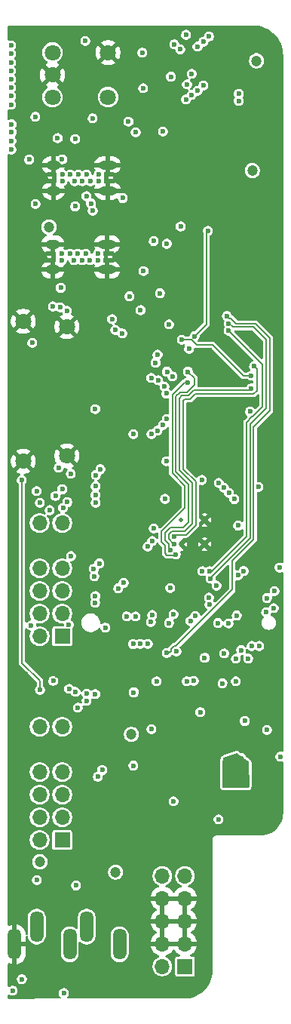
<source format=gbr>
%TF.GenerationSoftware,KiCad,Pcbnew,9.0.2*%
%TF.CreationDate,2025-05-30T13:06:21+02:00*%
%TF.ProjectId,tiliqua-motherboard,74696c69-7175-4612-9d6d-6f7468657262,rev?*%
%TF.SameCoordinates,Original*%
%TF.FileFunction,Copper,L5,Inr*%
%TF.FilePolarity,Positive*%
%FSLAX46Y46*%
G04 Gerber Fmt 4.6, Leading zero omitted, Abs format (unit mm)*
G04 Created by KiCad (PCBNEW 9.0.2) date 2025-05-30 13:06:21*
%MOMM*%
%LPD*%
G01*
G04 APERTURE LIST*
%TA.AperFunction,ComponentPad*%
%ADD10C,0.600000*%
%TD*%
%TA.AperFunction,ComponentPad*%
%ADD11O,1.600000X1.000000*%
%TD*%
%TA.AperFunction,ComponentPad*%
%ADD12O,2.000000X1.000000*%
%TD*%
%TA.AperFunction,ComponentPad*%
%ADD13R,1.700000X1.700000*%
%TD*%
%TA.AperFunction,ComponentPad*%
%ADD14O,1.700000X1.700000*%
%TD*%
%TA.AperFunction,ComponentPad*%
%ADD15C,1.800000*%
%TD*%
%TA.AperFunction,ComponentPad*%
%ADD16C,6.400000*%
%TD*%
%TA.AperFunction,HeatsinkPad*%
%ADD17C,0.500000*%
%TD*%
%TA.AperFunction,ComponentPad*%
%ADD18C,0.700000*%
%TD*%
%TA.AperFunction,ComponentPad*%
%ADD19C,4.400000*%
%TD*%
%TA.AperFunction,ComponentPad*%
%ADD20O,1.500000X3.500000*%
%TD*%
%TA.AperFunction,ViaPad*%
%ADD21C,0.600000*%
%TD*%
%TA.AperFunction,ViaPad*%
%ADD22C,1.200000*%
%TD*%
%TA.AperFunction,Conductor*%
%ADD23C,0.200000*%
%TD*%
G04 APERTURE END LIST*
D10*
%TO.N,GND*%
%TO.C,J5*%
X5565000Y-17145000D03*
%TO.N,/rp2040_jtag/RP2040_USB_VBUS*%
X6465000Y-17145000D03*
%TO.N,Net-(J5-CC1)*%
X7365000Y-17145000D03*
%TO.N,/rp2040_jtag/RP2040_USB_D+*%
X8265000Y-17145000D03*
%TO.N,/rp2040_jtag/RP2040_USB_D-*%
X9165000Y-17145000D03*
%TO.N,/rp2040_jtag/RP2040_USB_VBUS*%
X10515000Y-17145000D03*
%TO.N,GND*%
X11415000Y-17145000D03*
X5565000Y-17895000D03*
%TO.N,/rp2040_jtag/RP2040_USB_VBUS*%
X6465000Y-17895000D03*
%TO.N,Net-(J5-CC2)*%
X9615000Y-17895000D03*
%TO.N,/rp2040_jtag/RP2040_USB_D+*%
X8715000Y-17895000D03*
%TO.N,/rp2040_jtag/RP2040_USB_D-*%
X7815000Y-17895000D03*
%TO.N,/rp2040_jtag/RP2040_USB_VBUS*%
X10515000Y-17895000D03*
%TO.N,GND*%
X11415000Y-17895000D03*
D11*
X5440000Y-18950000D03*
D12*
X11540000Y-18950000D03*
D11*
X5440000Y-16090000D03*
D12*
X11540000Y-16090000D03*
%TD*%
D13*
%TO.N,Net-(J6-Pin_1)*%
%TO.C,J6*%
X20230000Y-105980000D03*
D14*
X17690000Y-105980000D03*
%TO.N,GND*%
X20230000Y-103440000D03*
X17690000Y-103440000D03*
X20230000Y-100900000D03*
X17690000Y-100900000D03*
X20230000Y-98360000D03*
X17690000Y-98360000D03*
%TO.N,Net-(J6-Pin_10)*%
X20230000Y-95820000D03*
X17690000Y-95820000D03*
%TD*%
D15*
%TO.N,GND*%
%TO.C,J10*%
X2065000Y-33600000D03*
X6965000Y-34200000D03*
X6965000Y-48700000D03*
X2065000Y-49300000D03*
%TD*%
D16*
%TO.N,GND*%
%TO.C,H3*%
X23615000Y-47200000D03*
%TD*%
D10*
%TO.N,GND*%
%TO.C,J7*%
X5498750Y-26005000D03*
%TO.N,SC_USB0_VBUS*%
X6398750Y-26005000D03*
%TO.N,/usbc/USB_CC1*%
X7298750Y-26005000D03*
%TO.N,SC_USB0_D+*%
X8198750Y-26005000D03*
%TO.N,SC_USB0_D-*%
X9098750Y-26005000D03*
%TO.N,SC_USB0_VBUS*%
X10448750Y-26005000D03*
%TO.N,GND*%
X11348750Y-26005000D03*
X5498750Y-26755000D03*
%TO.N,SC_USB0_VBUS*%
X6398750Y-26755000D03*
%TO.N,/usbc/USB_CC2*%
X9548750Y-26755000D03*
%TO.N,SC_USB0_D+*%
X8648750Y-26755000D03*
%TO.N,SC_USB0_D-*%
X7748750Y-26755000D03*
%TO.N,SC_USB0_VBUS*%
X10448750Y-26755000D03*
%TO.N,GND*%
X11348750Y-26755000D03*
D11*
X5373750Y-27810000D03*
D12*
X11473750Y-27810000D03*
D11*
X5373750Y-24950000D03*
D12*
X11473750Y-24950000D03*
%TD*%
D17*
%TO.N,GND*%
%TO.C,U2*%
X19740000Y-58600000D03*
X22440000Y-58600000D03*
X19740000Y-55900000D03*
X22440000Y-55900000D03*
%TD*%
D13*
%TO.N,Net-(J3-Pin_1)*%
%TO.C,J3*%
X6440000Y-68950000D03*
D14*
%TO.N,Net-(J3-Pin_2)*%
X6440000Y-66410000D03*
%TO.N,Net-(J3-Pin_3)*%
X6440000Y-63870000D03*
%TO.N,Net-(J3-Pin_4)*%
X6440000Y-61330000D03*
%TO.N,GND*%
X6440000Y-58790000D03*
%TO.N,+3V3*%
X6440000Y-56250000D03*
%TO.N,Net-(J3-Pin_7)*%
X3900000Y-68950000D03*
%TO.N,Net-(J3-Pin_8)*%
X3900000Y-66410000D03*
%TO.N,Net-(J3-Pin_9)*%
X3900000Y-63870000D03*
%TO.N,Net-(J3-Pin_10)*%
X3900000Y-61330000D03*
%TO.N,GND*%
X3900000Y-58790000D03*
%TO.N,+3V3*%
X3900000Y-56250000D03*
%TD*%
D18*
%TO.N,GND*%
%TO.C,H1*%
X27082000Y-23758800D03*
X27565274Y-22592074D03*
X27565274Y-24925526D03*
X28732000Y-22108800D03*
D19*
X28732000Y-23758800D03*
D18*
X28732000Y-25408800D03*
X29898726Y-22592074D03*
X29898726Y-24925526D03*
X30382000Y-23758800D03*
%TD*%
D17*
%TO.N,GND*%
%TO.C,U10*%
X27190000Y-81150000D03*
X27940000Y-81150000D03*
X28690000Y-81150000D03*
X27190000Y-80450000D03*
X27940000Y-80450000D03*
X28690000Y-80450000D03*
%TD*%
D15*
%TO.N,Net-(R21-Pad2)*%
%TO.C,SW3*%
X5340000Y-3450000D03*
%TO.N,Net-(R14-Pad2)*%
X5340000Y-8450000D03*
%TO.N,GND*%
X5340000Y-5950000D03*
X11590000Y-3450000D03*
%TO.N,Net-(R13-Pad2)*%
X11590000Y-8450000D03*
%TD*%
D13*
%TO.N,Net-(J2-Pin_1)*%
%TO.C,J2*%
X6440000Y-91810000D03*
D14*
%TO.N,Net-(J2-Pin_2)*%
X6440000Y-89270000D03*
%TO.N,Net-(J2-Pin_3)*%
X6440000Y-86730000D03*
%TO.N,Net-(J2-Pin_4)*%
X6440000Y-84190000D03*
%TO.N,GND*%
X6440000Y-81650000D03*
%TO.N,+3V3*%
X6440000Y-79110000D03*
%TO.N,Net-(J2-Pin_7)*%
X3900000Y-91810000D03*
%TO.N,Net-(J2-Pin_8)*%
X3900000Y-89270000D03*
%TO.N,Net-(J2-Pin_9)*%
X3900000Y-86730000D03*
%TO.N,Net-(J2-Pin_10)*%
X3900000Y-84190000D03*
%TO.N,GND*%
X3900000Y-81650000D03*
%TO.N,+3V3*%
X3900000Y-79110000D03*
%TD*%
D18*
%TO.N,GND*%
%TO.C,H2*%
X27082000Y-88842074D03*
X27565274Y-87675348D03*
X27565274Y-90008800D03*
X28732000Y-87192074D03*
D19*
X28732000Y-88842074D03*
D18*
X28732000Y-90492074D03*
X29898726Y-87675348D03*
X29898726Y-90008800D03*
X30382000Y-88842074D03*
%TD*%
D20*
%TO.N,GND*%
%TO.C,J4*%
X1090000Y-103507736D03*
%TO.N,Net-(J4-PadS)*%
X9190000Y-101507736D03*
%TO.N,unconnected-(J4-PadSN)*%
X7290000Y-103507736D03*
%TO.N,Net-(D1-A)*%
X3590000Y-101507736D03*
%TO.N,unconnected-(J4-PadTN)*%
X12890000Y-103507736D03*
%TD*%
D21*
%TO.N,GND*%
X28440000Y-20450000D03*
X23940000Y-79950000D03*
X27707566Y-36446090D03*
X24440000Y-1450000D03*
X16440000Y-14450000D03*
X6183657Y-45199999D03*
X18690000Y-700000D03*
X28440000Y-10450000D03*
X17890000Y-60699999D03*
D22*
X17440000Y-78450000D03*
D21*
X8444908Y-29593033D03*
X1183657Y-94449999D03*
X19940000Y-84412500D03*
X23756961Y-85950000D03*
X1933657Y-949999D03*
X19733657Y-6249999D03*
X29183657Y-85699999D03*
X14440000Y-108450000D03*
X30933657Y-33449999D03*
X29433657Y-80449999D03*
X30183657Y-78949999D03*
X14533657Y-51649999D03*
X2302241Y-73145027D03*
X20933657Y-34449999D03*
X25169540Y-74553293D03*
X6590000Y-22800000D03*
X10492191Y-46051000D03*
X1183657Y-80449999D03*
X5894300Y-73341918D03*
X12933657Y-43949999D03*
X28440000Y-12450000D03*
X6182657Y-43099999D03*
X12933657Y-44949999D03*
X23863657Y-33699999D03*
X9728569Y-16042335D03*
X8440000Y-108450000D03*
X15202282Y-40289192D03*
X690000Y-20450000D03*
D22*
X22440000Y-74450000D03*
D21*
X1440000Y-42450000D03*
X20333657Y-33049999D03*
X12940000Y-850000D03*
X30683657Y-84949999D03*
X24933657Y-80949999D03*
X690000Y-28450000D03*
X16433657Y-60699999D03*
X10440000Y-108450000D03*
X14433657Y-50749999D03*
X29933657Y-83449999D03*
X16440000Y-18450000D03*
X22964998Y-63250002D03*
X940000Y-1699999D03*
X29933657Y-82699999D03*
X6011000Y-75044099D03*
X1183657Y-92449999D03*
X9497000Y-40152197D03*
X1183657Y-78449999D03*
X1440000Y-36450000D03*
X30037427Y-61258448D03*
X13933657Y-35699999D03*
X1440000Y-46450000D03*
X17933657Y-50189999D03*
X28440000Y-74450000D03*
X30183657Y-81199999D03*
X12933657Y-42949999D03*
X1183657Y-82449999D03*
X23726511Y-82924737D03*
X10065000Y-72709400D03*
X19133657Y-74249999D03*
X1183657Y-88449999D03*
X6243657Y-44149999D03*
X29975971Y-74217349D03*
X1183657Y-84449999D03*
X21133657Y-43049999D03*
X6683657Y-51449999D03*
X7340000Y-75950000D03*
X1690000Y-31450000D03*
X30933657Y-38449999D03*
X30683657Y-86449999D03*
X29986855Y-69766042D03*
D22*
X25654247Y-90171510D03*
D21*
X29683657Y-81949999D03*
X11133657Y-52449999D03*
X24433657Y-81449999D03*
X26433657Y-80449999D03*
X690000Y-26450000D03*
X21988362Y-84371891D03*
X18733657Y-38649999D03*
X30957763Y-43449999D03*
X30133657Y-9449999D03*
X1440000Y-44450000D03*
X11433657Y-34699999D03*
X28440000Y-18450000D03*
X15933657Y-59699999D03*
X30291970Y-77949999D03*
X28940000Y-77450000D03*
X20940000Y-79450000D03*
X12433657Y-42449999D03*
X17527956Y-67528773D03*
X29683657Y-78449999D03*
X25433657Y-81449999D03*
X20940000Y-84450000D03*
X12433657Y-44449999D03*
X6540000Y-75550000D03*
X30183657Y-80449999D03*
X26440000Y-1450000D03*
X690000Y-30450000D03*
X30465000Y-8450000D03*
X12933657Y-41949999D03*
X961272Y-76758440D03*
X30933657Y-48449999D03*
X29683657Y-77449999D03*
X30923657Y-54449999D03*
X1440000Y-38450000D03*
X1183657Y-90449999D03*
D22*
X22750000Y-69740000D03*
D21*
X30683657Y-85699999D03*
X690000Y-24450000D03*
X28440000Y-14450000D03*
X1183657Y-86449999D03*
X690000Y-22450000D03*
X29433657Y-81199999D03*
X29933657Y-85699999D03*
X28440000Y-1450000D03*
X12192157Y-61199999D03*
X1440000Y-40450000D03*
X6572201Y-38082230D03*
X13533657Y-43428138D03*
X24933657Y-35699999D03*
X25933657Y-80949999D03*
X10212782Y-22800000D03*
X30291970Y-79699999D03*
X30957763Y-27999999D03*
X29933657Y-84949999D03*
X30440000Y-3450000D03*
X17683657Y-43199999D03*
X15933657Y-30449999D03*
X1683657Y-10449999D03*
D22*
X10790000Y-90950000D03*
D21*
X12440000Y-108450000D03*
X6333657Y-36249999D03*
X19933657Y-21449999D03*
X16440000Y-16450000D03*
D22*
X14219756Y-91350000D03*
D21*
X18440000Y-83450000D03*
X11440000Y-54450000D03*
%TO.N,+3V3*%
X18574281Y-63512070D03*
X10147407Y-65159400D03*
D22*
X27790000Y-16690000D03*
D21*
X10158657Y-43449999D03*
X22185887Y-61625745D03*
X16705127Y-56849999D03*
X17433657Y-30449999D03*
X9860233Y-10820232D03*
X26433657Y-83946989D03*
X29340000Y-66250000D03*
X26430137Y-84699999D03*
X10163439Y-64429051D03*
X14481809Y-75235000D03*
X26522567Y-82600000D03*
X17973657Y-53519999D03*
X29440000Y-64650000D03*
X27183657Y-85449999D03*
X15580000Y-27960000D03*
X27533657Y-43725000D03*
X28483657Y-52169999D03*
X14433657Y-46249999D03*
X14433657Y-83449999D03*
X30291971Y-63875624D03*
X6615000Y-108975000D03*
X24933657Y-84699999D03*
X3445735Y-20440000D03*
D22*
X28265000Y-4375000D03*
D21*
X18190000Y-24900000D03*
X25683657Y-83949999D03*
X25683657Y-85449999D03*
X17152566Y-37341090D03*
X10187351Y-52096169D03*
X25683657Y-84699999D03*
X26190000Y-56518666D03*
X24933657Y-83949999D03*
X24933657Y-85449999D03*
X9040000Y-2130000D03*
X13183657Y-34949999D03*
D22*
X14219756Y-79949998D03*
D21*
X14690000Y-12375000D03*
X26433657Y-85449999D03*
X22115000Y-51400000D03*
X5923866Y-13045686D03*
%TO.N,Net-(D1-A)*%
X3590000Y-96300000D03*
%TO.N,Net-(D1-K)*%
X7990000Y-96900000D03*
%TO.N,Net-(D5-K)*%
X22930000Y-1640000D03*
X732000Y-14320000D03*
%TO.N,Net-(D6-K)*%
X20340000Y-1450000D03*
X699500Y-2650000D03*
%TO.N,Net-(D7-K)*%
X17750000Y-12300000D03*
X867626Y-108695513D03*
X2733657Y-15449999D03*
%TO.N,Net-(R15-Pad1)*%
X30841970Y-61231722D03*
X30940000Y-82450000D03*
D22*
%TO.N,+5V*%
X3933657Y-94250000D03*
D21*
X15243657Y-32349999D03*
X16715000Y-24600000D03*
D22*
X4965000Y-23025000D03*
D21*
X21940000Y-77450000D03*
X18940000Y-87450000D03*
%TO.N,Net-(U2-GPIO22{slash}SPI0_SCK{slash}UART1_CTS{slash}I2C1_SDA{slash}PWM3_A{slash}CLOCK_GPIN1{slash}USB_VBUS_DET)*%
X7887249Y-13145306D03*
X19740000Y-22950000D03*
X18133657Y-49300000D03*
D22*
%TO.N,-12V*%
X12440000Y-95400000D03*
D21*
X6440000Y-52450000D03*
%TO.N,+12V*%
X7399998Y-50700000D03*
X23990000Y-89489496D03*
%TO.N,ENC_S*%
X18188322Y-70816957D03*
X24933657Y-32997016D03*
X15533657Y-7449999D03*
%TO.N,ENC_B*%
X13881675Y-11203769D03*
X25133657Y-33849999D03*
X23115000Y-62449999D03*
%TO.N,ENC_A*%
X25133657Y-34649999D03*
X15433657Y-3449999D03*
X22985886Y-61623320D03*
%TO.N,GPDI_HPD*%
X16047383Y-69776945D03*
X3567893Y-52647893D03*
X16933657Y-38239999D03*
X3080000Y-36019999D03*
%TO.N,SC_USB0_ID*%
X7890000Y-20700000D03*
X23765000Y-63249999D03*
%TO.N,FFC_SDIN1*%
X10175982Y-53096276D03*
%TO.N,FFC_BICK*%
X6524828Y-54524629D03*
%TO.N,FFC_LRCK*%
X7015000Y-53892383D03*
%TO.N,ECP5_M10_TDO*%
X25166726Y-52854313D03*
X22440000Y-71350000D03*
%TO.N,/rp2040_jtag/RP2040_USB_D+*%
X10240000Y-50850000D03*
X13243528Y-19775000D03*
%TO.N,FFC_SDOUT1*%
X10200001Y-53949998D03*
%TO.N,EX2_4*%
X22990000Y-65405072D03*
%TO.N,EX2_8*%
X25934832Y-73984400D03*
X8183657Y-76949999D03*
%TO.N,EX2_10*%
X22915205Y-64608574D03*
%TO.N,SC_USB0_VBUS*%
X6277735Y-29849999D03*
X27314999Y-71434400D03*
%TO.N,EX2_9*%
X25940000Y-71450000D03*
X9183657Y-76199999D03*
%TO.N,EX2_3*%
X23940000Y-67450000D03*
%TO.N,ECP5_R11_TDI*%
X25140000Y-67501472D03*
X25766726Y-53550000D03*
%TO.N,EX1_10*%
X7183657Y-67649998D03*
X5433657Y-73949999D03*
%TO.N,ECP5_T10_TCK*%
X24615000Y-52275000D03*
X26042373Y-66600510D03*
%TO.N,EX1_9*%
X10057950Y-62200999D03*
X20840000Y-67227192D03*
%TO.N,ECP5_T11_TMS*%
X24015000Y-51725000D03*
X24633139Y-70859869D03*
%TO.N,/rp2040_jtag/RP2040_USB_D-*%
X10733621Y-50188291D03*
X6438213Y-15445795D03*
%TO.N,EX1_4*%
X19265735Y-70624265D03*
X7433657Y-59949999D03*
%TO.N,PLL_CLK1*%
X18933657Y-66449999D03*
X21228961Y-73935649D03*
%TO.N,RP2040_UART0_TX*%
X26190000Y-62100000D03*
X24440000Y-74225000D03*
%TO.N,Net-(D8-K)*%
X20340000Y-8700000D03*
X714500Y-6440000D03*
%TO.N,Net-(D9-K)*%
X732000Y-13370000D03*
X22290000Y-2220000D03*
%TO.N,Net-(D10-K)*%
X19700000Y-3090000D03*
X699500Y-3575000D03*
%TO.N,Net-(D11-K)*%
X21316610Y-35275163D03*
X22789999Y-23450000D03*
X20455144Y-7017180D03*
X5030000Y-54790000D03*
X1910007Y-107415846D03*
%TO.N,Net-(D12-K)*%
X714500Y-7390000D03*
X20973715Y-8211728D03*
%TO.N,Net-(D13-K)*%
X21640000Y-2780000D03*
X760000Y-12410000D03*
%TO.N,Net-(D14-K)*%
X19030000Y-2520000D03*
X699500Y-4550000D03*
%TO.N,Net-(U12-~{CS})*%
X20565000Y-40450000D03*
X19211908Y-59750536D03*
X20683657Y-36699999D03*
%TO.N,Net-(U12-DO(IO1))*%
X20565000Y-39250000D03*
X18587838Y-59250000D03*
%TO.N,Net-(U12-CLK)*%
X19873045Y-35667478D03*
X27683657Y-39699999D03*
X16540947Y-58247196D03*
X18208396Y-39253410D03*
%TO.N,Net-(U12-DI(IO0))*%
X27690000Y-41125000D03*
X18990000Y-58558430D03*
%TO.N,Net-(U12-IO3)*%
X18989998Y-57758428D03*
X27990000Y-38650000D03*
%TO.N,Net-(D16-K)*%
X714500Y-8340000D03*
X21640000Y-7740000D03*
%TO.N,Net-(D17-K)*%
X760000Y-11490000D03*
X20990000Y-5830000D03*
%TO.N,Net-(D18-K)*%
X699500Y-5500000D03*
X18640000Y-6150000D03*
%TO.N,Net-(D20-K)*%
X714500Y-9290000D03*
X22290000Y-7150000D03*
%TO.N,SC_USB0_D+*%
X28565000Y-70025000D03*
%TO.N,SC_USB0_D-*%
X27715000Y-70025000D03*
%TO.N,Net-(U12-IO2)*%
X18815000Y-39775000D03*
X16026528Y-58859876D03*
%TO.N,Net-(R14-Pad2)*%
X3415784Y-10645686D03*
%TO.N,GPDI_DDC_EN*%
X30201507Y-65779648D03*
X18433657Y-33949999D03*
%TO.N,FFC_PDN_D*%
X9183657Y-75400000D03*
%TO.N,GPDI_D1+*%
X17753658Y-45249999D03*
X16540266Y-66558879D03*
%TO.N,GPDI_CK+*%
X13340521Y-62949479D03*
X17224121Y-40208785D03*
%TO.N,GPDI_D2+*%
X13683657Y-66699999D03*
X16465000Y-46249999D03*
%TO.N,GPDI_D0-*%
X17927526Y-40927008D03*
X9990371Y-61359787D03*
%TO.N,GPDI_CK-*%
X12739479Y-63550521D03*
X16433657Y-39949999D03*
%TO.N,GPDI_D2-*%
X14683657Y-66717326D03*
X17133657Y-45869285D03*
%TO.N,GPDI_D1-*%
X16408628Y-67347977D03*
X18183657Y-44574999D03*
%TO.N,GPDI_D0+*%
X18133657Y-41699999D03*
X10591413Y-60758745D03*
%TO.N,USB_VBUS_EN*%
X13990000Y-30790000D03*
X5390000Y-31925000D03*
X21390000Y-66649999D03*
%TO.N,MOBO_I2C_SCL*%
X5683657Y-53199999D03*
X14410000Y-69810000D03*
X6976137Y-32425000D03*
X10933657Y-83949999D03*
X9665000Y-20375000D03*
X12409392Y-34574265D03*
X26260000Y-8054634D03*
X2953482Y-67718389D03*
%TO.N,RP2040_UART0_RX*%
X26515000Y-70500000D03*
X26826347Y-61615164D03*
%TO.N,USB_INT*%
X9150000Y-19560000D03*
X17029279Y-73991289D03*
X3940000Y-74949999D03*
X1890000Y-51400000D03*
%TO.N,FFC_PDN_CLK*%
X11290000Y-67970000D03*
%TO.N,MOBO_I2C_SDA*%
X3933657Y-53949999D03*
X12033657Y-33350000D03*
X10433657Y-84699999D03*
X15209694Y-69787786D03*
X6185202Y-32025000D03*
X9871131Y-21200000D03*
X6033035Y-50030743D03*
X26260000Y-8863520D03*
X16457467Y-79349998D03*
%TO.N,Net-(U10-EN)*%
X29440000Y-79450000D03*
X26940000Y-78450000D03*
%TO.N,PLL_CLK0*%
X20428324Y-73984400D03*
X18433657Y-67449999D03*
%TO.N,Net-(J8-G8)*%
X10160824Y-75427166D03*
%TO.N,Net-(J8-G7{slash}BUS7)*%
X7931604Y-75172976D03*
%TO.N,Net-(J8-G6{slash}BUS6)*%
X7203040Y-74842523D03*
%TD*%
D23*
%TO.N,ENC_S*%
X28133657Y-33849999D02*
X29733657Y-35449999D01*
X24933657Y-32997016D02*
X25186640Y-33249999D01*
X25553540Y-60469881D02*
X25553540Y-63690061D01*
X29733657Y-43649999D02*
X27933657Y-45449999D01*
X18426644Y-70816957D02*
X18188322Y-70816957D01*
X25553540Y-63690061D02*
X19219336Y-70024265D01*
X18665735Y-70375736D02*
X18665735Y-70577866D01*
X19017206Y-70024265D02*
X18665735Y-70375736D01*
X29733657Y-35449999D02*
X29733657Y-43649999D01*
X25186640Y-33249999D02*
X25382186Y-33249999D01*
X19219336Y-70024265D02*
X19017206Y-70024265D01*
X25382186Y-33249999D02*
X25982186Y-33849999D01*
X18665735Y-70577866D02*
X18426644Y-70816957D01*
X27933657Y-58089764D02*
X25553540Y-60469881D01*
X27933657Y-45449999D02*
X27933657Y-58089764D01*
X25982186Y-33849999D02*
X28133657Y-33849999D01*
%TO.N,ENC_B*%
X23115000Y-62449999D02*
X23007736Y-62449999D01*
X25182186Y-33849999D02*
X25133657Y-33849999D01*
X27947872Y-44725000D02*
X29333657Y-43339215D01*
X27533657Y-45137283D02*
X27945940Y-44725000D01*
X25582186Y-34249999D02*
X25182186Y-33849999D01*
X29333657Y-43339215D02*
X29333657Y-35649999D01*
X27533657Y-57924078D02*
X27533657Y-45137283D01*
X27945940Y-44725000D02*
X27947872Y-44725000D01*
X29333657Y-35649999D02*
X27933657Y-34249999D01*
X23007736Y-62449999D02*
X27533657Y-57924078D01*
X27933657Y-34249999D02*
X25582186Y-34249999D01*
%TO.N,ENC_A*%
X27115000Y-45468656D02*
X27115000Y-44968656D01*
X28933657Y-38449999D02*
X25133657Y-34649999D01*
X27758656Y-44325000D02*
X27782186Y-44325000D01*
X27115000Y-44968656D02*
X27758656Y-44325000D01*
X27115000Y-45468656D02*
X27133657Y-45449999D01*
X22985886Y-61623320D02*
X23268729Y-61623320D01*
X28933657Y-43171597D02*
X28933657Y-38449999D01*
X23268729Y-61623320D02*
X27115000Y-57777049D01*
X28133657Y-43971597D02*
X28933657Y-43171597D01*
X27115000Y-57777049D02*
X27115000Y-45468656D01*
X28133657Y-43973529D02*
X28133657Y-43971597D01*
X27782186Y-44325000D02*
X28133657Y-43973529D01*
%TO.N,Net-(D11-K)*%
X21316610Y-35275163D02*
X22654657Y-33937116D01*
X22654657Y-33937116D02*
X22654657Y-23585342D01*
X22654657Y-23585342D02*
X22789999Y-23450000D01*
%TO.N,Net-(U12-~{CS})*%
X17987838Y-59654181D02*
X18183657Y-59850000D01*
X17990000Y-58999309D02*
X17987838Y-59001471D01*
X18815000Y-41831372D02*
X18815000Y-50672058D01*
X17990000Y-58738329D02*
X17990000Y-58999309D01*
X17589998Y-58338327D02*
X17990000Y-58738329D01*
X18815000Y-50672058D02*
X20233657Y-52090715D01*
X20233657Y-54534870D02*
X17589998Y-57178529D01*
X20565000Y-40450000D02*
X20196372Y-40450000D01*
X17589998Y-57178529D02*
X17589998Y-58338327D01*
X17987838Y-59001471D02*
X17987838Y-59654181D01*
X20233657Y-52090715D02*
X20233657Y-54534870D01*
X20196372Y-40450000D02*
X18815000Y-41831372D01*
X18183657Y-59850000D02*
X19112444Y-59850000D01*
X19112444Y-59850000D02*
X19211908Y-59750536D01*
%TO.N,Net-(U12-DO(IO1))*%
X20565000Y-39250000D02*
X21265000Y-39950000D01*
X21265000Y-40748529D02*
X20465000Y-41548529D01*
X17989998Y-57344214D02*
X17989998Y-58172642D01*
X19993856Y-56758428D02*
X18575784Y-56758428D01*
X20633657Y-56118627D02*
X19993856Y-56758428D01*
X18390000Y-59052162D02*
X18587838Y-59250000D01*
X19215000Y-50506372D02*
X20633657Y-51925029D01*
X17989998Y-58172642D02*
X18390000Y-58572644D01*
X21265000Y-39950000D02*
X21265000Y-40748529D01*
X20465000Y-41548529D02*
X19663529Y-41548529D01*
X18575784Y-56758428D02*
X17989998Y-57344214D01*
X19663529Y-41548529D02*
X19215000Y-41997058D01*
X18390000Y-58572644D02*
X18390000Y-59052162D01*
X20633657Y-51925029D02*
X20633657Y-56118627D01*
X19215000Y-41997058D02*
X19215000Y-50506372D01*
%TO.N,Net-(U12-CLK)*%
X20931136Y-35667478D02*
X21513657Y-36249999D01*
X21513657Y-36249999D02*
X23333657Y-36249999D01*
X19873045Y-35667478D02*
X20931136Y-35667478D01*
X26783657Y-39699999D02*
X27683657Y-39699999D01*
X23333657Y-36249999D02*
X26783657Y-39699999D01*
%TO.N,Net-(U12-DI(IO0))*%
X19615000Y-42225000D02*
X19891471Y-41948529D01*
X20630686Y-41948529D02*
X21254215Y-41325000D01*
X18990000Y-58558430D02*
X18941471Y-58558430D01*
X19615000Y-50340686D02*
X19615000Y-42225000D01*
X21033657Y-56284313D02*
X21033657Y-51759343D01*
X27490000Y-41325000D02*
X27690000Y-41125000D01*
X18389998Y-58006957D02*
X18389998Y-57509899D01*
X18941471Y-58558430D02*
X18389998Y-58006957D01*
X20159542Y-57158428D02*
X21033657Y-56284313D01*
X18741469Y-57158428D02*
X20159542Y-57158428D01*
X18389998Y-57509899D02*
X18741469Y-57158428D01*
X19891471Y-41948529D02*
X20630686Y-41948529D01*
X21033657Y-51759343D02*
X19615000Y-50340686D01*
X21254215Y-41325000D02*
X27490000Y-41325000D01*
%TO.N,Net-(U12-IO3)*%
X18989998Y-57758428D02*
X19189998Y-57558428D01*
X28283657Y-40870128D02*
X28283657Y-38943657D01*
X21419901Y-41725000D02*
X27938529Y-41725000D01*
X20216471Y-42348529D02*
X20796372Y-42348529D01*
X19189998Y-57558428D02*
X20325228Y-57558428D01*
X20015000Y-42550000D02*
X20216471Y-42348529D01*
X28290000Y-40876471D02*
X28283657Y-40870128D01*
X27938529Y-41725000D02*
X28290000Y-41373529D01*
X21433657Y-51593657D02*
X20015000Y-50175000D01*
X20325228Y-57558428D02*
X21433657Y-56449999D01*
X28290000Y-41373529D02*
X28290000Y-40876471D01*
X20796372Y-42348529D02*
X21419901Y-41725000D01*
X20015000Y-50175000D02*
X20015000Y-42550000D01*
X28283657Y-38943657D02*
X27990000Y-38650000D01*
X21433657Y-56449999D02*
X21433657Y-51593657D01*
%TO.N,USB_INT*%
X1933657Y-71943657D02*
X1933657Y-51443657D01*
X3940000Y-73950000D02*
X1933657Y-71943657D01*
X1933657Y-51443657D02*
X1890000Y-51400000D01*
X3940000Y-74949999D02*
X3940000Y-73950000D01*
%TD*%
%TA.AperFunction,Conductor*%
%TO.N,+3V3*%
G36*
X26163833Y-82098066D02*
G01*
X26986199Y-82704272D01*
X27383369Y-82997045D01*
X27425651Y-83052668D01*
X27433792Y-83096587D01*
X27439729Y-85825729D01*
X27420190Y-85892811D01*
X27367486Y-85938681D01*
X27315729Y-85949999D01*
X24559211Y-85949999D01*
X24492172Y-85930314D01*
X24446417Y-85877510D01*
X24435221Y-85824454D01*
X24469209Y-83096587D01*
X24474097Y-82704270D01*
X24494615Y-82637483D01*
X24547985Y-82592390D01*
X24558107Y-82588440D01*
X26050301Y-82080494D01*
X26120107Y-82077526D01*
X26163833Y-82098066D01*
G37*
%TD.AperFunction*%
%TD*%
%TA.AperFunction,Conductor*%
%TO.N,GND*%
G36*
X19764075Y-103247007D02*
G01*
X19730000Y-103374174D01*
X19730000Y-103505826D01*
X19764075Y-103632993D01*
X19796988Y-103690000D01*
X18123012Y-103690000D01*
X18155925Y-103632993D01*
X18190000Y-103505826D01*
X18190000Y-103374174D01*
X18155925Y-103247007D01*
X18123012Y-103190000D01*
X19796988Y-103190000D01*
X19764075Y-103247007D01*
G37*
%TD.AperFunction*%
%TA.AperFunction,Conductor*%
G36*
X17940000Y-103006988D02*
G01*
X17882993Y-102974075D01*
X17755826Y-102940000D01*
X17624174Y-102940000D01*
X17497007Y-102974075D01*
X17440000Y-103006988D01*
X17440000Y-101333012D01*
X17497007Y-101365925D01*
X17624174Y-101400000D01*
X17755826Y-101400000D01*
X17882993Y-101365925D01*
X17940000Y-101333012D01*
X17940000Y-103006988D01*
G37*
%TD.AperFunction*%
%TA.AperFunction,Conductor*%
G36*
X20480000Y-103006988D02*
G01*
X20422993Y-102974075D01*
X20295826Y-102940000D01*
X20164174Y-102940000D01*
X20037007Y-102974075D01*
X19980000Y-103006988D01*
X19980000Y-101333012D01*
X20037007Y-101365925D01*
X20164174Y-101400000D01*
X20295826Y-101400000D01*
X20422993Y-101365925D01*
X20480000Y-101333012D01*
X20480000Y-103006988D01*
G37*
%TD.AperFunction*%
%TA.AperFunction,Conductor*%
G36*
X19764075Y-100707007D02*
G01*
X19730000Y-100834174D01*
X19730000Y-100965826D01*
X19764075Y-101092993D01*
X19796988Y-101150000D01*
X18123012Y-101150000D01*
X18155925Y-101092993D01*
X18190000Y-100965826D01*
X18190000Y-100834174D01*
X18155925Y-100707007D01*
X18123012Y-100650000D01*
X19796988Y-100650000D01*
X19764075Y-100707007D01*
G37*
%TD.AperFunction*%
%TA.AperFunction,Conductor*%
G36*
X17940000Y-100466988D02*
G01*
X17882993Y-100434075D01*
X17755826Y-100400000D01*
X17624174Y-100400000D01*
X17497007Y-100434075D01*
X17440000Y-100466988D01*
X17440000Y-98793012D01*
X17497007Y-98825925D01*
X17624174Y-98860000D01*
X17755826Y-98860000D01*
X17882993Y-98825925D01*
X17940000Y-98793012D01*
X17940000Y-100466988D01*
G37*
%TD.AperFunction*%
%TA.AperFunction,Conductor*%
G36*
X20480000Y-100466988D02*
G01*
X20422993Y-100434075D01*
X20295826Y-100400000D01*
X20164174Y-100400000D01*
X20037007Y-100434075D01*
X19980000Y-100466988D01*
X19980000Y-98793012D01*
X20037007Y-98825925D01*
X20164174Y-98860000D01*
X20295826Y-98860000D01*
X20422993Y-98825925D01*
X20480000Y-98793012D01*
X20480000Y-100466988D01*
G37*
%TD.AperFunction*%
%TA.AperFunction,Conductor*%
G36*
X19764075Y-98167007D02*
G01*
X19730000Y-98294174D01*
X19730000Y-98425826D01*
X19764075Y-98552993D01*
X19796988Y-98610000D01*
X18123012Y-98610000D01*
X18155925Y-98552993D01*
X18190000Y-98425826D01*
X18190000Y-98294174D01*
X18155925Y-98167007D01*
X18123012Y-98110000D01*
X19796988Y-98110000D01*
X19764075Y-98167007D01*
G37*
%TD.AperFunction*%
%TA.AperFunction,Conductor*%
G36*
X27802749Y-34624501D02*
G01*
X27823723Y-34641404D01*
X28942252Y-35759933D01*
X28976278Y-35822245D01*
X28979157Y-35849028D01*
X28979157Y-37689970D01*
X28959155Y-37758091D01*
X28905499Y-37804584D01*
X28835225Y-37814688D01*
X28770645Y-37785194D01*
X28764062Y-37779065D01*
X25804591Y-34819594D01*
X25770565Y-34757282D01*
X25775630Y-34686467D01*
X25818177Y-34629631D01*
X25884697Y-34604820D01*
X25893686Y-34604499D01*
X27734628Y-34604499D01*
X27802749Y-34624501D01*
G37*
%TD.AperFunction*%
%TA.AperFunction,Conductor*%
G36*
X27850863Y-390652D02*
G01*
X28175776Y-406614D01*
X28188070Y-407825D01*
X28501320Y-454291D01*
X28506796Y-455104D01*
X28518925Y-457516D01*
X28831486Y-535809D01*
X28843308Y-539395D01*
X29146699Y-647950D01*
X29158112Y-652678D01*
X29449406Y-790450D01*
X29460288Y-796267D01*
X29736672Y-961925D01*
X29746953Y-968795D01*
X30005752Y-1160734D01*
X30015310Y-1168578D01*
X30089667Y-1235971D01*
X30254061Y-1384969D01*
X30262793Y-1393701D01*
X30461816Y-1613289D01*
X30479183Y-1632450D01*
X30487024Y-1642004D01*
X30673702Y-1893711D01*
X30678966Y-1900808D01*
X30685836Y-1911089D01*
X30851487Y-2187463D01*
X30857315Y-2198368D01*
X30995080Y-2489645D01*
X30999813Y-2501069D01*
X31108363Y-2804449D01*
X31111952Y-2816281D01*
X31190244Y-3128839D01*
X31192656Y-3140967D01*
X31239933Y-3459687D01*
X31241145Y-3471993D01*
X31257111Y-3796996D01*
X31257263Y-3803178D01*
X31257263Y-60612970D01*
X31237261Y-60681091D01*
X31183605Y-60727584D01*
X31113331Y-60737688D01*
X31068267Y-60722091D01*
X31056005Y-60715012D01*
X31056000Y-60715010D01*
X31055999Y-60715010D01*
X30914971Y-60677222D01*
X30768969Y-60677222D01*
X30682656Y-60700349D01*
X30627936Y-60715011D01*
X30501502Y-60788008D01*
X30501492Y-60788016D01*
X30398264Y-60891244D01*
X30398256Y-60891254D01*
X30325259Y-61017688D01*
X30310450Y-61072959D01*
X30287470Y-61158721D01*
X30287470Y-61304723D01*
X30317533Y-61416922D01*
X30325259Y-61445755D01*
X30398256Y-61572189D01*
X30398264Y-61572199D01*
X30501492Y-61675427D01*
X30501497Y-61675431D01*
X30501499Y-61675433D01*
X30501500Y-61675434D01*
X30501502Y-61675435D01*
X30627936Y-61748432D01*
X30627938Y-61748432D01*
X30627941Y-61748434D01*
X30768969Y-61786222D01*
X30768971Y-61786222D01*
X30914969Y-61786222D01*
X30914971Y-61786222D01*
X31055999Y-61748434D01*
X31068262Y-61741354D01*
X31137258Y-61724616D01*
X31204350Y-61747836D01*
X31248237Y-61803643D01*
X31257263Y-61850473D01*
X31257263Y-81796743D01*
X31237261Y-81864864D01*
X31183605Y-81911357D01*
X31113331Y-81921461D01*
X31098652Y-81918450D01*
X31013001Y-81895500D01*
X30866999Y-81895500D01*
X30781348Y-81918450D01*
X30725966Y-81933289D01*
X30599532Y-82006286D01*
X30599522Y-82006294D01*
X30496294Y-82109522D01*
X30496286Y-82109532D01*
X30423289Y-82235966D01*
X30416975Y-82259532D01*
X30385500Y-82376999D01*
X30385500Y-82523001D01*
X30395755Y-82561274D01*
X30423289Y-82664033D01*
X30496286Y-82790467D01*
X30496294Y-82790477D01*
X30599522Y-82893705D01*
X30599527Y-82893709D01*
X30599529Y-82893711D01*
X30599530Y-82893712D01*
X30599532Y-82893713D01*
X30725966Y-82966710D01*
X30725968Y-82966710D01*
X30725971Y-82966712D01*
X30866999Y-83004500D01*
X30867001Y-83004500D01*
X31012998Y-83004500D01*
X31013001Y-83004500D01*
X31098655Y-82981549D01*
X31169628Y-82983239D01*
X31228424Y-83023033D01*
X31256372Y-83088297D01*
X31257263Y-83103256D01*
X31257263Y-88754993D01*
X31257033Y-88762601D01*
X31239311Y-89055578D01*
X31237477Y-89070682D01*
X31185258Y-89355633D01*
X31181617Y-89370407D01*
X31095427Y-89646999D01*
X31090031Y-89661225D01*
X30971138Y-89925394D01*
X30964068Y-89938866D01*
X30814194Y-90186790D01*
X30805550Y-90199313D01*
X30626882Y-90427365D01*
X30616792Y-90438753D01*
X30411953Y-90643592D01*
X30400565Y-90653682D01*
X30172513Y-90832350D01*
X30159990Y-90840994D01*
X29912066Y-90990868D01*
X29898594Y-90997938D01*
X29634425Y-91116831D01*
X29620199Y-91122227D01*
X29343607Y-91208417D01*
X29328833Y-91212058D01*
X29043882Y-91264277D01*
X29028777Y-91266111D01*
X28735787Y-91283833D01*
X28728657Y-91284062D01*
X28728393Y-91284063D01*
X28674416Y-91284063D01*
X28673708Y-91284270D01*
X28664200Y-91284306D01*
X28664196Y-91284305D01*
X28664183Y-91284306D01*
X23731549Y-91302299D01*
X23731089Y-91302300D01*
X23679272Y-91302300D01*
X23678260Y-91302433D01*
X23678257Y-91302432D01*
X23677842Y-91302487D01*
X23627620Y-91316139D01*
X23627619Y-91316138D01*
X23627178Y-91316257D01*
X23577413Y-91329593D01*
X23576770Y-91329963D01*
X23576053Y-91330159D01*
X23576027Y-91330173D01*
X23576023Y-91330175D01*
X23531228Y-91356253D01*
X23531229Y-91356254D01*
X23530751Y-91356532D01*
X23486087Y-91382320D01*
X23485561Y-91382845D01*
X23484920Y-91383219D01*
X23484907Y-91383232D01*
X23484902Y-91383235D01*
X23448452Y-91419951D01*
X23448133Y-91420272D01*
X23411518Y-91456888D01*
X23410965Y-91457609D01*
X23410961Y-91457614D01*
X23410639Y-91458032D01*
X23384878Y-91503027D01*
X23384611Y-91503493D01*
X23358793Y-91548213D01*
X23358600Y-91548931D01*
X23358232Y-91549575D01*
X23358228Y-91549588D01*
X23358227Y-91549591D01*
X23351583Y-91574754D01*
X23344984Y-91599744D01*
X23344954Y-91599859D01*
X23331499Y-91650074D01*
X23331367Y-91651082D01*
X23331365Y-91651084D01*
X23331310Y-91651509D01*
X23331499Y-91703300D01*
X23331500Y-91703760D01*
X23331500Y-106431507D01*
X23331327Y-106438102D01*
X23314482Y-106759503D01*
X23313104Y-106772619D01*
X23263271Y-107087254D01*
X23260529Y-107100154D01*
X23178082Y-107407851D01*
X23174006Y-107420394D01*
X23059848Y-107717785D01*
X23054484Y-107729833D01*
X22909864Y-108013668D01*
X22903269Y-108025091D01*
X22729777Y-108292244D01*
X22722025Y-108302913D01*
X22521547Y-108550483D01*
X22512722Y-108560284D01*
X22287484Y-108785522D01*
X22277683Y-108794347D01*
X22030113Y-108994825D01*
X22019444Y-109002577D01*
X21752291Y-109176069D01*
X21740868Y-109182664D01*
X21457033Y-109327284D01*
X21444985Y-109332648D01*
X21147594Y-109446806D01*
X21135051Y-109450882D01*
X20827354Y-109533329D01*
X20814454Y-109536071D01*
X20499819Y-109585904D01*
X20486703Y-109587282D01*
X20182944Y-109603202D01*
X20165300Y-109604127D01*
X20158731Y-109604300D01*
X20104417Y-109604300D01*
X20104381Y-109604309D01*
X20096077Y-109604311D01*
X20096077Y-109604312D01*
X7071510Y-109606887D01*
X7003385Y-109586898D01*
X6956882Y-109533252D01*
X6946764Y-109462980D01*
X6976244Y-109398393D01*
X6982376Y-109391805D01*
X7058711Y-109315471D01*
X7131712Y-109189029D01*
X7169500Y-109048001D01*
X7169500Y-108901999D01*
X7131712Y-108760971D01*
X7131710Y-108760968D01*
X7131710Y-108760966D01*
X7058713Y-108634532D01*
X7058705Y-108634522D01*
X6955477Y-108531294D01*
X6955467Y-108531286D01*
X6829033Y-108458289D01*
X6812372Y-108453824D01*
X6688001Y-108420500D01*
X6541999Y-108420500D01*
X6455686Y-108443627D01*
X6400966Y-108458289D01*
X6274532Y-108531286D01*
X6274522Y-108531294D01*
X6171294Y-108634522D01*
X6171286Y-108634532D01*
X6098289Y-108760966D01*
X6090457Y-108790198D01*
X6060500Y-108901999D01*
X6060500Y-109048001D01*
X6093824Y-109172372D01*
X6098289Y-109189033D01*
X6171286Y-109315467D01*
X6171294Y-109315477D01*
X6247790Y-109391973D01*
X6281816Y-109454285D01*
X6276751Y-109525100D01*
X6234204Y-109581936D01*
X6167684Y-109606747D01*
X6158720Y-109607068D01*
X458524Y-109608195D01*
X390399Y-109588206D01*
X343896Y-109534560D01*
X332499Y-109482195D01*
X332499Y-109245077D01*
X352501Y-109176956D01*
X406157Y-109130463D01*
X476431Y-109120359D01*
X521500Y-109135958D01*
X527152Y-109139221D01*
X527155Y-109139224D01*
X653597Y-109212225D01*
X794625Y-109250013D01*
X794627Y-109250013D01*
X940625Y-109250013D01*
X940627Y-109250013D01*
X1081655Y-109212225D01*
X1081658Y-109212223D01*
X1081659Y-109212223D01*
X1144876Y-109175724D01*
X1208097Y-109139224D01*
X1311337Y-109035984D01*
X1384338Y-108909542D01*
X1422126Y-108768514D01*
X1422126Y-108622512D01*
X1384338Y-108481484D01*
X1384336Y-108481481D01*
X1384336Y-108481479D01*
X1311339Y-108355045D01*
X1311331Y-108355035D01*
X1208103Y-108251807D01*
X1208093Y-108251799D01*
X1081659Y-108178802D01*
X1064998Y-108174337D01*
X940627Y-108141013D01*
X794625Y-108141013D01*
X708312Y-108164140D01*
X653592Y-108178802D01*
X521500Y-108255066D01*
X452504Y-108271804D01*
X385413Y-108248583D01*
X341526Y-108192776D01*
X332500Y-108145947D01*
X332500Y-107342845D01*
X1355507Y-107342845D01*
X1355507Y-107488847D01*
X1388831Y-107613218D01*
X1393296Y-107629879D01*
X1466293Y-107756313D01*
X1466301Y-107756323D01*
X1569529Y-107859551D01*
X1569534Y-107859555D01*
X1569536Y-107859557D01*
X1569537Y-107859558D01*
X1569539Y-107859559D01*
X1695973Y-107932556D01*
X1695975Y-107932556D01*
X1695978Y-107932558D01*
X1837006Y-107970346D01*
X1837008Y-107970346D01*
X1983006Y-107970346D01*
X1983008Y-107970346D01*
X2124036Y-107932558D01*
X2124039Y-107932556D01*
X2124040Y-107932556D01*
X2187257Y-107896057D01*
X2250478Y-107859557D01*
X2353718Y-107756317D01*
X2426719Y-107629875D01*
X2464507Y-107488847D01*
X2464507Y-107342845D01*
X2426719Y-107201817D01*
X2426717Y-107201814D01*
X2426717Y-107201812D01*
X2353720Y-107075378D01*
X2353712Y-107075368D01*
X2250484Y-106972140D01*
X2250474Y-106972132D01*
X2124040Y-106899135D01*
X2107379Y-106894670D01*
X1983008Y-106861346D01*
X1837006Y-106861346D01*
X1750693Y-106884473D01*
X1695973Y-106899135D01*
X1569539Y-106972132D01*
X1569529Y-106972140D01*
X1466301Y-107075368D01*
X1466293Y-107075378D01*
X1393296Y-107201812D01*
X1393295Y-107201817D01*
X1355507Y-107342845D01*
X332500Y-107342845D01*
X332500Y-105730291D01*
X352502Y-105662170D01*
X406158Y-105615677D01*
X476432Y-105605573D01*
X515703Y-105618024D01*
X610168Y-105666156D01*
X797288Y-105726956D01*
X840000Y-105733720D01*
X840000Y-104540748D01*
X897007Y-104573661D01*
X1024174Y-104607736D01*
X1155826Y-104607736D01*
X1282993Y-104573661D01*
X1340000Y-104540748D01*
X1340000Y-105733720D01*
X1382711Y-105726956D01*
X1569834Y-105666155D01*
X1745140Y-105576833D01*
X1904326Y-105461176D01*
X2043440Y-105322062D01*
X2159097Y-105162876D01*
X2248419Y-104987570D01*
X2309219Y-104800448D01*
X2340000Y-104606109D01*
X2340000Y-103757736D01*
X1590000Y-103757736D01*
X1590000Y-103257736D01*
X2340000Y-103257736D01*
X2340000Y-102651760D01*
X2360002Y-102583639D01*
X2413658Y-102537146D01*
X2483932Y-102527042D01*
X2548512Y-102556536D01*
X2586896Y-102616262D01*
X2589579Y-102627178D01*
X2624103Y-102800738D01*
X2699824Y-102983545D01*
X2809754Y-103148067D01*
X2949669Y-103287982D01*
X3114191Y-103397912D01*
X3296998Y-103473633D01*
X3491065Y-103512236D01*
X3688935Y-103512236D01*
X3883002Y-103473633D01*
X4065809Y-103397912D01*
X4230331Y-103287982D01*
X4370246Y-103148067D01*
X4480176Y-102983545D01*
X4555897Y-102800738D01*
X4594500Y-102606671D01*
X4594500Y-102408797D01*
X6285500Y-102408797D01*
X6285500Y-104606674D01*
X6302293Y-104691096D01*
X6324103Y-104800738D01*
X6399824Y-104983545D01*
X6509754Y-105148067D01*
X6649669Y-105287982D01*
X6814191Y-105397912D01*
X6996998Y-105473633D01*
X7191065Y-105512236D01*
X7388935Y-105512236D01*
X7583002Y-105473633D01*
X7765809Y-105397912D01*
X7930331Y-105287982D01*
X8070246Y-105148067D01*
X8180176Y-104983545D01*
X8255897Y-104800738D01*
X8294500Y-104606671D01*
X8294500Y-103337003D01*
X8314502Y-103268882D01*
X8368158Y-103222389D01*
X8438432Y-103212285D01*
X8503012Y-103241779D01*
X8509595Y-103247908D01*
X8549669Y-103287982D01*
X8714191Y-103397912D01*
X8896998Y-103473633D01*
X9091065Y-103512236D01*
X9288935Y-103512236D01*
X9483002Y-103473633D01*
X9665809Y-103397912D01*
X9830331Y-103287982D01*
X9970246Y-103148067D01*
X10080176Y-102983545D01*
X10155897Y-102800738D01*
X10194500Y-102606671D01*
X10194500Y-102408797D01*
X11885500Y-102408797D01*
X11885500Y-104606674D01*
X11902293Y-104691096D01*
X11924103Y-104800738D01*
X11999824Y-104983545D01*
X12109754Y-105148067D01*
X12249669Y-105287982D01*
X12414191Y-105397912D01*
X12596998Y-105473633D01*
X12791065Y-105512236D01*
X12988935Y-105512236D01*
X13183002Y-105473633D01*
X13365809Y-105397912D01*
X13530331Y-105287982D01*
X13670246Y-105148067D01*
X13780176Y-104983545D01*
X13855897Y-104800738D01*
X13894500Y-104606671D01*
X13894500Y-102408801D01*
X13855897Y-102214734D01*
X13780176Y-102031927D01*
X13670246Y-101867405D01*
X13530331Y-101727490D01*
X13365809Y-101617560D01*
X13326918Y-101601451D01*
X13183005Y-101541840D01*
X13183002Y-101541839D01*
X12988938Y-101503236D01*
X12988935Y-101503236D01*
X12791065Y-101503236D01*
X12791061Y-101503236D01*
X12596997Y-101541839D01*
X12596994Y-101541840D01*
X12414190Y-101617560D01*
X12249673Y-101727487D01*
X12249666Y-101727492D01*
X12109756Y-101867402D01*
X12109751Y-101867409D01*
X11999824Y-102031926D01*
X11924104Y-102214730D01*
X11924103Y-102214733D01*
X11885500Y-102408797D01*
X10194500Y-102408797D01*
X10194500Y-100408801D01*
X10155897Y-100214734D01*
X10080176Y-100031927D01*
X9970246Y-99867405D01*
X9830331Y-99727490D01*
X9665809Y-99617560D01*
X9483005Y-99541840D01*
X9483002Y-99541839D01*
X9288938Y-99503236D01*
X9288935Y-99503236D01*
X9091065Y-99503236D01*
X9091061Y-99503236D01*
X8896997Y-99541839D01*
X8896994Y-99541840D01*
X8714190Y-99617560D01*
X8549673Y-99727487D01*
X8549666Y-99727492D01*
X8409756Y-99867402D01*
X8409751Y-99867409D01*
X8299824Y-100031926D01*
X8224104Y-100214730D01*
X8224103Y-100214733D01*
X8185500Y-100408797D01*
X8185500Y-101678469D01*
X8165498Y-101746590D01*
X8111842Y-101793083D01*
X8041568Y-101803187D01*
X7976988Y-101773693D01*
X7970405Y-101767564D01*
X7930333Y-101727492D01*
X7930331Y-101727490D01*
X7765809Y-101617560D01*
X7726918Y-101601451D01*
X7583005Y-101541840D01*
X7583002Y-101541839D01*
X7388938Y-101503236D01*
X7388935Y-101503236D01*
X7191065Y-101503236D01*
X7191061Y-101503236D01*
X6996997Y-101541839D01*
X6996994Y-101541840D01*
X6814190Y-101617560D01*
X6649673Y-101727487D01*
X6649666Y-101727492D01*
X6509756Y-101867402D01*
X6509751Y-101867409D01*
X6399824Y-102031926D01*
X6324104Y-102214730D01*
X6324103Y-102214733D01*
X6285500Y-102408797D01*
X4594500Y-102408797D01*
X4594500Y-100408801D01*
X4555897Y-100214734D01*
X4480176Y-100031927D01*
X4370246Y-99867405D01*
X4230331Y-99727490D01*
X4065809Y-99617560D01*
X3883005Y-99541840D01*
X3883002Y-99541839D01*
X3688938Y-99503236D01*
X3688935Y-99503236D01*
X3491065Y-99503236D01*
X3491061Y-99503236D01*
X3296997Y-99541839D01*
X3296994Y-99541840D01*
X3114190Y-99617560D01*
X2949673Y-99727487D01*
X2949666Y-99727492D01*
X2809756Y-99867402D01*
X2809751Y-99867409D01*
X2699824Y-100031926D01*
X2624104Y-100214730D01*
X2624103Y-100214733D01*
X2585500Y-100408797D01*
X2585500Y-102358404D01*
X2565498Y-102426525D01*
X2511842Y-102473018D01*
X2441568Y-102483122D01*
X2376988Y-102453628D01*
X2338604Y-102393902D01*
X2335051Y-102378115D01*
X2309219Y-102215023D01*
X2248419Y-102027901D01*
X2159097Y-101852595D01*
X2043440Y-101693409D01*
X1904326Y-101554295D01*
X1745140Y-101438638D01*
X1569834Y-101349316D01*
X1382713Y-101288516D01*
X1340000Y-101281750D01*
X1340000Y-102474724D01*
X1282993Y-102441811D01*
X1155826Y-102407736D01*
X1024174Y-102407736D01*
X897007Y-102441811D01*
X840000Y-102474724D01*
X840000Y-101281750D01*
X797286Y-101288516D01*
X610168Y-101349315D01*
X515703Y-101397448D01*
X445926Y-101410552D01*
X380141Y-101383852D01*
X339235Y-101325824D01*
X332500Y-101285181D01*
X332500Y-98110000D01*
X16362769Y-98110000D01*
X17256988Y-98110000D01*
X17224075Y-98167007D01*
X17190000Y-98294174D01*
X17190000Y-98425826D01*
X17224075Y-98552993D01*
X17256988Y-98610000D01*
X16362769Y-98610000D01*
X16373243Y-98676130D01*
X16438904Y-98878215D01*
X16438907Y-98878221D01*
X16535379Y-99067557D01*
X16660280Y-99239468D01*
X16660282Y-99239471D01*
X16810528Y-99389717D01*
X16810531Y-99389719D01*
X16982445Y-99514622D01*
X16988553Y-99517735D01*
X17040167Y-99566484D01*
X17057231Y-99635399D01*
X17034328Y-99702600D01*
X16988553Y-99742265D01*
X16982445Y-99745377D01*
X16810531Y-99870280D01*
X16810528Y-99870282D01*
X16660282Y-100020528D01*
X16660280Y-100020531D01*
X16535379Y-100192442D01*
X16438907Y-100381778D01*
X16438904Y-100381784D01*
X16373243Y-100583869D01*
X16362769Y-100650000D01*
X17256988Y-100650000D01*
X17224075Y-100707007D01*
X17190000Y-100834174D01*
X17190000Y-100965826D01*
X17224075Y-101092993D01*
X17256988Y-101150000D01*
X16362769Y-101150000D01*
X16373243Y-101216130D01*
X16438904Y-101418215D01*
X16438907Y-101418221D01*
X16535379Y-101607557D01*
X16660280Y-101779468D01*
X16660282Y-101779471D01*
X16810528Y-101929717D01*
X16810531Y-101929719D01*
X16982445Y-102054622D01*
X16988553Y-102057735D01*
X17040167Y-102106484D01*
X17057231Y-102175399D01*
X17034328Y-102242600D01*
X16988553Y-102282265D01*
X16982445Y-102285377D01*
X16810531Y-102410280D01*
X16810528Y-102410282D01*
X16660282Y-102560528D01*
X16660280Y-102560531D01*
X16535379Y-102732442D01*
X16438907Y-102921778D01*
X16438904Y-102921784D01*
X16373243Y-103123869D01*
X16362769Y-103190000D01*
X17256988Y-103190000D01*
X17224075Y-103247007D01*
X17190000Y-103374174D01*
X17190000Y-103505826D01*
X17224075Y-103632993D01*
X17256988Y-103690000D01*
X16362769Y-103690000D01*
X16373243Y-103756130D01*
X16438904Y-103958215D01*
X16438907Y-103958221D01*
X16535379Y-104147557D01*
X16660280Y-104319468D01*
X16660282Y-104319471D01*
X16810528Y-104469717D01*
X16810531Y-104469719D01*
X16982442Y-104594620D01*
X17171778Y-104691092D01*
X17171787Y-104691096D01*
X17258739Y-104719348D01*
X17317345Y-104759421D01*
X17344983Y-104824817D01*
X17332877Y-104894774D01*
X17284871Y-104947081D01*
X17268033Y-104955585D01*
X17266030Y-104956414D01*
X17111112Y-105035349D01*
X16970464Y-105137536D01*
X16847536Y-105260464D01*
X16745349Y-105401112D01*
X16666421Y-105556017D01*
X16666418Y-105556023D01*
X16612698Y-105721357D01*
X16612697Y-105721360D01*
X16612697Y-105721362D01*
X16585500Y-105893074D01*
X16585500Y-106066926D01*
X16612697Y-106238638D01*
X16666420Y-106403981D01*
X16683806Y-106438102D01*
X16745349Y-106558887D01*
X16847536Y-106699535D01*
X16970464Y-106822463D01*
X17015342Y-106855069D01*
X17111116Y-106924653D01*
X17266019Y-107003580D01*
X17431362Y-107057303D01*
X17603074Y-107084500D01*
X17603077Y-107084500D01*
X17776923Y-107084500D01*
X17776926Y-107084500D01*
X17948638Y-107057303D01*
X18113981Y-107003580D01*
X18268884Y-106924653D01*
X18409533Y-106822465D01*
X18532465Y-106699533D01*
X18634653Y-106558884D01*
X18713580Y-106403981D01*
X18767303Y-106238638D01*
X18794500Y-106066926D01*
X18794500Y-105893074D01*
X18767303Y-105721362D01*
X18713580Y-105556019D01*
X18634653Y-105401116D01*
X18532465Y-105260467D01*
X18532463Y-105260464D01*
X18409535Y-105137536D01*
X18268887Y-105035349D01*
X18268886Y-105035348D01*
X18268884Y-105035347D01*
X18113981Y-104956420D01*
X18113978Y-104956419D01*
X18111972Y-104955588D01*
X18111327Y-104955068D01*
X18109570Y-104954173D01*
X18109758Y-104953803D01*
X18056693Y-104911038D01*
X18034275Y-104843673D01*
X18051836Y-104774883D01*
X18103800Y-104726506D01*
X18121260Y-104719347D01*
X18208222Y-104691092D01*
X18397557Y-104594620D01*
X18569468Y-104469719D01*
X18569471Y-104469717D01*
X18719717Y-104319471D01*
X18719719Y-104319468D01*
X18844620Y-104147557D01*
X18847732Y-104141451D01*
X18896480Y-104089835D01*
X18965395Y-104072768D01*
X19032596Y-104095668D01*
X19072268Y-104141451D01*
X19075379Y-104147557D01*
X19200280Y-104319468D01*
X19200282Y-104319471D01*
X19350528Y-104469717D01*
X19350531Y-104469719D01*
X19522445Y-104594622D01*
X19606074Y-104637233D01*
X19657690Y-104685981D01*
X19674756Y-104754895D01*
X19651856Y-104822097D01*
X19596258Y-104866250D01*
X19548873Y-104875500D01*
X19354936Y-104875500D01*
X19354926Y-104875501D01*
X19280699Y-104890265D01*
X19196515Y-104946516D01*
X19140266Y-105030697D01*
X19125500Y-105104930D01*
X19125500Y-106855063D01*
X19125501Y-106855073D01*
X19140265Y-106929300D01*
X19196516Y-107013484D01*
X19280697Y-107069733D01*
X19280699Y-107069734D01*
X19354933Y-107084500D01*
X21105066Y-107084499D01*
X21105069Y-107084498D01*
X21105073Y-107084498D01*
X21154326Y-107074701D01*
X21179301Y-107069734D01*
X21263484Y-107013484D01*
X21319734Y-106929301D01*
X21334500Y-106855067D01*
X21334499Y-105104934D01*
X21334498Y-105104930D01*
X21334498Y-105104926D01*
X21319734Y-105030699D01*
X21288226Y-104983545D01*
X21263484Y-104946516D01*
X21263483Y-104946515D01*
X21179302Y-104890266D01*
X21105069Y-104875500D01*
X20911129Y-104875500D01*
X20843008Y-104855498D01*
X20796515Y-104801842D01*
X20786411Y-104731568D01*
X20815905Y-104666988D01*
X20853926Y-104637233D01*
X20937557Y-104594620D01*
X21109468Y-104469719D01*
X21109471Y-104469717D01*
X21259717Y-104319471D01*
X21259719Y-104319468D01*
X21384620Y-104147557D01*
X21481092Y-103958221D01*
X21481095Y-103958215D01*
X21546756Y-103756130D01*
X21557231Y-103690000D01*
X20663012Y-103690000D01*
X20695925Y-103632993D01*
X20730000Y-103505826D01*
X20730000Y-103374174D01*
X20695925Y-103247007D01*
X20663012Y-103190000D01*
X21557230Y-103190000D01*
X21546756Y-103123869D01*
X21481095Y-102921784D01*
X21481092Y-102921778D01*
X21384620Y-102732442D01*
X21259719Y-102560531D01*
X21259717Y-102560528D01*
X21109471Y-102410282D01*
X21109468Y-102410280D01*
X20937557Y-102285379D01*
X20931451Y-102282268D01*
X20879835Y-102233520D01*
X20862768Y-102164605D01*
X20885668Y-102097404D01*
X20931451Y-102057732D01*
X20937557Y-102054620D01*
X21109468Y-101929719D01*
X21109471Y-101929717D01*
X21259717Y-101779471D01*
X21259719Y-101779468D01*
X21384620Y-101607557D01*
X21481092Y-101418221D01*
X21481095Y-101418215D01*
X21546756Y-101216130D01*
X21557231Y-101150000D01*
X20663012Y-101150000D01*
X20695925Y-101092993D01*
X20730000Y-100965826D01*
X20730000Y-100834174D01*
X20695925Y-100707007D01*
X20663012Y-100650000D01*
X21557230Y-100650000D01*
X21546756Y-100583869D01*
X21481095Y-100381784D01*
X21481092Y-100381778D01*
X21384620Y-100192442D01*
X21259719Y-100020531D01*
X21259717Y-100020528D01*
X21109471Y-99870282D01*
X21109468Y-99870280D01*
X20937557Y-99745379D01*
X20931451Y-99742268D01*
X20879835Y-99693520D01*
X20862768Y-99624605D01*
X20885668Y-99557404D01*
X20931451Y-99517732D01*
X20937557Y-99514620D01*
X21109468Y-99389719D01*
X21109471Y-99389717D01*
X21259717Y-99239471D01*
X21259719Y-99239468D01*
X21384620Y-99067557D01*
X21481092Y-98878221D01*
X21481095Y-98878215D01*
X21546756Y-98676130D01*
X21557231Y-98610000D01*
X20663012Y-98610000D01*
X20695925Y-98552993D01*
X20730000Y-98425826D01*
X20730000Y-98294174D01*
X20695925Y-98167007D01*
X20663012Y-98110000D01*
X21557230Y-98110000D01*
X21546756Y-98043869D01*
X21481095Y-97841784D01*
X21481092Y-97841778D01*
X21384620Y-97652442D01*
X21259719Y-97480531D01*
X21259717Y-97480528D01*
X21109471Y-97330282D01*
X21109468Y-97330280D01*
X20937557Y-97205379D01*
X20748221Y-97108907D01*
X20748215Y-97108904D01*
X20661259Y-97080651D01*
X20602653Y-97040578D01*
X20575016Y-96975181D01*
X20587123Y-96905224D01*
X20635129Y-96852918D01*
X20651987Y-96844405D01*
X20653967Y-96843584D01*
X20653981Y-96843580D01*
X20808884Y-96764653D01*
X20949533Y-96662465D01*
X21072465Y-96539533D01*
X21174653Y-96398884D01*
X21253580Y-96243981D01*
X21307303Y-96078638D01*
X21334500Y-95906926D01*
X21334500Y-95733074D01*
X21307303Y-95561362D01*
X21253580Y-95396019D01*
X21174653Y-95241116D01*
X21075395Y-95104500D01*
X21072463Y-95100464D01*
X20949535Y-94977536D01*
X20808887Y-94875349D01*
X20808886Y-94875348D01*
X20808884Y-94875347D01*
X20653981Y-94796420D01*
X20653978Y-94796419D01*
X20653976Y-94796418D01*
X20488642Y-94742698D01*
X20488640Y-94742697D01*
X20488638Y-94742697D01*
X20316926Y-94715500D01*
X20143074Y-94715500D01*
X19971362Y-94742697D01*
X19971360Y-94742697D01*
X19971357Y-94742698D01*
X19806023Y-94796418D01*
X19806017Y-94796421D01*
X19651112Y-94875349D01*
X19510464Y-94977536D01*
X19387536Y-95100464D01*
X19285349Y-95241112D01*
X19206421Y-95396017D01*
X19206418Y-95396023D01*
X19152698Y-95561357D01*
X19152697Y-95561360D01*
X19152697Y-95561362D01*
X19125500Y-95733074D01*
X19125500Y-95906926D01*
X19150337Y-96063736D01*
X19152698Y-96078642D01*
X19200902Y-96227000D01*
X19206420Y-96243981D01*
X19277401Y-96383289D01*
X19285349Y-96398887D01*
X19387536Y-96539535D01*
X19510464Y-96662463D01*
X19510467Y-96662465D01*
X19651116Y-96764653D01*
X19806019Y-96843580D01*
X19806029Y-96843583D01*
X19808018Y-96844407D01*
X19808662Y-96844926D01*
X19810430Y-96845827D01*
X19810240Y-96846198D01*
X19863300Y-96888954D01*
X19885724Y-96956316D01*
X19868168Y-97025108D01*
X19816208Y-97073488D01*
X19798740Y-97080651D01*
X19711784Y-97108904D01*
X19711778Y-97108907D01*
X19522442Y-97205379D01*
X19350531Y-97330280D01*
X19350528Y-97330282D01*
X19200282Y-97480528D01*
X19200280Y-97480531D01*
X19075377Y-97652445D01*
X19072265Y-97658553D01*
X19023516Y-97710167D01*
X18954601Y-97727231D01*
X18887400Y-97704328D01*
X18847735Y-97658553D01*
X18844622Y-97652445D01*
X18719719Y-97480531D01*
X18719717Y-97480528D01*
X18569471Y-97330282D01*
X18569468Y-97330280D01*
X18397557Y-97205379D01*
X18208221Y-97108907D01*
X18208215Y-97108904D01*
X18121259Y-97080651D01*
X18062653Y-97040578D01*
X18035016Y-96975181D01*
X18047123Y-96905224D01*
X18095129Y-96852918D01*
X18111987Y-96844405D01*
X18113967Y-96843584D01*
X18113981Y-96843580D01*
X18268884Y-96764653D01*
X18409533Y-96662465D01*
X18532465Y-96539533D01*
X18634653Y-96398884D01*
X18713580Y-96243981D01*
X18767303Y-96078638D01*
X18794500Y-95906926D01*
X18794500Y-95733074D01*
X18767303Y-95561362D01*
X18713580Y-95396019D01*
X18634653Y-95241116D01*
X18535395Y-95104500D01*
X18532463Y-95100464D01*
X18409535Y-94977536D01*
X18268887Y-94875349D01*
X18268886Y-94875348D01*
X18268884Y-94875347D01*
X18113981Y-94796420D01*
X18113978Y-94796419D01*
X18113976Y-94796418D01*
X17948642Y-94742698D01*
X17948640Y-94742697D01*
X17948638Y-94742697D01*
X17776926Y-94715500D01*
X17603074Y-94715500D01*
X17431362Y-94742697D01*
X17431360Y-94742697D01*
X17431357Y-94742698D01*
X17266023Y-94796418D01*
X17266017Y-94796421D01*
X17111112Y-94875349D01*
X16970464Y-94977536D01*
X16847536Y-95100464D01*
X16745349Y-95241112D01*
X16666421Y-95396017D01*
X16666418Y-95396023D01*
X16612698Y-95561357D01*
X16612697Y-95561360D01*
X16612697Y-95561362D01*
X16585500Y-95733074D01*
X16585500Y-95906926D01*
X16610337Y-96063736D01*
X16612698Y-96078642D01*
X16660902Y-96227000D01*
X16666420Y-96243981D01*
X16737401Y-96383289D01*
X16745349Y-96398887D01*
X16847536Y-96539535D01*
X16970464Y-96662463D01*
X16970467Y-96662465D01*
X17111116Y-96764653D01*
X17266019Y-96843580D01*
X17266029Y-96843583D01*
X17268018Y-96844407D01*
X17268662Y-96844926D01*
X17270430Y-96845827D01*
X17270240Y-96846198D01*
X17323300Y-96888954D01*
X17345724Y-96956316D01*
X17328168Y-97025108D01*
X17276208Y-97073488D01*
X17258740Y-97080651D01*
X17171784Y-97108904D01*
X17171778Y-97108907D01*
X16982442Y-97205379D01*
X16810531Y-97330280D01*
X16810528Y-97330282D01*
X16660282Y-97480528D01*
X16660280Y-97480531D01*
X16535379Y-97652442D01*
X16438907Y-97841778D01*
X16438904Y-97841784D01*
X16373243Y-98043869D01*
X16362769Y-98110000D01*
X332500Y-98110000D01*
X332500Y-96226999D01*
X3035500Y-96226999D01*
X3035500Y-96373001D01*
X3042436Y-96398887D01*
X3073289Y-96514033D01*
X3146286Y-96640467D01*
X3146294Y-96640477D01*
X3249522Y-96743705D01*
X3249527Y-96743709D01*
X3249529Y-96743711D01*
X3249530Y-96743712D01*
X3249532Y-96743713D01*
X3375966Y-96816710D01*
X3375968Y-96816710D01*
X3375971Y-96816712D01*
X3516999Y-96854500D01*
X3517001Y-96854500D01*
X3662999Y-96854500D01*
X3663001Y-96854500D01*
X3765637Y-96826999D01*
X7435500Y-96826999D01*
X7435500Y-96973001D01*
X7468824Y-97097372D01*
X7473289Y-97114033D01*
X7546286Y-97240467D01*
X7546294Y-97240477D01*
X7649522Y-97343705D01*
X7649527Y-97343709D01*
X7649529Y-97343711D01*
X7649530Y-97343712D01*
X7649532Y-97343713D01*
X7775966Y-97416710D01*
X7775968Y-97416710D01*
X7775971Y-97416712D01*
X7916999Y-97454500D01*
X7917001Y-97454500D01*
X8062999Y-97454500D01*
X8063001Y-97454500D01*
X8204029Y-97416712D01*
X8204032Y-97416710D01*
X8204033Y-97416710D01*
X8267250Y-97380211D01*
X8330471Y-97343711D01*
X8433711Y-97240471D01*
X8506712Y-97114029D01*
X8544500Y-96973001D01*
X8544500Y-96826999D01*
X8506712Y-96685971D01*
X8506710Y-96685968D01*
X8506710Y-96685966D01*
X8433713Y-96559532D01*
X8433705Y-96559522D01*
X8330477Y-96456294D01*
X8330467Y-96456286D01*
X8204033Y-96383289D01*
X8165637Y-96373001D01*
X8063001Y-96345500D01*
X7916999Y-96345500D01*
X7830686Y-96368627D01*
X7775966Y-96383289D01*
X7649532Y-96456286D01*
X7649522Y-96456294D01*
X7546294Y-96559522D01*
X7546286Y-96559532D01*
X7473289Y-96685966D01*
X7473288Y-96685971D01*
X7435500Y-96826999D01*
X3765637Y-96826999D01*
X3804029Y-96816712D01*
X3804032Y-96816710D01*
X3804033Y-96816710D01*
X3894203Y-96764650D01*
X3930471Y-96743711D01*
X3930477Y-96743705D01*
X3944537Y-96729646D01*
X4033705Y-96640477D01*
X4033711Y-96640471D01*
X4091986Y-96539535D01*
X4106710Y-96514033D01*
X4106710Y-96514032D01*
X4106712Y-96514029D01*
X4144500Y-96373001D01*
X4144500Y-96226999D01*
X4106712Y-96085971D01*
X4106710Y-96085968D01*
X4106710Y-96085966D01*
X4033713Y-95959532D01*
X4033705Y-95959522D01*
X3930477Y-95856294D01*
X3930467Y-95856286D01*
X3804033Y-95783289D01*
X3787372Y-95778824D01*
X3663001Y-95745500D01*
X3516999Y-95745500D01*
X3430686Y-95768627D01*
X3375966Y-95783289D01*
X3249532Y-95856286D01*
X3249522Y-95856294D01*
X3146294Y-95959522D01*
X3146286Y-95959532D01*
X3073289Y-96085966D01*
X3073288Y-96085971D01*
X3035500Y-96226999D01*
X332500Y-96226999D01*
X332500Y-95315836D01*
X11585500Y-95315836D01*
X11585500Y-95484163D01*
X11618338Y-95649249D01*
X11618340Y-95649254D01*
X11673859Y-95783288D01*
X11682752Y-95804758D01*
X11776266Y-95944712D01*
X11895288Y-96063734D01*
X12035242Y-96157248D01*
X12190751Y-96221662D01*
X12355839Y-96254500D01*
X12355840Y-96254500D01*
X12524160Y-96254500D01*
X12524161Y-96254500D01*
X12689249Y-96221662D01*
X12844758Y-96157248D01*
X12984712Y-96063734D01*
X13103734Y-95944712D01*
X13197248Y-95804758D01*
X13261662Y-95649249D01*
X13294500Y-95484161D01*
X13294500Y-95315839D01*
X13261662Y-95150751D01*
X13197248Y-94995242D01*
X13103734Y-94855288D01*
X12984712Y-94736266D01*
X12844758Y-94642752D01*
X12689249Y-94578338D01*
X12524163Y-94545500D01*
X12524161Y-94545500D01*
X12355839Y-94545500D01*
X12355836Y-94545500D01*
X12190750Y-94578338D01*
X12190745Y-94578340D01*
X12035241Y-94642752D01*
X11895292Y-94736263D01*
X11895285Y-94736268D01*
X11776268Y-94855285D01*
X11776263Y-94855292D01*
X11682752Y-94995241D01*
X11618340Y-95150745D01*
X11618338Y-95150750D01*
X11585500Y-95315836D01*
X332500Y-95315836D01*
X332500Y-94165836D01*
X3079157Y-94165836D01*
X3079157Y-94165839D01*
X3079157Y-94334161D01*
X3111995Y-94499249D01*
X3176409Y-94654758D01*
X3269923Y-94794712D01*
X3388945Y-94913734D01*
X3528899Y-95007248D01*
X3684408Y-95071662D01*
X3849496Y-95104500D01*
X3849497Y-95104500D01*
X4017817Y-95104500D01*
X4017818Y-95104500D01*
X4182906Y-95071662D01*
X4338415Y-95007248D01*
X4478369Y-94913734D01*
X4597391Y-94794712D01*
X4690905Y-94654758D01*
X4755319Y-94499249D01*
X4788157Y-94334161D01*
X4788157Y-94165839D01*
X4755319Y-94000751D01*
X4690905Y-93845242D01*
X4597391Y-93705288D01*
X4478369Y-93586266D01*
X4338415Y-93492752D01*
X4182906Y-93428338D01*
X4017820Y-93395500D01*
X4017818Y-93395500D01*
X3849496Y-93395500D01*
X3849493Y-93395500D01*
X3684407Y-93428338D01*
X3684402Y-93428340D01*
X3528898Y-93492752D01*
X3388949Y-93586263D01*
X3388942Y-93586268D01*
X3269925Y-93705285D01*
X3269920Y-93705292D01*
X3176409Y-93845241D01*
X3111997Y-94000745D01*
X3111995Y-94000750D01*
X3079157Y-94165836D01*
X332500Y-94165836D01*
X332500Y-91723074D01*
X2795500Y-91723074D01*
X2795500Y-91896926D01*
X2822697Y-92068638D01*
X2822698Y-92068642D01*
X2833485Y-92101842D01*
X2876420Y-92233981D01*
X2876421Y-92233982D01*
X2955349Y-92388887D01*
X3057536Y-92529535D01*
X3180464Y-92652463D01*
X3225342Y-92685069D01*
X3321116Y-92754653D01*
X3476019Y-92833580D01*
X3641362Y-92887303D01*
X3813074Y-92914500D01*
X3813077Y-92914500D01*
X3986923Y-92914500D01*
X3986926Y-92914500D01*
X4158638Y-92887303D01*
X4323981Y-92833580D01*
X4478884Y-92754653D01*
X4619533Y-92652465D01*
X4742465Y-92529533D01*
X4844653Y-92388884D01*
X4923580Y-92233981D01*
X4977303Y-92068638D01*
X5004500Y-91896926D01*
X5004500Y-91723074D01*
X4977303Y-91551362D01*
X4923580Y-91386019D01*
X4844653Y-91231116D01*
X4765540Y-91122227D01*
X4742463Y-91090464D01*
X4619535Y-90967536D01*
X4574657Y-90934930D01*
X5335500Y-90934930D01*
X5335500Y-92685063D01*
X5335501Y-92685073D01*
X5350265Y-92759300D01*
X5406516Y-92843484D01*
X5490697Y-92899733D01*
X5490699Y-92899734D01*
X5564933Y-92914500D01*
X7315066Y-92914499D01*
X7315069Y-92914498D01*
X7315073Y-92914498D01*
X7364326Y-92904701D01*
X7389301Y-92899734D01*
X7473484Y-92843484D01*
X7529734Y-92759301D01*
X7544500Y-92685067D01*
X7544499Y-90934934D01*
X7544498Y-90934930D01*
X7544498Y-90934926D01*
X7529734Y-90860699D01*
X7513933Y-90837051D01*
X7473484Y-90776516D01*
X7407907Y-90732698D01*
X7389302Y-90720266D01*
X7315067Y-90705500D01*
X5564936Y-90705500D01*
X5564926Y-90705501D01*
X5490699Y-90720265D01*
X5406515Y-90776516D01*
X5350266Y-90860697D01*
X5335500Y-90934930D01*
X4574657Y-90934930D01*
X4478887Y-90865349D01*
X4478886Y-90865348D01*
X4478884Y-90865347D01*
X4323981Y-90786420D01*
X4323978Y-90786419D01*
X4323976Y-90786418D01*
X4158642Y-90732698D01*
X4158640Y-90732697D01*
X4158638Y-90732697D01*
X3986926Y-90705500D01*
X3813074Y-90705500D01*
X3641362Y-90732697D01*
X3641360Y-90732697D01*
X3641357Y-90732698D01*
X3476023Y-90786418D01*
X3476017Y-90786421D01*
X3321112Y-90865349D01*
X3180464Y-90967536D01*
X3057536Y-91090464D01*
X2955349Y-91231112D01*
X2876421Y-91386017D01*
X2876418Y-91386023D01*
X2822698Y-91551357D01*
X2822697Y-91551360D01*
X2822697Y-91551362D01*
X2795500Y-91723074D01*
X332500Y-91723074D01*
X332500Y-89183074D01*
X2795500Y-89183074D01*
X2795500Y-89356926D01*
X2822697Y-89528638D01*
X2822698Y-89528642D01*
X2861154Y-89646999D01*
X2876420Y-89693981D01*
X2955347Y-89848884D01*
X2955349Y-89848887D01*
X3057536Y-89989535D01*
X3180464Y-90112463D01*
X3180467Y-90112465D01*
X3321116Y-90214653D01*
X3476019Y-90293580D01*
X3641362Y-90347303D01*
X3813074Y-90374500D01*
X3813077Y-90374500D01*
X3986923Y-90374500D01*
X3986926Y-90374500D01*
X4158638Y-90347303D01*
X4323981Y-90293580D01*
X4478884Y-90214653D01*
X4619533Y-90112465D01*
X4742465Y-89989533D01*
X4844653Y-89848884D01*
X4923580Y-89693981D01*
X4977303Y-89528638D01*
X5004500Y-89356926D01*
X5004500Y-89183074D01*
X5335500Y-89183074D01*
X5335500Y-89356926D01*
X5362697Y-89528638D01*
X5362698Y-89528642D01*
X5401154Y-89646999D01*
X5416420Y-89693981D01*
X5495347Y-89848884D01*
X5495349Y-89848887D01*
X5597536Y-89989535D01*
X5720464Y-90112463D01*
X5720467Y-90112465D01*
X5861116Y-90214653D01*
X6016019Y-90293580D01*
X6181362Y-90347303D01*
X6353074Y-90374500D01*
X6353077Y-90374500D01*
X6526923Y-90374500D01*
X6526926Y-90374500D01*
X6698638Y-90347303D01*
X6863981Y-90293580D01*
X7018884Y-90214653D01*
X7159533Y-90112465D01*
X7282465Y-89989533D01*
X7384653Y-89848884D01*
X7463580Y-89693981D01*
X7517303Y-89528638D01*
X7535065Y-89416495D01*
X23435500Y-89416495D01*
X23435500Y-89562497D01*
X23451144Y-89620881D01*
X23473289Y-89703529D01*
X23546286Y-89829963D01*
X23546294Y-89829973D01*
X23649522Y-89933201D01*
X23649527Y-89933205D01*
X23649529Y-89933207D01*
X23649530Y-89933208D01*
X23649532Y-89933209D01*
X23775966Y-90006206D01*
X23775968Y-90006206D01*
X23775971Y-90006208D01*
X23916999Y-90043996D01*
X23917001Y-90043996D01*
X24062999Y-90043996D01*
X24063001Y-90043996D01*
X24204029Y-90006208D01*
X24204032Y-90006206D01*
X24204033Y-90006206D01*
X24320669Y-89938866D01*
X24330471Y-89933207D01*
X24433711Y-89829967D01*
X24506712Y-89703525D01*
X24544500Y-89562497D01*
X24544500Y-89416495D01*
X24506712Y-89275467D01*
X24506710Y-89275464D01*
X24506710Y-89275462D01*
X24433713Y-89149028D01*
X24433705Y-89149018D01*
X24330477Y-89045790D01*
X24330467Y-89045782D01*
X24204033Y-88972785D01*
X24187372Y-88968320D01*
X24063001Y-88934996D01*
X23916999Y-88934996D01*
X23830686Y-88958123D01*
X23775966Y-88972785D01*
X23649532Y-89045782D01*
X23649522Y-89045790D01*
X23546294Y-89149018D01*
X23546286Y-89149028D01*
X23473289Y-89275462D01*
X23473288Y-89275467D01*
X23435500Y-89416495D01*
X7535065Y-89416495D01*
X7544500Y-89356926D01*
X7544500Y-89183074D01*
X7517303Y-89011362D01*
X7463580Y-88846019D01*
X7384653Y-88691116D01*
X7282465Y-88550467D01*
X7282463Y-88550464D01*
X7159535Y-88427536D01*
X7018887Y-88325349D01*
X7018886Y-88325348D01*
X7018884Y-88325347D01*
X6863981Y-88246420D01*
X6863978Y-88246419D01*
X6863976Y-88246418D01*
X6698642Y-88192698D01*
X6698640Y-88192697D01*
X6698638Y-88192697D01*
X6526926Y-88165500D01*
X6353074Y-88165500D01*
X6181362Y-88192697D01*
X6181360Y-88192697D01*
X6181357Y-88192698D01*
X6016023Y-88246418D01*
X6016017Y-88246421D01*
X5861112Y-88325349D01*
X5720464Y-88427536D01*
X5597536Y-88550464D01*
X5495349Y-88691112D01*
X5416421Y-88846017D01*
X5416418Y-88846023D01*
X5362698Y-89011357D01*
X5362697Y-89011360D01*
X5362697Y-89011362D01*
X5335500Y-89183074D01*
X5004500Y-89183074D01*
X4977303Y-89011362D01*
X4923580Y-88846019D01*
X4844653Y-88691116D01*
X4742465Y-88550467D01*
X4742463Y-88550464D01*
X4619535Y-88427536D01*
X4478887Y-88325349D01*
X4478886Y-88325348D01*
X4478884Y-88325347D01*
X4323981Y-88246420D01*
X4323978Y-88246419D01*
X4323976Y-88246418D01*
X4158642Y-88192698D01*
X4158640Y-88192697D01*
X4158638Y-88192697D01*
X3986926Y-88165500D01*
X3813074Y-88165500D01*
X3641362Y-88192697D01*
X3641360Y-88192697D01*
X3641357Y-88192698D01*
X3476023Y-88246418D01*
X3476017Y-88246421D01*
X3321112Y-88325349D01*
X3180464Y-88427536D01*
X3057536Y-88550464D01*
X2955349Y-88691112D01*
X2876421Y-88846017D01*
X2876418Y-88846023D01*
X2822698Y-89011357D01*
X2822697Y-89011360D01*
X2822697Y-89011362D01*
X2795500Y-89183074D01*
X332500Y-89183074D01*
X332500Y-86643074D01*
X2795500Y-86643074D01*
X2795500Y-86816926D01*
X2822697Y-86988638D01*
X2822698Y-86988642D01*
X2861977Y-87109532D01*
X2876420Y-87153981D01*
X2918196Y-87235971D01*
X2955349Y-87308887D01*
X3057536Y-87449535D01*
X3180464Y-87572463D01*
X3180467Y-87572465D01*
X3321116Y-87674653D01*
X3476019Y-87753580D01*
X3641362Y-87807303D01*
X3813074Y-87834500D01*
X3813077Y-87834500D01*
X3986923Y-87834500D01*
X3986926Y-87834500D01*
X4158638Y-87807303D01*
X4323981Y-87753580D01*
X4478884Y-87674653D01*
X4619533Y-87572465D01*
X4742465Y-87449533D01*
X4844653Y-87308884D01*
X4923580Y-87153981D01*
X4977303Y-86988638D01*
X5004500Y-86816926D01*
X5004500Y-86643074D01*
X5335500Y-86643074D01*
X5335500Y-86816926D01*
X5362697Y-86988638D01*
X5362698Y-86988642D01*
X5401977Y-87109532D01*
X5416420Y-87153981D01*
X5458196Y-87235971D01*
X5495349Y-87308887D01*
X5597536Y-87449535D01*
X5720464Y-87572463D01*
X5720467Y-87572465D01*
X5861116Y-87674653D01*
X6016019Y-87753580D01*
X6181362Y-87807303D01*
X6353074Y-87834500D01*
X6353077Y-87834500D01*
X6526923Y-87834500D01*
X6526926Y-87834500D01*
X6698638Y-87807303D01*
X6863981Y-87753580D01*
X7018884Y-87674653D01*
X7159533Y-87572465D01*
X7282465Y-87449533D01*
X7335164Y-87376999D01*
X18385500Y-87376999D01*
X18385500Y-87523001D01*
X18398754Y-87572465D01*
X18423289Y-87664033D01*
X18496286Y-87790467D01*
X18496294Y-87790477D01*
X18599522Y-87893705D01*
X18599527Y-87893709D01*
X18599529Y-87893711D01*
X18599530Y-87893712D01*
X18599532Y-87893713D01*
X18725966Y-87966710D01*
X18725968Y-87966710D01*
X18725971Y-87966712D01*
X18866999Y-88004500D01*
X18867001Y-88004500D01*
X19012999Y-88004500D01*
X19013001Y-88004500D01*
X19154029Y-87966712D01*
X19154032Y-87966710D01*
X19154033Y-87966710D01*
X19217250Y-87930211D01*
X19280471Y-87893711D01*
X19383711Y-87790471D01*
X19420211Y-87727250D01*
X19456710Y-87664033D01*
X19456710Y-87664032D01*
X19456712Y-87664029D01*
X19494500Y-87523001D01*
X19494500Y-87376999D01*
X19456712Y-87235971D01*
X19456710Y-87235968D01*
X19456710Y-87235966D01*
X19383713Y-87109532D01*
X19383705Y-87109522D01*
X19280477Y-87006294D01*
X19280467Y-87006286D01*
X19154033Y-86933289D01*
X19137372Y-86928824D01*
X19013001Y-86895500D01*
X18866999Y-86895500D01*
X18780686Y-86918627D01*
X18725966Y-86933289D01*
X18599532Y-87006286D01*
X18599522Y-87006294D01*
X18496294Y-87109522D01*
X18496286Y-87109532D01*
X18423289Y-87235966D01*
X18423288Y-87235971D01*
X18385500Y-87376999D01*
X7335164Y-87376999D01*
X7384653Y-87308884D01*
X7463580Y-87153981D01*
X7517303Y-86988638D01*
X7544500Y-86816926D01*
X7544500Y-86643074D01*
X7517303Y-86471362D01*
X7463580Y-86306019D01*
X7384653Y-86151116D01*
X7282465Y-86010467D01*
X7282463Y-86010464D01*
X7159535Y-85887536D01*
X7068244Y-85821209D01*
X24175741Y-85821209D01*
X24175742Y-85821236D01*
X24179675Y-85861336D01*
X24181313Y-85878034D01*
X24192509Y-85931090D01*
X24192511Y-85931099D01*
X24192514Y-85931111D01*
X24200196Y-85959458D01*
X24200197Y-85959460D01*
X24250296Y-86047441D01*
X24250302Y-86047449D01*
X24296048Y-86100243D01*
X24296060Y-86100256D01*
X24329340Y-86132369D01*
X24329342Y-86132370D01*
X24419060Y-86179302D01*
X24486099Y-86198987D01*
X24559211Y-86209499D01*
X27315725Y-86209499D01*
X27315729Y-86209499D01*
X27371165Y-86203508D01*
X27422922Y-86192190D01*
X27449973Y-86184722D01*
X27537850Y-86134427D01*
X27590554Y-86088557D01*
X27622600Y-86055200D01*
X27669337Y-85965380D01*
X27688876Y-85898298D01*
X27699228Y-85825164D01*
X27698925Y-85686268D01*
X27703216Y-85653401D01*
X27738157Y-85523000D01*
X27738157Y-85376998D01*
X27702182Y-85242738D01*
X27697890Y-85210409D01*
X27693291Y-83096022D01*
X27688946Y-83049291D01*
X27680805Y-83005372D01*
X27676610Y-82986641D01*
X27666893Y-82966710D01*
X27632242Y-82895632D01*
X27632141Y-82895499D01*
X27589958Y-82840006D01*
X27537346Y-82788164D01*
X27229554Y-82561276D01*
X27086502Y-82455825D01*
X27043537Y-82399305D01*
X27039557Y-82387010D01*
X27039279Y-82385971D01*
X27014351Y-82342795D01*
X26966280Y-82259532D01*
X26966272Y-82259522D01*
X26863044Y-82156294D01*
X26863034Y-82156286D01*
X26736600Y-82083289D01*
X26719939Y-82078824D01*
X26595568Y-82045500D01*
X26595566Y-82045500D01*
X26571285Y-82045500D01*
X26503164Y-82025498D01*
X26496522Y-82020922D01*
X26317818Y-81889191D01*
X26317810Y-81889185D01*
X26274165Y-81863189D01*
X26274159Y-81863186D01*
X26230432Y-81842645D01*
X26209144Y-81833778D01*
X26209138Y-81833776D01*
X26144612Y-81823769D01*
X26109084Y-81818260D01*
X26109081Y-81818260D01*
X26039279Y-81821227D01*
X25966681Y-81834836D01*
X24474448Y-82342795D01*
X24463794Y-82346684D01*
X24453647Y-82350644D01*
X24380508Y-82394169D01*
X24380501Y-82394173D01*
X24327144Y-82439254D01*
X24327141Y-82439257D01*
X24294601Y-82472151D01*
X24246558Y-82561274D01*
X24226039Y-82628060D01*
X24226038Y-82628063D01*
X24214617Y-82701035D01*
X24214616Y-82701040D01*
X24175741Y-85821209D01*
X7068244Y-85821209D01*
X7018887Y-85785349D01*
X7018886Y-85785348D01*
X7018884Y-85785347D01*
X6863981Y-85706420D01*
X6863978Y-85706419D01*
X6863976Y-85706418D01*
X6698642Y-85652698D01*
X6698640Y-85652697D01*
X6698638Y-85652697D01*
X6526926Y-85625500D01*
X6353074Y-85625500D01*
X6181362Y-85652697D01*
X6181360Y-85652697D01*
X6181357Y-85652698D01*
X6016023Y-85706418D01*
X6016017Y-85706421D01*
X5861112Y-85785349D01*
X5720464Y-85887536D01*
X5597536Y-86010464D01*
X5495349Y-86151112D01*
X5416421Y-86306017D01*
X5416418Y-86306023D01*
X5362698Y-86471357D01*
X5362697Y-86471360D01*
X5362697Y-86471362D01*
X5335500Y-86643074D01*
X5004500Y-86643074D01*
X4977303Y-86471362D01*
X4923580Y-86306019D01*
X4844653Y-86151116D01*
X4742465Y-86010467D01*
X4742463Y-86010464D01*
X4619535Y-85887536D01*
X4478887Y-85785349D01*
X4478886Y-85785348D01*
X4478884Y-85785347D01*
X4323981Y-85706420D01*
X4323978Y-85706419D01*
X4323976Y-85706418D01*
X4158642Y-85652698D01*
X4158640Y-85652697D01*
X4158638Y-85652697D01*
X3986926Y-85625500D01*
X3813074Y-85625500D01*
X3641362Y-85652697D01*
X3641360Y-85652697D01*
X3641357Y-85652698D01*
X3476023Y-85706418D01*
X3476017Y-85706421D01*
X3321112Y-85785349D01*
X3180464Y-85887536D01*
X3057536Y-86010464D01*
X2955349Y-86151112D01*
X2876421Y-86306017D01*
X2876418Y-86306023D01*
X2822698Y-86471357D01*
X2822697Y-86471360D01*
X2822697Y-86471362D01*
X2795500Y-86643074D01*
X332500Y-86643074D01*
X332500Y-84103074D01*
X2795500Y-84103074D01*
X2795500Y-84276926D01*
X2822697Y-84448638D01*
X2822698Y-84448642D01*
X2865314Y-84579802D01*
X2876420Y-84613981D01*
X2883053Y-84626999D01*
X2955349Y-84768887D01*
X3057536Y-84909535D01*
X3180464Y-85032463D01*
X3180467Y-85032465D01*
X3321116Y-85134653D01*
X3476019Y-85213580D01*
X3641362Y-85267303D01*
X3813074Y-85294500D01*
X3813077Y-85294500D01*
X3986923Y-85294500D01*
X3986926Y-85294500D01*
X4158638Y-85267303D01*
X4323981Y-85213580D01*
X4478884Y-85134653D01*
X4619533Y-85032465D01*
X4742465Y-84909533D01*
X4844653Y-84768884D01*
X4923580Y-84613981D01*
X4977303Y-84448638D01*
X5004500Y-84276926D01*
X5004500Y-84103074D01*
X5335500Y-84103074D01*
X5335500Y-84276926D01*
X5362697Y-84448638D01*
X5362698Y-84448642D01*
X5405314Y-84579802D01*
X5416420Y-84613981D01*
X5423053Y-84626999D01*
X5495349Y-84768887D01*
X5597536Y-84909535D01*
X5720464Y-85032463D01*
X5720467Y-85032465D01*
X5861116Y-85134653D01*
X6016019Y-85213580D01*
X6181362Y-85267303D01*
X6353074Y-85294500D01*
X6353077Y-85294500D01*
X6526923Y-85294500D01*
X6526926Y-85294500D01*
X6698638Y-85267303D01*
X6863981Y-85213580D01*
X7018884Y-85134653D01*
X7159533Y-85032465D01*
X7282465Y-84909533D01*
X7384653Y-84768884D01*
X7456948Y-84626998D01*
X9879157Y-84626998D01*
X9879157Y-84773000D01*
X9912481Y-84897371D01*
X9916946Y-84914032D01*
X9989943Y-85040466D01*
X9989951Y-85040476D01*
X10093179Y-85143704D01*
X10093184Y-85143708D01*
X10093186Y-85143710D01*
X10093187Y-85143711D01*
X10093189Y-85143712D01*
X10219623Y-85216709D01*
X10219625Y-85216709D01*
X10219628Y-85216711D01*
X10360656Y-85254499D01*
X10360658Y-85254499D01*
X10506656Y-85254499D01*
X10506658Y-85254499D01*
X10647686Y-85216711D01*
X10647689Y-85216709D01*
X10647690Y-85216709D01*
X10710907Y-85180210D01*
X10774128Y-85143710D01*
X10877368Y-85040470D01*
X10950369Y-84914028D01*
X10988157Y-84773000D01*
X10988157Y-84626998D01*
X10987633Y-84623020D01*
X10988157Y-84619658D01*
X10988157Y-84618740D01*
X10988300Y-84618740D01*
X10998569Y-84552870D01*
X11045695Y-84499770D01*
X11079936Y-84484864D01*
X11147686Y-84466711D01*
X11274128Y-84393710D01*
X11377368Y-84290470D01*
X11439250Y-84183287D01*
X11450367Y-84164032D01*
X11450367Y-84164031D01*
X11450369Y-84164028D01*
X11488157Y-84023000D01*
X11488157Y-83876998D01*
X11450369Y-83735970D01*
X11450367Y-83735967D01*
X11450367Y-83735965D01*
X11377370Y-83609531D01*
X11377362Y-83609521D01*
X11274134Y-83506293D01*
X11274124Y-83506285D01*
X11224888Y-83477859D01*
X11147690Y-83433288D01*
X11131029Y-83428823D01*
X11006658Y-83395499D01*
X10860656Y-83395499D01*
X10774343Y-83418626D01*
X10719623Y-83433288D01*
X10593189Y-83506285D01*
X10593179Y-83506293D01*
X10489951Y-83609521D01*
X10489943Y-83609531D01*
X10416946Y-83735965D01*
X10379157Y-83876999D01*
X10379157Y-84022997D01*
X10379682Y-84026986D01*
X10379157Y-84030351D01*
X10379157Y-84031258D01*
X10379016Y-84031258D01*
X10368740Y-84097135D01*
X10321611Y-84150232D01*
X10287371Y-84165135D01*
X10258551Y-84172857D01*
X10219623Y-84183288D01*
X10093189Y-84256285D01*
X10093179Y-84256293D01*
X9989951Y-84359521D01*
X9989943Y-84359531D01*
X9916946Y-84485965D01*
X9916945Y-84485970D01*
X9879157Y-84626998D01*
X7456948Y-84626998D01*
X7463580Y-84613981D01*
X7517303Y-84448638D01*
X7544500Y-84276926D01*
X7544500Y-84103074D01*
X7517303Y-83931362D01*
X7463580Y-83766019D01*
X7384653Y-83611116D01*
X7308491Y-83506288D01*
X7282463Y-83470464D01*
X7188997Y-83376998D01*
X13879157Y-83376998D01*
X13879157Y-83523000D01*
X13912481Y-83647371D01*
X13916946Y-83664032D01*
X13989943Y-83790466D01*
X13989951Y-83790476D01*
X14093179Y-83893704D01*
X14093184Y-83893708D01*
X14093186Y-83893710D01*
X14093187Y-83893711D01*
X14093189Y-83893712D01*
X14219623Y-83966709D01*
X14219625Y-83966709D01*
X14219628Y-83966711D01*
X14360656Y-84004499D01*
X14360658Y-84004499D01*
X14506656Y-84004499D01*
X14506658Y-84004499D01*
X14647686Y-83966711D01*
X14647689Y-83966709D01*
X14647690Y-83966709D01*
X14710907Y-83930210D01*
X14774128Y-83893710D01*
X14877368Y-83790470D01*
X14950369Y-83664028D01*
X14988157Y-83523000D01*
X14988157Y-83376998D01*
X14950369Y-83235970D01*
X14950367Y-83235967D01*
X14950367Y-83235965D01*
X14877370Y-83109531D01*
X14877362Y-83109521D01*
X14774134Y-83006293D01*
X14774124Y-83006285D01*
X14647690Y-82933288D01*
X14631029Y-82928823D01*
X14506658Y-82895499D01*
X14360656Y-82895499D01*
X14274343Y-82918626D01*
X14219623Y-82933288D01*
X14093189Y-83006285D01*
X14093179Y-83006293D01*
X13989951Y-83109521D01*
X13989943Y-83109531D01*
X13916946Y-83235965D01*
X13916945Y-83235970D01*
X13879157Y-83376998D01*
X7188997Y-83376998D01*
X7159535Y-83347536D01*
X7018887Y-83245349D01*
X7018886Y-83245348D01*
X7018884Y-83245347D01*
X6863981Y-83166420D01*
X6863978Y-83166419D01*
X6863976Y-83166418D01*
X6698642Y-83112698D01*
X6698640Y-83112697D01*
X6698638Y-83112697D01*
X6526926Y-83085500D01*
X6353074Y-83085500D01*
X6181362Y-83112697D01*
X6181360Y-83112697D01*
X6181357Y-83112698D01*
X6016023Y-83166418D01*
X6016017Y-83166421D01*
X5861112Y-83245349D01*
X5720464Y-83347536D01*
X5597536Y-83470464D01*
X5495349Y-83611112D01*
X5416421Y-83766017D01*
X5416418Y-83766023D01*
X5362698Y-83931357D01*
X5362697Y-83931360D01*
X5362697Y-83931362D01*
X5335500Y-84103074D01*
X5004500Y-84103074D01*
X4977303Y-83931362D01*
X4923580Y-83766019D01*
X4844653Y-83611116D01*
X4768491Y-83506288D01*
X4742463Y-83470464D01*
X4619535Y-83347536D01*
X4478887Y-83245349D01*
X4478886Y-83245348D01*
X4478884Y-83245347D01*
X4323981Y-83166420D01*
X4323978Y-83166419D01*
X4323976Y-83166418D01*
X4158642Y-83112698D01*
X4158640Y-83112697D01*
X4158638Y-83112697D01*
X3986926Y-83085500D01*
X3813074Y-83085500D01*
X3641362Y-83112697D01*
X3641360Y-83112697D01*
X3641357Y-83112698D01*
X3476023Y-83166418D01*
X3476017Y-83166421D01*
X3321112Y-83245349D01*
X3180464Y-83347536D01*
X3057536Y-83470464D01*
X2955349Y-83611112D01*
X2876421Y-83766017D01*
X2876418Y-83766023D01*
X2822698Y-83931357D01*
X2822697Y-83931360D01*
X2822697Y-83931362D01*
X2795500Y-84103074D01*
X332500Y-84103074D01*
X332500Y-79023074D01*
X2795500Y-79023074D01*
X2795500Y-79196926D01*
X2822697Y-79368638D01*
X2822698Y-79368642D01*
X2872851Y-79522999D01*
X2876420Y-79533981D01*
X2955347Y-79688884D01*
X2955349Y-79688887D01*
X3057536Y-79829535D01*
X3180464Y-79952463D01*
X3180467Y-79952465D01*
X3321116Y-80054653D01*
X3476019Y-80133580D01*
X3641362Y-80187303D01*
X3813074Y-80214500D01*
X3813077Y-80214500D01*
X3986923Y-80214500D01*
X3986926Y-80214500D01*
X4158638Y-80187303D01*
X4323981Y-80133580D01*
X4478884Y-80054653D01*
X4619533Y-79952465D01*
X4742465Y-79829533D01*
X4844653Y-79688884D01*
X4923580Y-79533981D01*
X4977303Y-79368638D01*
X5004500Y-79196926D01*
X5004500Y-79023074D01*
X5335500Y-79023074D01*
X5335500Y-79196926D01*
X5362697Y-79368638D01*
X5362698Y-79368642D01*
X5412851Y-79522999D01*
X5416420Y-79533981D01*
X5495347Y-79688884D01*
X5495349Y-79688887D01*
X5597536Y-79829535D01*
X5720464Y-79952463D01*
X5720467Y-79952465D01*
X5861116Y-80054653D01*
X6016019Y-80133580D01*
X6181362Y-80187303D01*
X6353074Y-80214500D01*
X6353077Y-80214500D01*
X6526923Y-80214500D01*
X6526926Y-80214500D01*
X6698638Y-80187303D01*
X6863981Y-80133580D01*
X7018884Y-80054653D01*
X7159533Y-79952465D01*
X7246164Y-79865834D01*
X13365256Y-79865834D01*
X13365256Y-80034161D01*
X13385032Y-80133580D01*
X13398094Y-80199247D01*
X13462508Y-80354756D01*
X13556022Y-80494710D01*
X13675044Y-80613732D01*
X13814998Y-80707246D01*
X13970507Y-80771660D01*
X14135595Y-80804498D01*
X14135596Y-80804498D01*
X14303916Y-80804498D01*
X14303917Y-80804498D01*
X14469005Y-80771660D01*
X14624514Y-80707246D01*
X14764468Y-80613732D01*
X14883490Y-80494710D01*
X14977004Y-80354756D01*
X15041418Y-80199247D01*
X15074256Y-80034159D01*
X15074256Y-79865837D01*
X15041418Y-79700749D01*
X14977004Y-79545240D01*
X14883490Y-79405286D01*
X14764468Y-79286264D01*
X14750599Y-79276997D01*
X15902967Y-79276997D01*
X15902967Y-79422999D01*
X15929762Y-79522999D01*
X15940756Y-79564031D01*
X16013753Y-79690465D01*
X16013761Y-79690475D01*
X16116989Y-79793703D01*
X16116994Y-79793707D01*
X16116996Y-79793709D01*
X16116997Y-79793710D01*
X16116999Y-79793711D01*
X16243433Y-79866708D01*
X16243435Y-79866708D01*
X16243438Y-79866710D01*
X16384466Y-79904498D01*
X16384468Y-79904498D01*
X16530466Y-79904498D01*
X16530468Y-79904498D01*
X16671496Y-79866710D01*
X16671499Y-79866708D01*
X16671500Y-79866708D01*
X16735889Y-79829533D01*
X16797938Y-79793709D01*
X16901178Y-79690469D01*
X16974179Y-79564027D01*
X17011967Y-79422999D01*
X17011967Y-79376999D01*
X28885500Y-79376999D01*
X28885500Y-79523001D01*
X28891459Y-79545239D01*
X28923289Y-79664033D01*
X28996286Y-79790467D01*
X28996294Y-79790477D01*
X29099522Y-79893705D01*
X29099527Y-79893709D01*
X29099529Y-79893711D01*
X29099530Y-79893712D01*
X29099532Y-79893713D01*
X29225966Y-79966710D01*
X29225968Y-79966710D01*
X29225971Y-79966712D01*
X29366999Y-80004500D01*
X29367001Y-80004500D01*
X29512999Y-80004500D01*
X29513001Y-80004500D01*
X29654029Y-79966712D01*
X29654032Y-79966710D01*
X29654033Y-79966710D01*
X29761787Y-79904498D01*
X29780471Y-79893711D01*
X29883711Y-79790471D01*
X29935515Y-79700743D01*
X29956710Y-79664033D01*
X29956710Y-79664032D01*
X29956712Y-79664029D01*
X29994500Y-79523001D01*
X29994500Y-79376999D01*
X29956712Y-79235971D01*
X29956710Y-79235968D01*
X29956710Y-79235966D01*
X29883713Y-79109532D01*
X29883705Y-79109522D01*
X29780477Y-79006294D01*
X29780467Y-79006286D01*
X29654033Y-78933289D01*
X29637372Y-78928824D01*
X29513001Y-78895500D01*
X29366999Y-78895500D01*
X29280686Y-78918627D01*
X29225966Y-78933289D01*
X29099532Y-79006286D01*
X29099522Y-79006294D01*
X28996294Y-79109522D01*
X28996286Y-79109532D01*
X28923289Y-79235966D01*
X28902162Y-79314813D01*
X28885500Y-79376999D01*
X17011967Y-79376999D01*
X17011967Y-79276997D01*
X16974179Y-79135969D01*
X16974177Y-79135966D01*
X16974177Y-79135964D01*
X16901180Y-79009530D01*
X16901172Y-79009520D01*
X16797944Y-78906292D01*
X16797934Y-78906284D01*
X16671500Y-78833287D01*
X16654839Y-78828822D01*
X16530468Y-78795498D01*
X16384466Y-78795498D01*
X16298153Y-78818625D01*
X16243433Y-78833287D01*
X16116999Y-78906284D01*
X16116989Y-78906292D01*
X16013761Y-79009520D01*
X16013753Y-79009530D01*
X15940756Y-79135964D01*
X15940755Y-79135969D01*
X15902967Y-79276997D01*
X14750599Y-79276997D01*
X14624514Y-79192750D01*
X14469005Y-79128336D01*
X14303919Y-79095498D01*
X14303917Y-79095498D01*
X14135595Y-79095498D01*
X14135592Y-79095498D01*
X13970506Y-79128336D01*
X13970501Y-79128338D01*
X13814997Y-79192750D01*
X13675048Y-79286261D01*
X13675041Y-79286266D01*
X13556024Y-79405283D01*
X13556019Y-79405290D01*
X13462508Y-79545239D01*
X13398096Y-79700743D01*
X13398094Y-79700748D01*
X13365256Y-79865834D01*
X7246164Y-79865834D01*
X7282465Y-79829533D01*
X7384653Y-79688884D01*
X7463580Y-79533981D01*
X7517303Y-79368638D01*
X7544500Y-79196926D01*
X7544500Y-79023074D01*
X7517303Y-78851362D01*
X7463580Y-78686019D01*
X7384653Y-78531116D01*
X7282465Y-78390467D01*
X7282461Y-78390463D01*
X7282459Y-78390460D01*
X7268998Y-78376999D01*
X26385500Y-78376999D01*
X26385500Y-78523001D01*
X26418824Y-78647372D01*
X26423289Y-78664033D01*
X26496286Y-78790467D01*
X26496294Y-78790477D01*
X26599522Y-78893705D01*
X26599527Y-78893709D01*
X26599529Y-78893711D01*
X26599530Y-78893712D01*
X26599532Y-78893713D01*
X26725966Y-78966710D01*
X26725968Y-78966710D01*
X26725971Y-78966712D01*
X26866999Y-79004500D01*
X26867001Y-79004500D01*
X27012999Y-79004500D01*
X27013001Y-79004500D01*
X27154029Y-78966712D01*
X27154032Y-78966710D01*
X27154033Y-78966710D01*
X27258680Y-78906292D01*
X27280471Y-78893711D01*
X27383711Y-78790471D01*
X27456712Y-78664029D01*
X27494500Y-78523001D01*
X27494500Y-78376999D01*
X27456712Y-78235971D01*
X27456710Y-78235968D01*
X27456710Y-78235966D01*
X27383713Y-78109532D01*
X27383705Y-78109522D01*
X27280477Y-78006294D01*
X27280467Y-78006286D01*
X27154033Y-77933289D01*
X27137372Y-77928824D01*
X27013001Y-77895500D01*
X26866999Y-77895500D01*
X26780686Y-77918627D01*
X26725966Y-77933289D01*
X26599532Y-78006286D01*
X26599522Y-78006294D01*
X26496294Y-78109522D01*
X26496286Y-78109532D01*
X26423289Y-78235966D01*
X26414830Y-78267536D01*
X26385500Y-78376999D01*
X7268998Y-78376999D01*
X7159535Y-78267536D01*
X7018887Y-78165349D01*
X7018886Y-78165348D01*
X7018884Y-78165347D01*
X6863981Y-78086420D01*
X6863978Y-78086419D01*
X6863976Y-78086418D01*
X6698642Y-78032698D01*
X6698640Y-78032697D01*
X6698638Y-78032697D01*
X6526926Y-78005500D01*
X6353074Y-78005500D01*
X6181362Y-78032697D01*
X6181360Y-78032697D01*
X6181357Y-78032698D01*
X6016023Y-78086418D01*
X6016017Y-78086421D01*
X5861112Y-78165349D01*
X5720464Y-78267536D01*
X5597536Y-78390464D01*
X5495349Y-78531112D01*
X5416421Y-78686017D01*
X5416418Y-78686023D01*
X5362698Y-78851357D01*
X5362697Y-78851360D01*
X5362697Y-78851362D01*
X5335500Y-79023074D01*
X5004500Y-79023074D01*
X4977303Y-78851362D01*
X4923580Y-78686019D01*
X4844653Y-78531116D01*
X4742465Y-78390467D01*
X4742463Y-78390464D01*
X4619535Y-78267536D01*
X4478887Y-78165349D01*
X4478886Y-78165348D01*
X4478884Y-78165347D01*
X4323981Y-78086420D01*
X4323978Y-78086419D01*
X4323976Y-78086418D01*
X4158642Y-78032698D01*
X4158640Y-78032697D01*
X4158638Y-78032697D01*
X3986926Y-78005500D01*
X3813074Y-78005500D01*
X3641362Y-78032697D01*
X3641360Y-78032697D01*
X3641357Y-78032698D01*
X3476023Y-78086418D01*
X3476017Y-78086421D01*
X3321112Y-78165349D01*
X3180464Y-78267536D01*
X3057536Y-78390464D01*
X2955349Y-78531112D01*
X2876421Y-78686017D01*
X2876418Y-78686023D01*
X2822698Y-78851357D01*
X2822697Y-78851360D01*
X2822697Y-78851362D01*
X2795500Y-79023074D01*
X332500Y-79023074D01*
X332500Y-49189821D01*
X665000Y-49189821D01*
X665000Y-49410178D01*
X699474Y-49627839D01*
X767567Y-49837408D01*
X767570Y-49837414D01*
X867615Y-50033763D01*
X913931Y-50097513D01*
X913933Y-50097513D01*
X1463958Y-49547488D01*
X1488978Y-49607890D01*
X1560112Y-49714351D01*
X1650649Y-49804888D01*
X1757110Y-49876022D01*
X1817511Y-49901041D01*
X1267485Y-50451066D01*
X1331240Y-50497386D01*
X1331241Y-50497387D01*
X1527585Y-50597429D01*
X1527591Y-50597432D01*
X1672666Y-50644570D01*
X1731272Y-50684644D01*
X1758909Y-50750040D01*
X1746802Y-50819997D01*
X1698796Y-50872303D01*
X1681947Y-50880812D01*
X1675970Y-50883287D01*
X1549532Y-50956286D01*
X1549522Y-50956294D01*
X1446294Y-51059522D01*
X1446286Y-51059532D01*
X1373289Y-51185966D01*
X1365051Y-51216712D01*
X1335500Y-51326999D01*
X1335500Y-51473001D01*
X1354657Y-51544496D01*
X1373289Y-51614033D01*
X1446286Y-51740467D01*
X1446288Y-51740470D01*
X1446289Y-51740471D01*
X1542253Y-51836435D01*
X1576277Y-51898745D01*
X1579157Y-51925529D01*
X1579157Y-71990331D01*
X1603316Y-72080490D01*
X1649983Y-72161321D01*
X1649985Y-72161323D01*
X1649986Y-72161325D01*
X3548596Y-74059934D01*
X3582620Y-74122245D01*
X3585500Y-74149028D01*
X3585500Y-74468126D01*
X3565498Y-74536247D01*
X3548595Y-74557221D01*
X3496294Y-74609521D01*
X3496286Y-74609531D01*
X3423289Y-74735965D01*
X3402162Y-74814812D01*
X3385500Y-74876998D01*
X3385500Y-75023000D01*
X3396195Y-75062914D01*
X3423289Y-75164032D01*
X3496286Y-75290466D01*
X3496294Y-75290476D01*
X3599522Y-75393704D01*
X3599527Y-75393708D01*
X3599529Y-75393710D01*
X3599530Y-75393711D01*
X3599532Y-75393712D01*
X3725966Y-75466709D01*
X3725968Y-75466709D01*
X3725971Y-75466711D01*
X3866999Y-75504499D01*
X3867001Y-75504499D01*
X4012999Y-75504499D01*
X4013001Y-75504499D01*
X4154029Y-75466711D01*
X4154032Y-75466709D01*
X4154033Y-75466709D01*
X4243992Y-75414771D01*
X4280471Y-75393710D01*
X4383711Y-75290470D01*
X4428359Y-75213137D01*
X4456710Y-75164032D01*
X4456710Y-75164031D01*
X4456712Y-75164028D01*
X4494500Y-75023000D01*
X4494500Y-74876998D01*
X4465702Y-74769522D01*
X6648540Y-74769522D01*
X6648540Y-74915524D01*
X6666743Y-74983460D01*
X6686329Y-75056556D01*
X6759326Y-75182990D01*
X6759334Y-75183000D01*
X6862562Y-75286228D01*
X6862567Y-75286232D01*
X6862569Y-75286234D01*
X6862570Y-75286235D01*
X6862572Y-75286236D01*
X6989006Y-75359233D01*
X6989008Y-75359233D01*
X6989011Y-75359235D01*
X7130039Y-75397023D01*
X7130041Y-75397023D01*
X7276040Y-75397023D01*
X7276041Y-75397023D01*
X7307908Y-75388484D01*
X7378884Y-75390172D01*
X7437680Y-75429966D01*
X7449639Y-75447190D01*
X7487890Y-75513443D01*
X7487898Y-75513453D01*
X7591126Y-75616681D01*
X7591131Y-75616685D01*
X7591133Y-75616687D01*
X7591134Y-75616688D01*
X7591136Y-75616689D01*
X7717570Y-75689686D01*
X7717572Y-75689686D01*
X7717575Y-75689688D01*
X7858603Y-75727476D01*
X7858605Y-75727476D01*
X8004603Y-75727476D01*
X8004605Y-75727476D01*
X8145633Y-75689688D01*
X8145636Y-75689686D01*
X8145637Y-75689686D01*
X8229626Y-75641195D01*
X8272075Y-75616687D01*
X8375315Y-75513447D01*
X8403999Y-75463763D01*
X8455380Y-75414771D01*
X8525094Y-75401334D01*
X8591005Y-75427721D01*
X8632188Y-75485552D01*
X8634821Y-75494142D01*
X8656614Y-75575471D01*
X8666946Y-75614033D01*
X8737941Y-75736999D01*
X8754679Y-75805994D01*
X8737941Y-75862999D01*
X8666946Y-75985965D01*
X8629157Y-76126999D01*
X8629157Y-76273002D01*
X8643597Y-76326895D01*
X8641907Y-76397871D01*
X8602111Y-76456666D01*
X8536847Y-76484613D01*
X8466833Y-76472839D01*
X8458901Y-76468629D01*
X8397686Y-76433287D01*
X8256658Y-76395499D01*
X8110656Y-76395499D01*
X8024343Y-76418626D01*
X7969623Y-76433288D01*
X7843189Y-76506285D01*
X7843179Y-76506293D01*
X7739951Y-76609521D01*
X7739943Y-76609531D01*
X7666946Y-76735965D01*
X7666945Y-76735970D01*
X7629157Y-76876998D01*
X7629157Y-77023000D01*
X7652340Y-77109522D01*
X7666946Y-77164032D01*
X7739943Y-77290466D01*
X7739951Y-77290476D01*
X7843179Y-77393704D01*
X7843184Y-77393708D01*
X7843186Y-77393710D01*
X7843187Y-77393711D01*
X7843189Y-77393712D01*
X7969623Y-77466709D01*
X7969625Y-77466709D01*
X7969628Y-77466711D01*
X8110656Y-77504499D01*
X8110658Y-77504499D01*
X8256656Y-77504499D01*
X8256658Y-77504499D01*
X8397686Y-77466711D01*
X8397689Y-77466709D01*
X8397690Y-77466709D01*
X8460907Y-77430210D01*
X8524128Y-77393710D01*
X8540839Y-77376999D01*
X21385500Y-77376999D01*
X21385500Y-77523001D01*
X21418824Y-77647372D01*
X21423289Y-77664033D01*
X21496286Y-77790467D01*
X21496294Y-77790477D01*
X21599522Y-77893705D01*
X21599527Y-77893709D01*
X21599529Y-77893711D01*
X21599530Y-77893712D01*
X21599532Y-77893713D01*
X21725966Y-77966710D01*
X21725968Y-77966710D01*
X21725971Y-77966712D01*
X21866999Y-78004500D01*
X21867001Y-78004500D01*
X22012999Y-78004500D01*
X22013001Y-78004500D01*
X22154029Y-77966712D01*
X22154032Y-77966710D01*
X22154033Y-77966710D01*
X22277372Y-77895500D01*
X22280471Y-77893711D01*
X22383711Y-77790471D01*
X22456712Y-77664029D01*
X22494500Y-77523001D01*
X22494500Y-77376999D01*
X22456712Y-77235971D01*
X22456710Y-77235968D01*
X22456710Y-77235966D01*
X22383713Y-77109532D01*
X22383705Y-77109522D01*
X22280477Y-77006294D01*
X22280467Y-77006286D01*
X22154033Y-76933289D01*
X22137372Y-76928824D01*
X22013001Y-76895500D01*
X21866999Y-76895500D01*
X21780686Y-76918627D01*
X21725966Y-76933289D01*
X21599532Y-77006286D01*
X21599522Y-77006294D01*
X21496294Y-77109522D01*
X21496286Y-77109532D01*
X21423289Y-77235966D01*
X21402162Y-77314813D01*
X21385500Y-77376999D01*
X8540839Y-77376999D01*
X8627368Y-77290470D01*
X8700369Y-77164028D01*
X8738157Y-77023000D01*
X8738157Y-76876998D01*
X8723716Y-76823103D01*
X8725406Y-76752127D01*
X8765200Y-76693332D01*
X8830465Y-76665384D01*
X8900478Y-76677158D01*
X8908424Y-76681375D01*
X8969622Y-76716708D01*
X8969623Y-76716708D01*
X8969628Y-76716711D01*
X9110656Y-76754499D01*
X9110658Y-76754499D01*
X9256656Y-76754499D01*
X9256658Y-76754499D01*
X9397686Y-76716711D01*
X9397689Y-76716709D01*
X9397690Y-76716709D01*
X9486587Y-76665384D01*
X9524128Y-76643710D01*
X9627368Y-76540470D01*
X9700369Y-76414028D01*
X9738157Y-76273000D01*
X9738157Y-76126998D01*
X9720657Y-76061686D01*
X9722347Y-75990711D01*
X9762141Y-75931916D01*
X9827406Y-75903968D01*
X9897419Y-75915742D01*
X9905354Y-75919952D01*
X9946795Y-75943878D01*
X10087823Y-75981666D01*
X10087825Y-75981666D01*
X10233823Y-75981666D01*
X10233825Y-75981666D01*
X10374853Y-75943878D01*
X10374856Y-75943876D01*
X10374857Y-75943876D01*
X10443979Y-75903968D01*
X10501295Y-75870877D01*
X10604535Y-75767637D01*
X10677536Y-75641195D01*
X10715324Y-75500167D01*
X10715324Y-75354165D01*
X10677536Y-75213137D01*
X10660136Y-75183000D01*
X10648011Y-75161999D01*
X13927309Y-75161999D01*
X13927309Y-75308001D01*
X13950275Y-75393712D01*
X13965098Y-75449033D01*
X14038095Y-75575467D01*
X14038103Y-75575477D01*
X14141331Y-75678705D01*
X14141336Y-75678709D01*
X14141338Y-75678711D01*
X14141339Y-75678712D01*
X14141341Y-75678713D01*
X14267775Y-75751710D01*
X14267777Y-75751710D01*
X14267780Y-75751712D01*
X14408808Y-75789500D01*
X14408810Y-75789500D01*
X14554808Y-75789500D01*
X14554810Y-75789500D01*
X14695838Y-75751712D01*
X14695841Y-75751710D01*
X14695842Y-75751710D01*
X14803267Y-75689688D01*
X14822280Y-75678711D01*
X14925520Y-75575471D01*
X14984681Y-75473001D01*
X14998519Y-75449033D01*
X14998519Y-75449032D01*
X14998521Y-75449029D01*
X15036309Y-75308001D01*
X15036309Y-75161999D01*
X14998521Y-75020971D01*
X14998519Y-75020968D01*
X14998519Y-75020966D01*
X14925522Y-74894532D01*
X14925514Y-74894522D01*
X14822286Y-74791294D01*
X14822276Y-74791286D01*
X14695842Y-74718289D01*
X14679181Y-74713824D01*
X14554810Y-74680500D01*
X14408808Y-74680500D01*
X14322495Y-74703627D01*
X14267775Y-74718289D01*
X14141341Y-74791286D01*
X14141331Y-74791294D01*
X14038103Y-74894522D01*
X14038095Y-74894532D01*
X13965098Y-75020966D01*
X13949596Y-75078821D01*
X13927309Y-75161999D01*
X10648011Y-75161999D01*
X10604537Y-75086698D01*
X10604529Y-75086688D01*
X10501301Y-74983460D01*
X10501291Y-74983452D01*
X10374857Y-74910455D01*
X10358196Y-74905990D01*
X10233825Y-74872666D01*
X10087823Y-74872666D01*
X10006217Y-74894532D01*
X9946790Y-74910455D01*
X9820356Y-74983452D01*
X9820350Y-74983457D01*
X9774918Y-75028889D01*
X9712605Y-75062914D01*
X9641789Y-75057848D01*
X9596728Y-75028888D01*
X9524134Y-74956294D01*
X9524124Y-74956286D01*
X9397690Y-74883289D01*
X9374211Y-74876998D01*
X9256658Y-74845500D01*
X9110656Y-74845500D01*
X9024343Y-74868627D01*
X8969623Y-74883289D01*
X8843189Y-74956286D01*
X8843179Y-74956294D01*
X8739951Y-75059522D01*
X8739941Y-75059535D01*
X8711260Y-75109212D01*
X8659877Y-75158205D01*
X8590163Y-75171640D01*
X8524253Y-75145253D01*
X8483071Y-75087420D01*
X8480441Y-75078843D01*
X8448316Y-74958947D01*
X8446784Y-74956294D01*
X8375317Y-74832508D01*
X8375309Y-74832498D01*
X8272081Y-74729270D01*
X8272071Y-74729262D01*
X8145637Y-74656265D01*
X8128976Y-74651800D01*
X8004605Y-74618476D01*
X7858603Y-74618476D01*
X7858598Y-74618476D01*
X7826731Y-74627015D01*
X7755755Y-74625324D01*
X7696960Y-74585529D01*
X7685004Y-74568308D01*
X7646753Y-74502055D01*
X7646745Y-74502045D01*
X7543517Y-74398817D01*
X7543507Y-74398809D01*
X7417073Y-74325812D01*
X7400412Y-74321347D01*
X7276041Y-74288023D01*
X7130039Y-74288023D01*
X7043726Y-74311150D01*
X6989006Y-74325812D01*
X6862572Y-74398809D01*
X6862562Y-74398817D01*
X6759334Y-74502045D01*
X6759326Y-74502055D01*
X6686329Y-74628489D01*
X6675552Y-74668711D01*
X6648540Y-74769522D01*
X4465702Y-74769522D01*
X4456712Y-74735970D01*
X4456710Y-74735967D01*
X4456710Y-74735965D01*
X4383713Y-74609531D01*
X4383705Y-74609521D01*
X4331405Y-74557221D01*
X4297379Y-74494909D01*
X4294500Y-74468126D01*
X4294500Y-73903328D01*
X4293971Y-73901355D01*
X4293971Y-73901354D01*
X4289462Y-73884528D01*
X4289462Y-73884526D01*
X4287445Y-73876998D01*
X4879157Y-73876998D01*
X4879157Y-74023000D01*
X4905749Y-74122245D01*
X4916946Y-74164032D01*
X4989943Y-74290466D01*
X4989951Y-74290476D01*
X5093179Y-74393704D01*
X5093184Y-74393708D01*
X5093186Y-74393710D01*
X5093187Y-74393711D01*
X5093189Y-74393712D01*
X5219623Y-74466709D01*
X5219625Y-74466709D01*
X5219628Y-74466711D01*
X5360656Y-74504499D01*
X5360658Y-74504499D01*
X5506656Y-74504499D01*
X5506658Y-74504499D01*
X5647686Y-74466711D01*
X5647689Y-74466709D01*
X5647690Y-74466709D01*
X5765296Y-74398809D01*
X5774128Y-74393710D01*
X5877368Y-74290470D01*
X5950369Y-74164028D01*
X5988157Y-74023000D01*
X5988157Y-73918288D01*
X16474779Y-73918288D01*
X16474779Y-74064290D01*
X16501505Y-74164032D01*
X16512568Y-74205322D01*
X16585565Y-74331756D01*
X16585573Y-74331766D01*
X16688801Y-74434994D01*
X16688806Y-74434998D01*
X16688808Y-74435000D01*
X16688809Y-74435001D01*
X16688811Y-74435002D01*
X16815245Y-74507999D01*
X16815247Y-74507999D01*
X16815250Y-74508001D01*
X16956278Y-74545789D01*
X16956280Y-74545789D01*
X17102278Y-74545789D01*
X17102280Y-74545789D01*
X17243308Y-74508001D01*
X17243311Y-74507999D01*
X17243312Y-74507999D01*
X17314828Y-74466709D01*
X17369750Y-74435000D01*
X17472990Y-74331760D01*
X17545991Y-74205318D01*
X17583779Y-74064290D01*
X17583779Y-73918288D01*
X17581933Y-73911399D01*
X19873824Y-73911399D01*
X19873824Y-74057401D01*
X19907148Y-74181772D01*
X19911613Y-74198433D01*
X19984610Y-74324867D01*
X19984618Y-74324877D01*
X20087846Y-74428105D01*
X20087851Y-74428109D01*
X20087853Y-74428111D01*
X20087854Y-74428112D01*
X20087856Y-74428113D01*
X20214290Y-74501110D01*
X20214292Y-74501110D01*
X20214295Y-74501112D01*
X20355323Y-74538900D01*
X20355325Y-74538900D01*
X20501323Y-74538900D01*
X20501325Y-74538900D01*
X20642353Y-74501112D01*
X20642356Y-74501110D01*
X20642357Y-74501110D01*
X20705574Y-74464611D01*
X20768795Y-74428111D01*
X20775146Y-74421759D01*
X20837455Y-74387734D01*
X20908271Y-74392796D01*
X20927243Y-74401734D01*
X21014927Y-74452359D01*
X21014929Y-74452359D01*
X21014932Y-74452361D01*
X21155960Y-74490149D01*
X21155962Y-74490149D01*
X21301960Y-74490149D01*
X21301962Y-74490149D01*
X21442990Y-74452361D01*
X21442993Y-74452359D01*
X21442994Y-74452359D01*
X21546160Y-74392796D01*
X21569432Y-74379360D01*
X21672672Y-74276120D01*
X21744333Y-74151999D01*
X23885500Y-74151999D01*
X23885500Y-74298001D01*
X23912511Y-74398809D01*
X23923289Y-74439033D01*
X23996286Y-74565467D01*
X23996294Y-74565477D01*
X24099522Y-74668705D01*
X24099527Y-74668709D01*
X24099529Y-74668711D01*
X24099530Y-74668712D01*
X24099532Y-74668713D01*
X24225966Y-74741710D01*
X24225968Y-74741710D01*
X24225971Y-74741712D01*
X24366999Y-74779500D01*
X24367001Y-74779500D01*
X24512999Y-74779500D01*
X24513001Y-74779500D01*
X24654029Y-74741712D01*
X24654032Y-74741710D01*
X24654033Y-74741710D01*
X24717250Y-74705211D01*
X24780471Y-74668711D01*
X24883711Y-74565471D01*
X24956712Y-74439029D01*
X24994500Y-74298001D01*
X24994500Y-74151999D01*
X24956712Y-74010971D01*
X24956710Y-74010968D01*
X24956710Y-74010966D01*
X24930830Y-73966141D01*
X24899225Y-73911399D01*
X25380332Y-73911399D01*
X25380332Y-74057401D01*
X25413656Y-74181772D01*
X25418121Y-74198433D01*
X25491118Y-74324867D01*
X25491126Y-74324877D01*
X25594354Y-74428105D01*
X25594359Y-74428109D01*
X25594361Y-74428111D01*
X25594362Y-74428112D01*
X25594364Y-74428113D01*
X25720798Y-74501110D01*
X25720800Y-74501110D01*
X25720803Y-74501112D01*
X25861831Y-74538900D01*
X25861833Y-74538900D01*
X26007831Y-74538900D01*
X26007833Y-74538900D01*
X26148861Y-74501112D01*
X26148864Y-74501110D01*
X26148865Y-74501110D01*
X26212082Y-74464611D01*
X26275303Y-74428111D01*
X26378543Y-74324871D01*
X26415043Y-74261650D01*
X26451542Y-74198433D01*
X26451542Y-74198432D01*
X26451544Y-74198429D01*
X26489332Y-74057401D01*
X26489332Y-73911399D01*
X26451544Y-73770371D01*
X26451542Y-73770368D01*
X26451542Y-73770366D01*
X26378545Y-73643932D01*
X26378537Y-73643922D01*
X26275309Y-73540694D01*
X26275299Y-73540686D01*
X26148865Y-73467689D01*
X26132204Y-73463224D01*
X26007833Y-73429900D01*
X25861831Y-73429900D01*
X25775518Y-73453027D01*
X25720798Y-73467689D01*
X25594364Y-73540686D01*
X25594354Y-73540694D01*
X25491126Y-73643922D01*
X25491118Y-73643932D01*
X25418121Y-73770366D01*
X25415193Y-73781294D01*
X25380332Y-73911399D01*
X24899225Y-73911399D01*
X24883713Y-73884532D01*
X24883705Y-73884522D01*
X24780477Y-73781294D01*
X24780467Y-73781286D01*
X24654033Y-73708289D01*
X24637372Y-73703824D01*
X24513001Y-73670500D01*
X24366999Y-73670500D01*
X24280686Y-73693627D01*
X24225966Y-73708289D01*
X24099532Y-73781286D01*
X24099522Y-73781294D01*
X23996294Y-73884522D01*
X23996286Y-73884532D01*
X23923289Y-74010966D01*
X23923288Y-74010971D01*
X23885500Y-74151999D01*
X21744333Y-74151999D01*
X21745673Y-74149678D01*
X21783461Y-74008650D01*
X21783461Y-73862648D01*
X21745673Y-73721620D01*
X21745671Y-73721617D01*
X21745671Y-73721615D01*
X21672674Y-73595181D01*
X21672666Y-73595171D01*
X21569438Y-73491943D01*
X21569428Y-73491935D01*
X21442994Y-73418938D01*
X21426333Y-73414473D01*
X21301962Y-73381149D01*
X21155960Y-73381149D01*
X21102405Y-73395499D01*
X21014927Y-73418938D01*
X20888493Y-73491935D01*
X20888485Y-73491941D01*
X20882133Y-73498294D01*
X20819819Y-73532317D01*
X20749004Y-73527249D01*
X20730041Y-73518314D01*
X20642357Y-73467689D01*
X20625696Y-73463224D01*
X20501325Y-73429900D01*
X20355323Y-73429900D01*
X20269010Y-73453027D01*
X20214290Y-73467689D01*
X20087856Y-73540686D01*
X20087846Y-73540694D01*
X19984618Y-73643922D01*
X19984610Y-73643932D01*
X19911613Y-73770366D01*
X19908685Y-73781294D01*
X19873824Y-73911399D01*
X17581933Y-73911399D01*
X17545991Y-73777260D01*
X17545989Y-73777257D01*
X17545989Y-73777255D01*
X17472992Y-73650821D01*
X17472984Y-73650811D01*
X17369756Y-73547583D01*
X17369746Y-73547575D01*
X17243312Y-73474578D01*
X17217598Y-73467688D01*
X17102280Y-73436789D01*
X16956278Y-73436789D01*
X16869965Y-73459916D01*
X16815245Y-73474578D01*
X16688811Y-73547575D01*
X16688801Y-73547583D01*
X16585573Y-73650811D01*
X16585565Y-73650821D01*
X16512568Y-73777255D01*
X16502944Y-73813175D01*
X16474779Y-73918288D01*
X5988157Y-73918288D01*
X5988157Y-73876998D01*
X5950369Y-73735970D01*
X5950367Y-73735967D01*
X5950367Y-73735965D01*
X5877370Y-73609531D01*
X5877362Y-73609521D01*
X5774134Y-73506293D01*
X5774124Y-73506285D01*
X5647690Y-73433288D01*
X5594134Y-73418938D01*
X5506658Y-73395499D01*
X5360656Y-73395499D01*
X5274343Y-73418626D01*
X5219623Y-73433288D01*
X5093189Y-73506285D01*
X5093179Y-73506293D01*
X4989951Y-73609521D01*
X4989943Y-73609531D01*
X4916946Y-73735965D01*
X4896261Y-73813163D01*
X4879157Y-73876998D01*
X4287445Y-73876998D01*
X4270343Y-73813175D01*
X4270342Y-73813174D01*
X4270341Y-73813168D01*
X4250913Y-73779518D01*
X4250912Y-73779516D01*
X4223673Y-73732335D01*
X4223667Y-73732327D01*
X4153279Y-73661939D01*
X4153256Y-73661918D01*
X2325062Y-71833723D01*
X2291036Y-71771411D01*
X2288157Y-71744628D01*
X2288157Y-68141231D01*
X2308159Y-68073110D01*
X2361815Y-68026617D01*
X2432089Y-68016513D01*
X2496669Y-68046007D01*
X2503594Y-68053357D01*
X2503931Y-68053021D01*
X2613004Y-68162094D01*
X2613009Y-68162098D01*
X2613011Y-68162100D01*
X2613012Y-68162101D01*
X2613014Y-68162102D01*
X2739448Y-68235099D01*
X2739450Y-68235099D01*
X2739453Y-68235101D01*
X2840097Y-68262068D01*
X2900718Y-68299018D01*
X2931739Y-68362879D01*
X2923311Y-68433374D01*
X2919751Y-68440976D01*
X2876423Y-68526011D01*
X2876418Y-68526023D01*
X2822698Y-68691357D01*
X2822697Y-68691360D01*
X2822697Y-68691362D01*
X2795500Y-68863074D01*
X2795500Y-69036926D01*
X2822697Y-69208638D01*
X2822698Y-69208642D01*
X2873920Y-69366289D01*
X2876420Y-69373981D01*
X2955347Y-69528884D01*
X2955349Y-69528887D01*
X3057536Y-69669535D01*
X3180464Y-69792463D01*
X3225342Y-69825069D01*
X3321116Y-69894653D01*
X3476019Y-69973580D01*
X3641362Y-70027303D01*
X3813074Y-70054500D01*
X3813077Y-70054500D01*
X3986923Y-70054500D01*
X3986926Y-70054500D01*
X4158638Y-70027303D01*
X4323981Y-69973580D01*
X4478884Y-69894653D01*
X4619533Y-69792465D01*
X4742465Y-69669533D01*
X4844653Y-69528884D01*
X4923580Y-69373981D01*
X4977303Y-69208638D01*
X5004500Y-69036926D01*
X5004500Y-68863074D01*
X4977303Y-68691362D01*
X4923580Y-68526019D01*
X4844653Y-68371116D01*
X4800589Y-68310467D01*
X4742463Y-68230464D01*
X4619535Y-68107536D01*
X4478887Y-68005349D01*
X4478886Y-68005348D01*
X4478884Y-68005347D01*
X4323981Y-67926420D01*
X4323978Y-67926419D01*
X4323976Y-67926418D01*
X4158642Y-67872698D01*
X4158640Y-67872697D01*
X4158638Y-67872697D01*
X3986926Y-67845500D01*
X3813074Y-67845500D01*
X3653693Y-67870744D01*
X3636792Y-67868559D01*
X3620012Y-67871518D01*
X3602313Y-67864103D01*
X3583282Y-67861644D01*
X3570245Y-67850670D01*
X3554529Y-67844086D01*
X3543647Y-67828279D01*
X3528968Y-67815922D01*
X3523644Y-67799221D01*
X3514272Y-67785607D01*
X3509201Y-67753914D01*
X3508045Y-67750288D01*
X3507982Y-67748300D01*
X3507982Y-67645388D01*
X3504281Y-67631576D01*
X3503820Y-67617028D01*
X3509226Y-67596194D01*
X3509737Y-67574680D01*
X3517965Y-67562520D01*
X3521654Y-67548307D01*
X3537465Y-67533704D01*
X3549526Y-67515881D01*
X3563022Y-67510099D01*
X3573809Y-67500138D01*
X3595002Y-67496401D01*
X3614788Y-67487927D01*
X3640322Y-67488412D01*
X3643727Y-67487812D01*
X3645389Y-67488508D01*
X3649461Y-67488585D01*
X3813074Y-67514500D01*
X3813077Y-67514500D01*
X3986923Y-67514500D01*
X3986926Y-67514500D01*
X4158638Y-67487303D01*
X4323981Y-67433580D01*
X4478884Y-67354653D01*
X4619533Y-67252465D01*
X4742465Y-67129533D01*
X4844653Y-66988884D01*
X4923580Y-66833981D01*
X4977303Y-66668638D01*
X5004500Y-66496926D01*
X5004500Y-66323074D01*
X5335500Y-66323074D01*
X5335500Y-66496926D01*
X5362697Y-66668638D01*
X5362698Y-66668642D01*
X5413542Y-66825126D01*
X5416420Y-66833981D01*
X5493247Y-66984762D01*
X5495349Y-66988887D01*
X5597536Y-67129535D01*
X5720464Y-67252463D01*
X5751452Y-67274977D01*
X5861116Y-67354653D01*
X6016019Y-67433580D01*
X6181362Y-67487303D01*
X6353074Y-67514500D01*
X6353077Y-67514500D01*
X6503157Y-67514500D01*
X6511982Y-67517091D01*
X6521089Y-67515782D01*
X6545514Y-67526937D01*
X6571278Y-67534502D01*
X6577302Y-67541455D01*
X6585669Y-67545276D01*
X6600183Y-67567861D01*
X6617771Y-67588158D01*
X6620095Y-67598844D01*
X6624053Y-67605002D01*
X6629157Y-67640500D01*
X6629157Y-67719500D01*
X6609155Y-67787621D01*
X6555499Y-67834114D01*
X6503157Y-67845500D01*
X5564936Y-67845500D01*
X5564926Y-67845501D01*
X5490699Y-67860265D01*
X5406515Y-67916516D01*
X5350266Y-68000697D01*
X5335500Y-68074930D01*
X5335500Y-69825063D01*
X5335501Y-69825073D01*
X5350265Y-69899300D01*
X5406516Y-69983484D01*
X5490697Y-70039733D01*
X5490699Y-70039734D01*
X5564933Y-70054500D01*
X7315066Y-70054499D01*
X7315069Y-70054498D01*
X7315073Y-70054498D01*
X7364326Y-70044701D01*
X7389301Y-70039734D01*
X7473484Y-69983484D01*
X7529734Y-69899301D01*
X7544500Y-69825067D01*
X7544500Y-69736999D01*
X13855500Y-69736999D01*
X13855500Y-69883001D01*
X13873988Y-69951999D01*
X13893289Y-70024033D01*
X13966286Y-70150467D01*
X13966294Y-70150477D01*
X14069522Y-70253705D01*
X14069527Y-70253709D01*
X14069529Y-70253711D01*
X14069530Y-70253712D01*
X14069532Y-70253713D01*
X14195966Y-70326710D01*
X14195968Y-70326710D01*
X14195971Y-70326712D01*
X14336999Y-70364500D01*
X14337001Y-70364500D01*
X14482999Y-70364500D01*
X14483001Y-70364500D01*
X14624029Y-70326712D01*
X14624032Y-70326710D01*
X14624033Y-70326710D01*
X14698365Y-70283794D01*
X14750471Y-70253711D01*
X14750477Y-70253704D01*
X14751180Y-70253166D01*
X14751892Y-70252890D01*
X14757623Y-70249582D01*
X14758138Y-70250475D01*
X14817399Y-70227562D01*
X14886948Y-70241824D01*
X14890889Y-70244006D01*
X14995660Y-70304496D01*
X14995662Y-70304496D01*
X14995665Y-70304498D01*
X15136693Y-70342286D01*
X15136695Y-70342286D01*
X15282693Y-70342286D01*
X15282695Y-70342286D01*
X15423723Y-70304498D01*
X15423726Y-70304496D01*
X15423727Y-70304496D01*
X15511684Y-70253714D01*
X15550165Y-70231497D01*
X15550169Y-70231492D01*
X15556717Y-70226469D01*
X15558472Y-70228757D01*
X15608499Y-70201424D01*
X15679316Y-70206470D01*
X15699207Y-70217483D01*
X15699760Y-70216527D01*
X15833349Y-70293655D01*
X15833351Y-70293655D01*
X15833354Y-70293657D01*
X15974382Y-70331445D01*
X15974384Y-70331445D01*
X16120382Y-70331445D01*
X16120384Y-70331445D01*
X16261412Y-70293657D01*
X16261415Y-70293655D01*
X16261416Y-70293655D01*
X16369073Y-70231499D01*
X16387854Y-70220656D01*
X16491094Y-70117416D01*
X16543122Y-70027301D01*
X16564093Y-69990978D01*
X16564093Y-69990977D01*
X16564095Y-69990974D01*
X16601883Y-69849946D01*
X16601883Y-69703944D01*
X16564095Y-69562916D01*
X16564093Y-69562913D01*
X16564093Y-69562911D01*
X16491096Y-69436477D01*
X16491088Y-69436467D01*
X16387860Y-69333239D01*
X16387850Y-69333231D01*
X16261416Y-69260234D01*
X16243748Y-69255500D01*
X16120384Y-69222445D01*
X15974382Y-69222445D01*
X15888069Y-69245572D01*
X15833349Y-69260234D01*
X15706915Y-69333231D01*
X15700360Y-69338262D01*
X15698610Y-69335981D01*
X15648512Y-69363321D01*
X15577697Y-69358237D01*
X15557866Y-69347251D01*
X15557317Y-69348204D01*
X15423727Y-69271075D01*
X15383263Y-69260233D01*
X15282695Y-69233286D01*
X15136693Y-69233286D01*
X15050380Y-69256413D01*
X14995660Y-69271075D01*
X14869217Y-69344077D01*
X14868498Y-69344630D01*
X14867782Y-69344906D01*
X14862071Y-69348204D01*
X14861556Y-69347312D01*
X14802275Y-69370224D01*
X14732728Y-69355952D01*
X14728804Y-69353779D01*
X14624033Y-69293289D01*
X14607372Y-69288824D01*
X14483001Y-69255500D01*
X14336999Y-69255500D01*
X14278876Y-69271074D01*
X14195966Y-69293289D01*
X14069532Y-69366286D01*
X14069522Y-69366294D01*
X13966294Y-69469522D01*
X13966286Y-69469532D01*
X13893289Y-69595966D01*
X13883404Y-69632860D01*
X13855500Y-69736999D01*
X7544500Y-69736999D01*
X7544499Y-68125527D01*
X7564501Y-68057407D01*
X7581404Y-68036432D01*
X7627368Y-67990469D01*
X7683230Y-67893713D01*
X7700367Y-67864031D01*
X7700367Y-67864030D01*
X7700369Y-67864027D01*
X7738157Y-67722999D01*
X7738157Y-67576997D01*
X7700369Y-67435969D01*
X7700366Y-67435965D01*
X7700366Y-67435962D01*
X7672530Y-67387749D01*
X7672528Y-67387746D01*
X7639726Y-67330932D01*
X8589500Y-67330932D01*
X8589500Y-67537867D01*
X8629870Y-67740820D01*
X8629872Y-67740825D01*
X8640347Y-67766113D01*
X8709059Y-67931998D01*
X8804565Y-68074934D01*
X8824024Y-68104056D01*
X8824029Y-68104062D01*
X8970337Y-68250370D01*
X8970343Y-68250375D01*
X8970345Y-68250377D01*
X9142402Y-68365341D01*
X9333580Y-68444530D01*
X9536535Y-68484900D01*
X9536536Y-68484900D01*
X9743464Y-68484900D01*
X9743465Y-68484900D01*
X9946420Y-68444530D01*
X10137598Y-68365341D01*
X10309655Y-68250377D01*
X10455977Y-68104055D01*
X10512672Y-68019203D01*
X10567147Y-67973678D01*
X10637591Y-67964829D01*
X10701635Y-67995470D01*
X10738946Y-68055872D01*
X10739125Y-68056532D01*
X10751861Y-68104062D01*
X10773289Y-68184033D01*
X10846286Y-68310467D01*
X10846294Y-68310477D01*
X10949522Y-68413705D01*
X10949527Y-68413709D01*
X10949529Y-68413711D01*
X10949530Y-68413712D01*
X10949532Y-68413713D01*
X11075966Y-68486710D01*
X11075968Y-68486710D01*
X11075971Y-68486712D01*
X11216999Y-68524500D01*
X11217001Y-68524500D01*
X11362999Y-68524500D01*
X11363001Y-68524500D01*
X11504029Y-68486712D01*
X11504032Y-68486710D01*
X11504033Y-68486710D01*
X11583246Y-68440976D01*
X11630471Y-68413711D01*
X11733711Y-68310471D01*
X11795103Y-68204136D01*
X11806710Y-68184033D01*
X11806710Y-68184032D01*
X11806712Y-68184029D01*
X11844500Y-68043001D01*
X11844500Y-67896999D01*
X11806712Y-67755971D01*
X11806710Y-67755968D01*
X11806710Y-67755966D01*
X11733713Y-67629532D01*
X11733705Y-67629522D01*
X11630477Y-67526294D01*
X11630467Y-67526286D01*
X11504033Y-67453289D01*
X11487372Y-67448824D01*
X11363001Y-67415500D01*
X11216999Y-67415500D01*
X11140633Y-67435962D01*
X11075966Y-67453289D01*
X10949532Y-67526286D01*
X10949522Y-67526294D01*
X10905595Y-67570222D01*
X10843283Y-67604248D01*
X10772468Y-67599183D01*
X10715632Y-67556636D01*
X10690821Y-67490116D01*
X10690500Y-67481127D01*
X10690500Y-67330936D01*
X10690499Y-67330932D01*
X10688484Y-67320802D01*
X10679369Y-67274976D01*
X15854128Y-67274976D01*
X15854128Y-67420978D01*
X15885448Y-67537867D01*
X15891917Y-67562010D01*
X15964914Y-67688444D01*
X15964922Y-67688454D01*
X16068150Y-67791682D01*
X16068155Y-67791686D01*
X16068157Y-67791688D01*
X16068158Y-67791689D01*
X16068160Y-67791690D01*
X16194594Y-67864687D01*
X16194596Y-67864687D01*
X16194599Y-67864689D01*
X16335627Y-67902477D01*
X16335629Y-67902477D01*
X16481627Y-67902477D01*
X16481629Y-67902477D01*
X16622657Y-67864689D01*
X16622660Y-67864687D01*
X16622661Y-67864687D01*
X16707124Y-67815922D01*
X16749099Y-67791688D01*
X16852339Y-67688448D01*
X16910241Y-67588158D01*
X16925338Y-67562010D01*
X16925338Y-67562009D01*
X16925340Y-67562006D01*
X16963128Y-67420978D01*
X16963128Y-67376998D01*
X17879157Y-67376998D01*
X17879157Y-67523000D01*
X17893626Y-67576998D01*
X17916946Y-67664032D01*
X17989943Y-67790466D01*
X17989951Y-67790476D01*
X18093179Y-67893704D01*
X18093184Y-67893708D01*
X18093186Y-67893710D01*
X18093187Y-67893711D01*
X18093189Y-67893712D01*
X18219623Y-67966709D01*
X18219625Y-67966709D01*
X18219628Y-67966711D01*
X18360656Y-68004499D01*
X18360658Y-68004499D01*
X18506656Y-68004499D01*
X18506658Y-68004499D01*
X18647686Y-67966711D01*
X18647689Y-67966709D01*
X18647690Y-67966709D01*
X18717476Y-67926418D01*
X18774128Y-67893710D01*
X18877368Y-67790470D01*
X18936270Y-67688448D01*
X18950367Y-67664032D01*
X18950368Y-67664029D01*
X18950369Y-67664028D01*
X18988157Y-67523000D01*
X18988157Y-67376998D01*
X18950369Y-67235970D01*
X18950367Y-67235966D01*
X18950367Y-67235965D01*
X18924278Y-67190778D01*
X18907540Y-67121783D01*
X18930760Y-67054691D01*
X18986567Y-67010804D01*
X19000787Y-67006071D01*
X19006654Y-67004499D01*
X19006658Y-67004499D01*
X19147686Y-66966711D01*
X19274128Y-66893710D01*
X19377368Y-66790470D01*
X19413868Y-66727249D01*
X19450367Y-66664032D01*
X19450367Y-66664031D01*
X19450369Y-66664028D01*
X19488157Y-66523000D01*
X19488157Y-66376998D01*
X19450369Y-66235970D01*
X19450367Y-66235967D01*
X19450367Y-66235965D01*
X19377370Y-66109531D01*
X19377362Y-66109521D01*
X19274134Y-66006293D01*
X19274124Y-66006285D01*
X19147690Y-65933288D01*
X19131029Y-65928823D01*
X19006658Y-65895499D01*
X18860656Y-65895499D01*
X18808284Y-65909532D01*
X18719623Y-65933288D01*
X18593189Y-66006285D01*
X18593179Y-66006293D01*
X18489951Y-66109521D01*
X18489943Y-66109531D01*
X18416946Y-66235965D01*
X18406857Y-66273620D01*
X18379157Y-66376998D01*
X18379157Y-66523000D01*
X18395608Y-66584396D01*
X18416946Y-66664032D01*
X18443035Y-66709219D01*
X18459773Y-66778215D01*
X18436552Y-66845307D01*
X18380745Y-66889194D01*
X18366527Y-66893926D01*
X18360656Y-66895499D01*
X18329229Y-66903919D01*
X18219623Y-66933288D01*
X18093189Y-67006285D01*
X18093179Y-67006293D01*
X17989951Y-67109521D01*
X17989943Y-67109531D01*
X17916946Y-67235965D01*
X17897236Y-67309527D01*
X17879157Y-67376998D01*
X16963128Y-67376998D01*
X16963128Y-67274976D01*
X16925340Y-67133948D01*
X16909274Y-67106122D01*
X16892537Y-67037128D01*
X16915757Y-66970036D01*
X16929293Y-66954033D01*
X16983977Y-66899350D01*
X17028534Y-66822175D01*
X17056976Y-66772912D01*
X17056976Y-66772911D01*
X17056978Y-66772908D01*
X17094766Y-66631880D01*
X17094766Y-66485878D01*
X17056978Y-66344850D01*
X17056976Y-66344847D01*
X17056976Y-66344845D01*
X16983979Y-66218411D01*
X16983971Y-66218401D01*
X16880743Y-66115173D01*
X16880733Y-66115165D01*
X16754299Y-66042168D01*
X16731152Y-66035966D01*
X16613267Y-66004379D01*
X16467265Y-66004379D01*
X16380952Y-66027506D01*
X16326232Y-66042168D01*
X16199798Y-66115165D01*
X16199788Y-66115173D01*
X16096560Y-66218401D01*
X16096552Y-66218411D01*
X16023555Y-66344845D01*
X16014940Y-66376998D01*
X15985766Y-66485878D01*
X15985766Y-66631880D01*
X16023554Y-66772908D01*
X16023555Y-66772910D01*
X16023556Y-66772913D01*
X16039617Y-66800731D01*
X16056356Y-66869726D01*
X16033137Y-66936818D01*
X16019595Y-66952827D01*
X15964919Y-67007503D01*
X15964914Y-67007509D01*
X15891917Y-67133943D01*
X15873977Y-67200897D01*
X15854128Y-67274976D01*
X10679369Y-67274976D01*
X10650130Y-67127980D01*
X10570941Y-66936802D01*
X10455977Y-66764745D01*
X10455975Y-66764743D01*
X10455970Y-66764737D01*
X10318231Y-66626998D01*
X13129157Y-66626998D01*
X13129157Y-66773000D01*
X13157902Y-66880280D01*
X13166946Y-66914032D01*
X13239943Y-67040466D01*
X13239951Y-67040476D01*
X13343179Y-67143704D01*
X13343184Y-67143708D01*
X13343186Y-67143710D01*
X13343187Y-67143711D01*
X13343189Y-67143712D01*
X13469623Y-67216709D01*
X13469625Y-67216709D01*
X13469628Y-67216711D01*
X13610656Y-67254499D01*
X13610658Y-67254499D01*
X13756656Y-67254499D01*
X13756658Y-67254499D01*
X13897686Y-67216711D01*
X13897689Y-67216709D01*
X13897690Y-67216709D01*
X13989177Y-67163889D01*
X14024128Y-67143710D01*
X14085899Y-67081938D01*
X14148209Y-67047915D01*
X14219025Y-67052979D01*
X14264088Y-67081940D01*
X14343179Y-67161031D01*
X14343184Y-67161035D01*
X14343186Y-67161037D01*
X14343187Y-67161038D01*
X14343189Y-67161039D01*
X14469623Y-67234036D01*
X14469625Y-67234036D01*
X14469628Y-67234038D01*
X14610656Y-67271826D01*
X14610658Y-67271826D01*
X14756656Y-67271826D01*
X14756658Y-67271826D01*
X14897686Y-67234038D01*
X14897689Y-67234036D01*
X14897690Y-67234036D01*
X15020650Y-67163045D01*
X15024128Y-67161037D01*
X15127368Y-67057797D01*
X15179956Y-66966711D01*
X15200367Y-66931359D01*
X15200367Y-66931358D01*
X15200369Y-66931355D01*
X15238157Y-66790327D01*
X15238157Y-66644325D01*
X15200369Y-66503297D01*
X15200367Y-66503294D01*
X15200367Y-66503292D01*
X15127370Y-66376858D01*
X15127362Y-66376848D01*
X15024134Y-66273620D01*
X15024124Y-66273612D01*
X14897690Y-66200615D01*
X14881029Y-66196150D01*
X14756658Y-66162826D01*
X14610656Y-66162826D01*
X14534294Y-66183287D01*
X14469623Y-66200615D01*
X14343189Y-66273612D01*
X14343183Y-66273617D01*
X14281415Y-66335385D01*
X14219102Y-66369410D01*
X14148287Y-66364344D01*
X14103225Y-66335384D01*
X14024134Y-66256293D01*
X14024124Y-66256285D01*
X13897690Y-66183288D01*
X13874219Y-66176999D01*
X13756658Y-66145499D01*
X13610656Y-66145499D01*
X13524343Y-66168626D01*
X13469623Y-66183288D01*
X13343189Y-66256285D01*
X13343179Y-66256293D01*
X13239951Y-66359521D01*
X13239943Y-66359531D01*
X13166946Y-66485965D01*
X13162302Y-66503297D01*
X13129157Y-66626998D01*
X10318231Y-66626998D01*
X10309662Y-66618429D01*
X10309656Y-66618424D01*
X10309655Y-66618423D01*
X10137598Y-66503459D01*
X9946420Y-66424270D01*
X9743467Y-66383900D01*
X9743465Y-66383900D01*
X9536535Y-66383900D01*
X9536532Y-66383900D01*
X9333579Y-66424270D01*
X9333574Y-66424272D01*
X9142402Y-66503459D01*
X8970343Y-66618424D01*
X8970337Y-66618429D01*
X8824029Y-66764737D01*
X8824024Y-66764743D01*
X8709059Y-66936802D01*
X8629872Y-67127974D01*
X8629870Y-67127979D01*
X8589500Y-67330932D01*
X7639726Y-67330932D01*
X7627368Y-67309527D01*
X7627362Y-67309520D01*
X7524134Y-67206292D01*
X7524124Y-67206284D01*
X7434313Y-67154432D01*
X7385320Y-67103049D01*
X7371884Y-67033336D01*
X7385044Y-66988116D01*
X7463580Y-66833981D01*
X7517303Y-66668638D01*
X7544500Y-66496926D01*
X7544500Y-66323074D01*
X7517303Y-66151362D01*
X7463580Y-65986019D01*
X7384653Y-65831116D01*
X7313577Y-65733289D01*
X7282463Y-65690464D01*
X7159535Y-65567536D01*
X7018887Y-65465349D01*
X7018886Y-65465348D01*
X7018884Y-65465347D01*
X6863981Y-65386420D01*
X6863978Y-65386419D01*
X6863976Y-65386418D01*
X6698642Y-65332698D01*
X6698640Y-65332697D01*
X6698638Y-65332697D01*
X6526926Y-65305500D01*
X6353074Y-65305500D01*
X6181362Y-65332697D01*
X6181360Y-65332697D01*
X6181357Y-65332698D01*
X6016023Y-65386418D01*
X6016017Y-65386421D01*
X5861112Y-65465349D01*
X5720464Y-65567536D01*
X5597536Y-65690464D01*
X5495349Y-65831112D01*
X5416421Y-65986017D01*
X5416418Y-65986023D01*
X5362698Y-66151357D01*
X5362697Y-66151360D01*
X5362697Y-66151362D01*
X5335500Y-66323074D01*
X5004500Y-66323074D01*
X4977303Y-66151362D01*
X4923580Y-65986019D01*
X4844653Y-65831116D01*
X4773577Y-65733289D01*
X4742463Y-65690464D01*
X4619535Y-65567536D01*
X4478887Y-65465349D01*
X4478886Y-65465348D01*
X4478884Y-65465347D01*
X4323981Y-65386420D01*
X4323978Y-65386419D01*
X4323976Y-65386418D01*
X4158642Y-65332698D01*
X4158640Y-65332697D01*
X4158638Y-65332697D01*
X3986926Y-65305500D01*
X3813074Y-65305500D01*
X3641362Y-65332697D01*
X3641360Y-65332697D01*
X3641357Y-65332698D01*
X3476023Y-65386418D01*
X3476017Y-65386421D01*
X3321112Y-65465349D01*
X3180464Y-65567536D01*
X3057536Y-65690464D01*
X2955349Y-65831112D01*
X2876421Y-65986017D01*
X2876418Y-65986023D01*
X2822698Y-66151357D01*
X2822697Y-66151360D01*
X2822697Y-66151362D01*
X2795500Y-66323074D01*
X2795500Y-66496926D01*
X2822697Y-66668638D01*
X2822698Y-66668642D01*
X2873542Y-66825126D01*
X2876420Y-66833981D01*
X2953247Y-66984762D01*
X2954172Y-66986577D01*
X2967276Y-67056354D01*
X2940576Y-67122139D01*
X2882548Y-67163045D01*
X2874516Y-67165487D01*
X2739453Y-67201677D01*
X2739451Y-67201677D01*
X2739447Y-67201679D01*
X2613014Y-67274675D01*
X2613004Y-67274683D01*
X2503931Y-67383757D01*
X2501587Y-67381413D01*
X2456724Y-67414138D01*
X2385851Y-67418325D01*
X2323965Y-67383531D01*
X2290714Y-67320802D01*
X2288157Y-67295546D01*
X2288157Y-65086399D01*
X9592907Y-65086399D01*
X9592907Y-65232401D01*
X9621843Y-65340391D01*
X9630696Y-65373433D01*
X9703693Y-65499867D01*
X9703701Y-65499877D01*
X9806929Y-65603105D01*
X9806934Y-65603109D01*
X9806936Y-65603111D01*
X9806937Y-65603112D01*
X9806939Y-65603113D01*
X9933373Y-65676110D01*
X9933375Y-65676110D01*
X9933378Y-65676112D01*
X10074406Y-65713900D01*
X10074408Y-65713900D01*
X10220406Y-65713900D01*
X10220408Y-65713900D01*
X10361436Y-65676112D01*
X10361439Y-65676110D01*
X10361440Y-65676110D01*
X10460182Y-65619101D01*
X10487878Y-65603111D01*
X10591118Y-65499871D01*
X10664119Y-65373429D01*
X10701907Y-65232401D01*
X10701907Y-65086399D01*
X10664119Y-64945371D01*
X10621243Y-64871108D01*
X10604506Y-64802114D01*
X10621242Y-64745112D01*
X10680151Y-64643080D01*
X10717939Y-64502052D01*
X10717939Y-64356050D01*
X10680151Y-64215022D01*
X10680149Y-64215019D01*
X10680149Y-64215017D01*
X10607152Y-64088583D01*
X10607144Y-64088573D01*
X10503916Y-63985345D01*
X10503906Y-63985337D01*
X10377472Y-63912340D01*
X10360248Y-63907725D01*
X10236440Y-63874551D01*
X10090438Y-63874551D01*
X10004125Y-63897678D01*
X9949405Y-63912340D01*
X9822971Y-63985337D01*
X9822961Y-63985345D01*
X9719733Y-64088573D01*
X9719725Y-64088583D01*
X9646728Y-64215017D01*
X9646439Y-64216095D01*
X9608939Y-64356050D01*
X9608939Y-64502052D01*
X9632379Y-64589533D01*
X9646728Y-64643084D01*
X9689601Y-64717341D01*
X9706339Y-64786336D01*
X9689601Y-64843341D01*
X9630696Y-64945366D01*
X9618609Y-64990477D01*
X9592907Y-65086399D01*
X2288157Y-65086399D01*
X2288157Y-63783074D01*
X2795500Y-63783074D01*
X2795500Y-63956926D01*
X2822697Y-64128638D01*
X2822698Y-64128642D01*
X2868012Y-64268106D01*
X2876420Y-64293981D01*
X2955347Y-64448884D01*
X2955349Y-64448887D01*
X3057536Y-64589535D01*
X3180464Y-64712463D01*
X3180467Y-64712465D01*
X3321116Y-64814653D01*
X3476019Y-64893580D01*
X3641362Y-64947303D01*
X3813074Y-64974500D01*
X3813077Y-64974500D01*
X3986923Y-64974500D01*
X3986926Y-64974500D01*
X4158638Y-64947303D01*
X4323981Y-64893580D01*
X4478884Y-64814653D01*
X4619533Y-64712465D01*
X4742465Y-64589533D01*
X4844653Y-64448884D01*
X4923580Y-64293981D01*
X4977303Y-64128638D01*
X5004500Y-63956926D01*
X5004500Y-63783074D01*
X5335500Y-63783074D01*
X5335500Y-63956926D01*
X5362697Y-64128638D01*
X5362698Y-64128642D01*
X5408012Y-64268106D01*
X5416420Y-64293981D01*
X5495347Y-64448884D01*
X5495349Y-64448887D01*
X5597536Y-64589535D01*
X5720464Y-64712463D01*
X5720467Y-64712465D01*
X5861116Y-64814653D01*
X6016019Y-64893580D01*
X6181362Y-64947303D01*
X6353074Y-64974500D01*
X6353077Y-64974500D01*
X6526923Y-64974500D01*
X6526926Y-64974500D01*
X6698638Y-64947303D01*
X6863981Y-64893580D01*
X7018884Y-64814653D01*
X7159533Y-64712465D01*
X7282465Y-64589533D01*
X7384653Y-64448884D01*
X7463580Y-64293981D01*
X7517303Y-64128638D01*
X7544500Y-63956926D01*
X7544500Y-63783074D01*
X7517303Y-63611362D01*
X7473815Y-63477520D01*
X12184979Y-63477520D01*
X12184979Y-63623522D01*
X12195181Y-63661595D01*
X12222768Y-63764554D01*
X12295765Y-63890988D01*
X12295773Y-63890998D01*
X12399001Y-63994226D01*
X12399006Y-63994230D01*
X12399008Y-63994232D01*
X12399009Y-63994233D01*
X12399011Y-63994234D01*
X12525445Y-64067231D01*
X12525447Y-64067231D01*
X12525450Y-64067233D01*
X12666478Y-64105021D01*
X12666480Y-64105021D01*
X12812478Y-64105021D01*
X12812480Y-64105021D01*
X12953508Y-64067233D01*
X12953511Y-64067231D01*
X12953512Y-64067231D01*
X13020111Y-64028780D01*
X13079950Y-63994232D01*
X13183190Y-63890992D01*
X13234210Y-63802623D01*
X13256189Y-63764554D01*
X13256189Y-63764553D01*
X13256191Y-63764550D01*
X13293979Y-63623522D01*
X13293979Y-63623519D01*
X13295057Y-63615333D01*
X13298159Y-63615741D01*
X13313981Y-63561858D01*
X13367637Y-63515365D01*
X13405602Y-63507106D01*
X13405333Y-63505057D01*
X13413519Y-63503979D01*
X13413522Y-63503979D01*
X13554550Y-63466191D01*
X13554553Y-63466189D01*
X13554554Y-63466189D01*
X13601526Y-63439069D01*
X18019781Y-63439069D01*
X18019781Y-63585071D01*
X18048891Y-63693712D01*
X18057570Y-63726103D01*
X18130567Y-63852537D01*
X18130575Y-63852547D01*
X18233803Y-63955775D01*
X18233808Y-63955779D01*
X18233810Y-63955781D01*
X18233811Y-63955782D01*
X18233813Y-63955783D01*
X18360247Y-64028780D01*
X18360249Y-64028780D01*
X18360252Y-64028782D01*
X18501280Y-64066570D01*
X18501282Y-64066570D01*
X18647280Y-64066570D01*
X18647282Y-64066570D01*
X18788310Y-64028782D01*
X18788313Y-64028780D01*
X18788314Y-64028780D01*
X18905960Y-63960857D01*
X18914752Y-63955781D01*
X19017992Y-63852541D01*
X19068791Y-63764554D01*
X19090991Y-63726103D01*
X19090991Y-63726102D01*
X19090993Y-63726099D01*
X19128781Y-63585071D01*
X19128781Y-63439069D01*
X19090993Y-63298041D01*
X19090991Y-63298038D01*
X19090991Y-63298036D01*
X19017994Y-63171602D01*
X19017986Y-63171592D01*
X18914758Y-63068364D01*
X18914748Y-63068356D01*
X18788314Y-62995359D01*
X18771653Y-62990894D01*
X18647282Y-62957570D01*
X18501280Y-62957570D01*
X18418954Y-62979629D01*
X18360247Y-62995359D01*
X18233813Y-63068356D01*
X18233803Y-63068364D01*
X18130575Y-63171592D01*
X18130567Y-63171602D01*
X18057570Y-63298036D01*
X18036443Y-63376883D01*
X18019781Y-63439069D01*
X13601526Y-63439069D01*
X13617771Y-63429690D01*
X13680992Y-63393190D01*
X13680998Y-63393184D01*
X13732467Y-63341716D01*
X13784226Y-63289956D01*
X13784232Y-63289950D01*
X13857233Y-63163508D01*
X13895021Y-63022480D01*
X13895021Y-62876478D01*
X13857233Y-62735450D01*
X13857231Y-62735447D01*
X13857231Y-62735445D01*
X13784234Y-62609011D01*
X13784226Y-62609001D01*
X13680998Y-62505773D01*
X13680988Y-62505765D01*
X13554554Y-62432768D01*
X13488361Y-62415032D01*
X13413522Y-62394979D01*
X13267520Y-62394979D01*
X13192681Y-62415032D01*
X13126487Y-62432768D01*
X13000053Y-62505765D01*
X13000043Y-62505773D01*
X12896815Y-62609001D01*
X12896807Y-62609011D01*
X12823810Y-62735445D01*
X12786020Y-62876480D01*
X12784943Y-62884667D01*
X12781840Y-62884258D01*
X12766019Y-62938142D01*
X12712363Y-62984635D01*
X12674397Y-62992893D01*
X12674667Y-62994943D01*
X12666480Y-62996020D01*
X12525445Y-63033810D01*
X12399011Y-63106807D01*
X12399001Y-63106815D01*
X12295773Y-63210043D01*
X12295765Y-63210053D01*
X12222768Y-63336487D01*
X12207575Y-63393190D01*
X12184979Y-63477520D01*
X7473815Y-63477520D01*
X7463580Y-63446019D01*
X7384653Y-63291116D01*
X7297821Y-63171602D01*
X7282463Y-63150464D01*
X7159535Y-63027536D01*
X7018887Y-62925349D01*
X7018886Y-62925348D01*
X7018884Y-62925347D01*
X6863981Y-62846420D01*
X6863978Y-62846419D01*
X6863976Y-62846418D01*
X6698642Y-62792698D01*
X6698640Y-62792697D01*
X6698638Y-62792697D01*
X6526926Y-62765500D01*
X6353074Y-62765500D01*
X6181362Y-62792697D01*
X6181360Y-62792697D01*
X6181357Y-62792698D01*
X6016023Y-62846418D01*
X6016017Y-62846421D01*
X5861112Y-62925349D01*
X5720464Y-63027536D01*
X5597536Y-63150464D01*
X5495349Y-63291112D01*
X5416421Y-63446017D01*
X5416418Y-63446023D01*
X5362698Y-63611357D01*
X5362697Y-63611360D01*
X5362697Y-63611362D01*
X5335500Y-63783074D01*
X5004500Y-63783074D01*
X4977303Y-63611362D01*
X4923580Y-63446019D01*
X4844653Y-63291116D01*
X4757821Y-63171602D01*
X4742463Y-63150464D01*
X4619535Y-63027536D01*
X4478887Y-62925349D01*
X4478886Y-62925348D01*
X4478884Y-62925347D01*
X4323981Y-62846420D01*
X4323978Y-62846419D01*
X4323976Y-62846418D01*
X4158642Y-62792698D01*
X4158640Y-62792697D01*
X4158638Y-62792697D01*
X3986926Y-62765500D01*
X3813074Y-62765500D01*
X3641362Y-62792697D01*
X3641360Y-62792697D01*
X3641357Y-62792698D01*
X3476023Y-62846418D01*
X3476017Y-62846421D01*
X3321112Y-62925349D01*
X3180464Y-63027536D01*
X3057536Y-63150464D01*
X2955349Y-63291112D01*
X2876421Y-63446017D01*
X2876418Y-63446023D01*
X2822698Y-63611357D01*
X2822697Y-63611360D01*
X2822697Y-63611362D01*
X2795500Y-63783074D01*
X2288157Y-63783074D01*
X2288157Y-61243074D01*
X2795500Y-61243074D01*
X2795500Y-61416926D01*
X2820350Y-61573818D01*
X2822698Y-61588642D01*
X2874617Y-61748434D01*
X2876420Y-61753981D01*
X2955347Y-61908884D01*
X2955349Y-61908887D01*
X3057536Y-62049535D01*
X3180464Y-62172463D01*
X3191175Y-62180245D01*
X3321116Y-62274653D01*
X3476019Y-62353580D01*
X3641362Y-62407303D01*
X3813074Y-62434500D01*
X3813077Y-62434500D01*
X3986923Y-62434500D01*
X3986926Y-62434500D01*
X4158638Y-62407303D01*
X4323981Y-62353580D01*
X4478884Y-62274653D01*
X4619533Y-62172465D01*
X4742465Y-62049533D01*
X4844653Y-61908884D01*
X4923580Y-61753981D01*
X4977303Y-61588638D01*
X5004500Y-61416926D01*
X5004500Y-61243074D01*
X5335500Y-61243074D01*
X5335500Y-61416926D01*
X5360350Y-61573818D01*
X5362698Y-61588642D01*
X5414617Y-61748434D01*
X5416420Y-61753981D01*
X5495347Y-61908884D01*
X5495349Y-61908887D01*
X5597536Y-62049535D01*
X5720464Y-62172463D01*
X5731175Y-62180245D01*
X5861116Y-62274653D01*
X6016019Y-62353580D01*
X6181362Y-62407303D01*
X6353074Y-62434500D01*
X6353077Y-62434500D01*
X6526923Y-62434500D01*
X6526926Y-62434500D01*
X6698638Y-62407303D01*
X6863981Y-62353580D01*
X7018884Y-62274653D01*
X7159533Y-62172465D01*
X7282465Y-62049533D01*
X7384653Y-61908884D01*
X7463580Y-61753981D01*
X7517303Y-61588638D01*
X7544500Y-61416926D01*
X7544500Y-61286786D01*
X9435871Y-61286786D01*
X9435871Y-61432788D01*
X9451034Y-61489376D01*
X9473660Y-61573820D01*
X9546657Y-61700254D01*
X9546665Y-61700264D01*
X9579800Y-61733399D01*
X9613826Y-61795711D01*
X9608761Y-61866526D01*
X9599824Y-61885494D01*
X9541239Y-61986965D01*
X9541238Y-61986970D01*
X9503450Y-62127998D01*
X9503450Y-62274000D01*
X9531048Y-62376998D01*
X9541239Y-62415032D01*
X9614236Y-62541466D01*
X9614244Y-62541476D01*
X9717472Y-62644704D01*
X9717477Y-62644708D01*
X9717479Y-62644710D01*
X9717480Y-62644711D01*
X9717482Y-62644712D01*
X9843916Y-62717709D01*
X9843918Y-62717709D01*
X9843921Y-62717711D01*
X9984949Y-62755499D01*
X9984951Y-62755499D01*
X10130949Y-62755499D01*
X10130951Y-62755499D01*
X10271979Y-62717711D01*
X10271982Y-62717709D01*
X10271983Y-62717709D01*
X10381464Y-62654500D01*
X10398421Y-62644710D01*
X10501661Y-62541470D01*
X10564420Y-62432768D01*
X10574660Y-62415032D01*
X10574660Y-62415031D01*
X10574662Y-62415028D01*
X10612450Y-62274000D01*
X10612450Y-62127998D01*
X10574662Y-61986970D01*
X10574660Y-61986967D01*
X10574660Y-61986965D01*
X10501663Y-61860531D01*
X10501655Y-61860521D01*
X10468520Y-61827386D01*
X10434494Y-61765074D01*
X10439559Y-61694259D01*
X10448490Y-61675301D01*
X10507083Y-61573816D01*
X10544871Y-61432788D01*
X10544871Y-61432785D01*
X10545949Y-61424599D01*
X10549051Y-61425007D01*
X10564873Y-61371124D01*
X10618529Y-61324631D01*
X10656494Y-61316372D01*
X10656225Y-61314323D01*
X10664411Y-61313245D01*
X10664414Y-61313245D01*
X10805442Y-61275457D01*
X10805445Y-61275455D01*
X10805446Y-61275455D01*
X10868663Y-61238956D01*
X10931884Y-61202456D01*
X11035124Y-61099216D01*
X11108125Y-60972774D01*
X11145913Y-60831746D01*
X11145913Y-60685744D01*
X11108125Y-60544716D01*
X11108123Y-60544713D01*
X11108123Y-60544711D01*
X11035126Y-60418277D01*
X11035118Y-60418267D01*
X10931890Y-60315039D01*
X10931880Y-60315031D01*
X10805446Y-60242034D01*
X10743739Y-60225500D01*
X10664414Y-60204245D01*
X10518412Y-60204245D01*
X10439087Y-60225500D01*
X10377379Y-60242034D01*
X10250945Y-60315031D01*
X10250935Y-60315039D01*
X10147707Y-60418267D01*
X10147699Y-60418277D01*
X10074702Y-60544711D01*
X10036912Y-60685746D01*
X10035835Y-60693933D01*
X10032732Y-60693524D01*
X10016911Y-60747408D01*
X9963255Y-60793901D01*
X9925289Y-60802159D01*
X9925559Y-60804209D01*
X9917372Y-60805286D01*
X9776337Y-60843076D01*
X9649903Y-60916073D01*
X9649893Y-60916081D01*
X9546665Y-61019309D01*
X9546657Y-61019319D01*
X9473660Y-61145753D01*
X9458467Y-61202456D01*
X9435871Y-61286786D01*
X7544500Y-61286786D01*
X7544500Y-61243074D01*
X7517303Y-61071362D01*
X7463580Y-60906019D01*
X7384653Y-60751116D01*
X7350828Y-60704560D01*
X7326970Y-60637693D01*
X7343050Y-60568541D01*
X7393964Y-60519061D01*
X7452764Y-60504499D01*
X7506656Y-60504499D01*
X7506658Y-60504499D01*
X7647686Y-60466711D01*
X7647689Y-60466709D01*
X7647690Y-60466709D01*
X7710907Y-60430210D01*
X7774128Y-60393710D01*
X7877368Y-60290470D01*
X7932926Y-60194241D01*
X7950367Y-60164032D01*
X7950367Y-60164031D01*
X7950369Y-60164028D01*
X7988157Y-60023000D01*
X7988157Y-59876998D01*
X7950369Y-59735970D01*
X7950367Y-59735967D01*
X7950367Y-59735965D01*
X7877370Y-59609531D01*
X7877362Y-59609521D01*
X7774134Y-59506293D01*
X7774124Y-59506285D01*
X7647690Y-59433288D01*
X7631029Y-59428823D01*
X7506658Y-59395499D01*
X7360656Y-59395499D01*
X7274343Y-59418626D01*
X7219623Y-59433288D01*
X7093189Y-59506285D01*
X7093179Y-59506293D01*
X6989951Y-59609521D01*
X6989943Y-59609531D01*
X6916946Y-59735965D01*
X6879157Y-59876999D01*
X6879157Y-60023000D01*
X6903726Y-60114695D01*
X6902036Y-60185671D01*
X6862241Y-60244467D01*
X6796977Y-60272414D01*
X6743083Y-60267138D01*
X6728355Y-60262352D01*
X6698640Y-60252697D01*
X6629953Y-60241818D01*
X6526926Y-60225500D01*
X6353074Y-60225500D01*
X6181362Y-60252697D01*
X6181360Y-60252697D01*
X6181357Y-60252698D01*
X6016023Y-60306418D01*
X6016017Y-60306421D01*
X5861112Y-60385349D01*
X5720464Y-60487536D01*
X5597536Y-60610464D01*
X5495349Y-60751112D01*
X5416421Y-60906017D01*
X5416418Y-60906023D01*
X5362698Y-61071357D01*
X5362697Y-61071360D01*
X5362697Y-61071362D01*
X5335500Y-61243074D01*
X5004500Y-61243074D01*
X4977303Y-61071362D01*
X4923580Y-60906019D01*
X4844653Y-60751116D01*
X4742465Y-60610467D01*
X4742463Y-60610464D01*
X4619535Y-60487536D01*
X4478887Y-60385349D01*
X4478886Y-60385348D01*
X4478884Y-60385347D01*
X4323981Y-60306420D01*
X4323978Y-60306419D01*
X4323976Y-60306418D01*
X4158642Y-60252698D01*
X4158640Y-60252697D01*
X4158638Y-60252697D01*
X3986926Y-60225500D01*
X3813074Y-60225500D01*
X3641362Y-60252697D01*
X3641360Y-60252697D01*
X3641357Y-60252698D01*
X3476023Y-60306418D01*
X3476017Y-60306421D01*
X3321112Y-60385349D01*
X3180464Y-60487536D01*
X3057536Y-60610464D01*
X2955349Y-60751112D01*
X2876421Y-60906017D01*
X2876418Y-60906023D01*
X2822698Y-61071357D01*
X2822697Y-61071360D01*
X2822697Y-61071362D01*
X2795500Y-61243074D01*
X2288157Y-61243074D01*
X2288157Y-58786875D01*
X15472028Y-58786875D01*
X15472028Y-58932877D01*
X15490587Y-59002141D01*
X15509817Y-59073909D01*
X15582814Y-59200343D01*
X15582822Y-59200353D01*
X15686050Y-59303581D01*
X15686055Y-59303585D01*
X15686057Y-59303587D01*
X15686058Y-59303588D01*
X15686060Y-59303589D01*
X15812494Y-59376586D01*
X15812496Y-59376586D01*
X15812499Y-59376588D01*
X15953527Y-59414376D01*
X15953529Y-59414376D01*
X16099527Y-59414376D01*
X16099529Y-59414376D01*
X16240557Y-59376588D01*
X16240560Y-59376586D01*
X16240561Y-59376586D01*
X16336534Y-59321176D01*
X16366999Y-59303587D01*
X16470239Y-59200347D01*
X16543240Y-59073905D01*
X16581028Y-58932877D01*
X16581028Y-58907200D01*
X16601030Y-58839079D01*
X16654686Y-58792586D01*
X16674411Y-58785495D01*
X16754976Y-58763908D01*
X16754979Y-58763906D01*
X16754980Y-58763906D01*
X16818619Y-58727164D01*
X16881418Y-58690907D01*
X16984658Y-58587667D01*
X17020185Y-58526132D01*
X17045516Y-58482258D01*
X17096898Y-58433264D01*
X17166611Y-58419827D01*
X17232523Y-58446214D01*
X17263754Y-58482257D01*
X17306324Y-58555991D01*
X17306326Y-58555993D01*
X17306327Y-58555995D01*
X17597754Y-58847422D01*
X17631778Y-58909733D01*
X17633312Y-58946542D01*
X17633338Y-58946542D01*
X17633338Y-58947157D01*
X17633580Y-58952963D01*
X17633338Y-58954801D01*
X17633338Y-59700855D01*
X17657497Y-59791014D01*
X17704164Y-59871845D01*
X17704166Y-59871847D01*
X17704167Y-59871849D01*
X17899986Y-60067668D01*
X17965989Y-60133671D01*
X17965990Y-60133672D01*
X17965992Y-60133673D01*
X18046823Y-60180340D01*
X18046825Y-60180341D01*
X18136986Y-60204500D01*
X18855434Y-60204500D01*
X18918434Y-60221381D01*
X18997874Y-60267246D01*
X18997876Y-60267246D01*
X18997879Y-60267248D01*
X19138907Y-60305036D01*
X19138909Y-60305036D01*
X19284907Y-60305036D01*
X19284909Y-60305036D01*
X19425937Y-60267248D01*
X19425940Y-60267246D01*
X19425941Y-60267246D01*
X19534622Y-60204499D01*
X19552379Y-60194247D01*
X19655619Y-60091007D01*
X19728620Y-59964565D01*
X19766408Y-59823537D01*
X19766408Y-59677535D01*
X19728620Y-59536507D01*
X19728618Y-59536504D01*
X19728617Y-59536499D01*
X19725458Y-59528871D01*
X19726706Y-59528353D01*
X19711993Y-59467704D01*
X19735213Y-59400612D01*
X19791020Y-59356724D01*
X19813269Y-59350119D01*
X19958764Y-59321178D01*
X19958771Y-59321176D01*
X20064023Y-59277578D01*
X20064022Y-59277577D01*
X22115975Y-59277577D01*
X22221235Y-59321178D01*
X22366128Y-59349999D01*
X22366132Y-59350000D01*
X22513868Y-59350000D01*
X22513871Y-59349999D01*
X22658766Y-59321177D01*
X22658771Y-59321176D01*
X22764023Y-59277578D01*
X22764024Y-59277577D01*
X22440001Y-58953554D01*
X22440000Y-58953554D01*
X22115975Y-59277577D01*
X20064022Y-59277577D01*
X19652318Y-58865873D01*
X19618293Y-58803560D01*
X19623357Y-58732745D01*
X19637932Y-58710064D01*
X19655032Y-58727164D01*
X19710163Y-58750000D01*
X19769837Y-58750000D01*
X19824968Y-58727164D01*
X19867164Y-58684968D01*
X19890000Y-58629837D01*
X19890000Y-58599999D01*
X20093554Y-58599999D01*
X20093554Y-58600001D01*
X20417577Y-58924024D01*
X20417578Y-58924023D01*
X20461176Y-58818771D01*
X20461177Y-58818766D01*
X20489999Y-58673871D01*
X20490000Y-58673867D01*
X20490000Y-58526132D01*
X20489999Y-58526128D01*
X21690000Y-58526128D01*
X21690000Y-58673871D01*
X21718822Y-58818767D01*
X21718824Y-58818772D01*
X21762420Y-58924024D01*
X21762421Y-58924024D01*
X22086446Y-58599999D01*
X22056610Y-58570163D01*
X22290000Y-58570163D01*
X22290000Y-58629837D01*
X22312836Y-58684968D01*
X22355032Y-58727164D01*
X22410163Y-58750000D01*
X22469837Y-58750000D01*
X22524968Y-58727164D01*
X22567164Y-58684968D01*
X22590000Y-58629837D01*
X22590000Y-58599999D01*
X22793554Y-58599999D01*
X22793554Y-58600001D01*
X23117577Y-58924024D01*
X23117578Y-58924023D01*
X23161176Y-58818771D01*
X23161177Y-58818766D01*
X23189999Y-58673871D01*
X23190000Y-58673867D01*
X23190000Y-58526132D01*
X23189999Y-58526128D01*
X23161178Y-58381235D01*
X23117577Y-58275975D01*
X22793554Y-58599999D01*
X22590000Y-58599999D01*
X22590000Y-58570163D01*
X22567164Y-58515032D01*
X22524968Y-58472836D01*
X22469837Y-58450000D01*
X22410163Y-58450000D01*
X22355032Y-58472836D01*
X22312836Y-58515032D01*
X22290000Y-58570163D01*
X22056610Y-58570163D01*
X21762421Y-58275974D01*
X21762420Y-58275974D01*
X21718824Y-58381227D01*
X21718822Y-58381232D01*
X21690000Y-58526128D01*
X20489999Y-58526128D01*
X20461178Y-58381235D01*
X20417577Y-58275975D01*
X20093554Y-58599999D01*
X19890000Y-58599999D01*
X19890000Y-58570163D01*
X19867164Y-58515032D01*
X19824968Y-58472836D01*
X19769837Y-58450000D01*
X19710163Y-58450000D01*
X19655032Y-58472836D01*
X19639331Y-58488536D01*
X19618293Y-58450007D01*
X19623357Y-58379191D01*
X19652317Y-58334128D01*
X20036611Y-57949833D01*
X20086815Y-57922420D01*
X22115974Y-57922420D01*
X22115974Y-57922421D01*
X22439999Y-58246446D01*
X22440000Y-58246446D01*
X22764024Y-57922421D01*
X22764024Y-57922420D01*
X22658772Y-57878824D01*
X22658767Y-57878822D01*
X22513871Y-57850000D01*
X22366128Y-57850000D01*
X22221232Y-57878822D01*
X22221227Y-57878824D01*
X22115974Y-57922420D01*
X20086815Y-57922420D01*
X20098924Y-57915808D01*
X20125707Y-57912928D01*
X20371899Y-57912928D01*
X20462060Y-57888769D01*
X20492917Y-57870954D01*
X20520941Y-57854775D01*
X20534079Y-57847188D01*
X20542896Y-57842099D01*
X21717328Y-56667667D01*
X21763998Y-56586831D01*
X21766478Y-56577577D01*
X22115975Y-56577577D01*
X22221235Y-56621178D01*
X22366128Y-56649999D01*
X22366132Y-56650000D01*
X22513868Y-56650000D01*
X22513871Y-56649999D01*
X22658766Y-56621177D01*
X22658771Y-56621176D01*
X22764023Y-56577578D01*
X22764024Y-56577577D01*
X22440001Y-56253554D01*
X22440000Y-56253554D01*
X22115975Y-56577577D01*
X21766478Y-56577577D01*
X21788157Y-56496670D01*
X21788157Y-56403328D01*
X21788157Y-56250479D01*
X21808159Y-56182358D01*
X21825062Y-56161383D01*
X22086446Y-55899999D01*
X22056610Y-55870163D01*
X22290000Y-55870163D01*
X22290000Y-55929837D01*
X22312836Y-55984968D01*
X22355032Y-56027164D01*
X22410163Y-56050000D01*
X22469837Y-56050000D01*
X22524968Y-56027164D01*
X22567164Y-55984968D01*
X22590000Y-55929837D01*
X22590000Y-55899999D01*
X22793554Y-55899999D01*
X22793554Y-55900001D01*
X23117577Y-56224024D01*
X23117578Y-56224023D01*
X23161176Y-56118771D01*
X23161177Y-56118766D01*
X23189999Y-55973871D01*
X23190000Y-55973867D01*
X23190000Y-55826132D01*
X23189999Y-55826128D01*
X23161178Y-55681235D01*
X23117577Y-55575975D01*
X22793554Y-55899999D01*
X22590000Y-55899999D01*
X22590000Y-55870163D01*
X22567164Y-55815032D01*
X22524968Y-55772836D01*
X22469837Y-55750000D01*
X22410163Y-55750000D01*
X22355032Y-55772836D01*
X22312836Y-55815032D01*
X22290000Y-55870163D01*
X22056610Y-55870163D01*
X21825062Y-55638615D01*
X21791036Y-55576303D01*
X21788157Y-55549520D01*
X21788157Y-55222420D01*
X22115974Y-55222420D01*
X22115974Y-55222421D01*
X22439999Y-55546446D01*
X22440000Y-55546446D01*
X22764024Y-55222421D01*
X22764024Y-55222420D01*
X22658772Y-55178824D01*
X22658767Y-55178822D01*
X22513871Y-55150000D01*
X22366128Y-55150000D01*
X22221232Y-55178822D01*
X22221227Y-55178824D01*
X22115974Y-55222420D01*
X21788157Y-55222420D01*
X21788157Y-52050689D01*
X21808159Y-51982568D01*
X21861815Y-51936075D01*
X21932089Y-51925971D01*
X21946746Y-51928977D01*
X22041999Y-51954500D01*
X22042002Y-51954500D01*
X22187999Y-51954500D01*
X22188001Y-51954500D01*
X22329029Y-51916712D01*
X22329032Y-51916710D01*
X22329033Y-51916710D01*
X22441843Y-51851579D01*
X22455471Y-51843711D01*
X22558711Y-51740471D01*
X22609790Y-51651999D01*
X23460500Y-51651999D01*
X23460500Y-51798001D01*
X23483045Y-51882140D01*
X23498289Y-51939033D01*
X23571286Y-52065467D01*
X23571294Y-52065477D01*
X23674522Y-52168705D01*
X23674527Y-52168709D01*
X23674529Y-52168711D01*
X23674530Y-52168712D01*
X23674532Y-52168713D01*
X23800966Y-52241710D01*
X23800968Y-52241710D01*
X23800971Y-52241712D01*
X23941999Y-52279500D01*
X23945462Y-52279500D01*
X23948276Y-52280326D01*
X23950188Y-52280578D01*
X23950148Y-52280876D01*
X24013583Y-52299502D01*
X24060076Y-52353158D01*
X24067167Y-52372885D01*
X24084251Y-52436640D01*
X24098289Y-52489033D01*
X24171286Y-52615467D01*
X24171294Y-52615477D01*
X24274522Y-52718705D01*
X24274527Y-52718709D01*
X24274529Y-52718711D01*
X24274530Y-52718712D01*
X24274532Y-52718713D01*
X24400966Y-52791710D01*
X24400968Y-52791710D01*
X24400971Y-52791712D01*
X24520124Y-52823638D01*
X24580746Y-52860590D01*
X24609376Y-52919528D01*
X24610089Y-52919337D01*
X24611080Y-52923036D01*
X24611767Y-52924450D01*
X24612158Y-52927059D01*
X24612226Y-52927312D01*
X24612226Y-52927314D01*
X24630496Y-52995499D01*
X24650015Y-53068346D01*
X24723012Y-53194780D01*
X24723020Y-53194790D01*
X24826248Y-53298018D01*
X24826253Y-53298022D01*
X24826255Y-53298024D01*
X24826256Y-53298025D01*
X24826258Y-53298026D01*
X24952692Y-53371023D01*
X24952694Y-53371023D01*
X24952697Y-53371025D01*
X25093725Y-53408813D01*
X25093727Y-53408813D01*
X25101914Y-53409891D01*
X25101466Y-53413288D01*
X25154347Y-53428815D01*
X25200840Y-53482471D01*
X25212226Y-53534813D01*
X25212226Y-53623001D01*
X25227058Y-53678354D01*
X25250015Y-53764033D01*
X25323012Y-53890467D01*
X25323020Y-53890477D01*
X25426248Y-53993705D01*
X25426253Y-53993709D01*
X25426255Y-53993711D01*
X25426256Y-53993712D01*
X25426258Y-53993713D01*
X25552692Y-54066710D01*
X25552694Y-54066710D01*
X25552697Y-54066712D01*
X25693725Y-54104500D01*
X25693727Y-54104500D01*
X25839725Y-54104500D01*
X25839727Y-54104500D01*
X25980755Y-54066712D01*
X25980758Y-54066710D01*
X25980759Y-54066710D01*
X26082591Y-54007917D01*
X26107197Y-53993711D01*
X26210437Y-53890471D01*
X26246937Y-53827250D01*
X26283436Y-53764033D01*
X26283436Y-53764032D01*
X26283438Y-53764029D01*
X26321226Y-53623001D01*
X26321226Y-53476999D01*
X26283438Y-53335971D01*
X26283436Y-53335968D01*
X26283436Y-53335966D01*
X26210439Y-53209532D01*
X26210431Y-53209522D01*
X26107203Y-53106294D01*
X26107193Y-53106286D01*
X25980759Y-53033289D01*
X25839724Y-52995499D01*
X25831538Y-52994422D01*
X25831985Y-52991024D01*
X25779105Y-52975498D01*
X25732612Y-52921842D01*
X25721226Y-52869500D01*
X25721226Y-52781313D01*
X25714391Y-52755805D01*
X25683438Y-52640284D01*
X25683436Y-52640281D01*
X25683436Y-52640279D01*
X25610439Y-52513845D01*
X25610431Y-52513835D01*
X25507203Y-52410607D01*
X25507193Y-52410599D01*
X25380760Y-52337603D01*
X25380757Y-52337602D01*
X25380755Y-52337601D01*
X25268136Y-52307425D01*
X25261601Y-52305674D01*
X25200979Y-52268722D01*
X25172349Y-52209785D01*
X25171637Y-52209976D01*
X25170647Y-52206281D01*
X25169957Y-52204861D01*
X25169565Y-52202245D01*
X25169500Y-52202002D01*
X25169500Y-52201999D01*
X25131712Y-52060971D01*
X25131710Y-52060968D01*
X25131710Y-52060966D01*
X25058713Y-51934532D01*
X25058705Y-51934522D01*
X24955477Y-51831294D01*
X24955467Y-51831286D01*
X24829033Y-51758289D01*
X24794798Y-51749116D01*
X24688001Y-51720500D01*
X24687999Y-51720500D01*
X24684538Y-51720500D01*
X24681723Y-51719673D01*
X24679812Y-51719422D01*
X24679851Y-51719123D01*
X24616417Y-51700498D01*
X24569924Y-51646842D01*
X24562831Y-51627111D01*
X24559327Y-51614033D01*
X24531712Y-51510971D01*
X24531710Y-51510968D01*
X24531710Y-51510966D01*
X24458713Y-51384532D01*
X24458705Y-51384522D01*
X24355477Y-51281294D01*
X24355467Y-51281286D01*
X24229033Y-51208289D01*
X24212372Y-51203824D01*
X24088001Y-51170500D01*
X23941999Y-51170500D01*
X23867466Y-51190471D01*
X23800966Y-51208289D01*
X23674532Y-51281286D01*
X23674522Y-51281294D01*
X23571294Y-51384522D01*
X23571286Y-51384532D01*
X23498289Y-51510966D01*
X23490016Y-51541841D01*
X23460500Y-51651999D01*
X22609790Y-51651999D01*
X22631712Y-51614029D01*
X22669500Y-51473001D01*
X22669500Y-51326999D01*
X22631712Y-51185971D01*
X22631710Y-51185968D01*
X22631710Y-51185966D01*
X22558713Y-51059532D01*
X22558705Y-51059522D01*
X22455477Y-50956294D01*
X22455467Y-50956286D01*
X22329033Y-50883289D01*
X22288032Y-50872303D01*
X22188001Y-50845500D01*
X22041999Y-50845500D01*
X21955686Y-50868627D01*
X21900966Y-50883289D01*
X21774532Y-50956286D01*
X21774522Y-50956294D01*
X21671294Y-51059522D01*
X21671286Y-51059533D01*
X21654409Y-51088764D01*
X21603025Y-51137757D01*
X21533311Y-51151191D01*
X21467401Y-51124803D01*
X21456196Y-51114857D01*
X20406405Y-50065066D01*
X20372379Y-50002754D01*
X20369500Y-49975971D01*
X20369500Y-42829029D01*
X20389502Y-42760908D01*
X20443158Y-42714415D01*
X20495500Y-42703029D01*
X20843043Y-42703029D01*
X20933204Y-42678870D01*
X21014040Y-42632200D01*
X21529836Y-42116403D01*
X21592147Y-42082380D01*
X21618930Y-42079500D01*
X27985200Y-42079500D01*
X28075361Y-42055341D01*
X28156197Y-42008671D01*
X28250840Y-41914028D01*
X28364062Y-41800807D01*
X28426374Y-41766781D01*
X28497189Y-41771846D01*
X28554025Y-41814393D01*
X28578836Y-41880913D01*
X28579157Y-41889902D01*
X28579157Y-42972566D01*
X28559155Y-43040687D01*
X28542252Y-43061662D01*
X28182063Y-43421850D01*
X28119751Y-43455875D01*
X28048935Y-43450810D01*
X27992100Y-43408263D01*
X27983849Y-43395754D01*
X27977370Y-43384532D01*
X27977362Y-43384522D01*
X27874134Y-43281294D01*
X27874124Y-43281286D01*
X27747690Y-43208289D01*
X27731029Y-43203824D01*
X27606658Y-43170500D01*
X27460656Y-43170500D01*
X27374343Y-43193627D01*
X27319623Y-43208289D01*
X27193189Y-43281286D01*
X27193179Y-43281294D01*
X27089951Y-43384522D01*
X27089943Y-43384532D01*
X27016946Y-43510966D01*
X27016945Y-43510971D01*
X26979157Y-43651999D01*
X26979157Y-43798001D01*
X27009411Y-43910911D01*
X27016946Y-43939033D01*
X27089943Y-44065467D01*
X27089951Y-44065477D01*
X27193179Y-44168705D01*
X27193183Y-44168708D01*
X27193186Y-44168711D01*
X27193189Y-44168712D01*
X27199738Y-44173738D01*
X27198459Y-44175404D01*
X27239713Y-44218672D01*
X27253148Y-44288385D01*
X27226760Y-44354296D01*
X27216815Y-44365501D01*
X26897332Y-44684985D01*
X26897331Y-44684985D01*
X26831334Y-44750981D01*
X26831326Y-44750991D01*
X26784659Y-44831822D01*
X26760500Y-44921981D01*
X26760500Y-56000793D01*
X26740498Y-56068914D01*
X26686842Y-56115407D01*
X26616568Y-56125511D01*
X26551988Y-56096017D01*
X26545405Y-56089888D01*
X26530477Y-56074960D01*
X26530467Y-56074952D01*
X26404033Y-56001955D01*
X26387372Y-55997490D01*
X26263001Y-55964166D01*
X26116999Y-55964166D01*
X26039364Y-55984968D01*
X25975966Y-56001955D01*
X25849532Y-56074952D01*
X25849522Y-56074960D01*
X25746294Y-56178188D01*
X25746286Y-56178198D01*
X25673289Y-56304632D01*
X25673288Y-56304637D01*
X25635500Y-56445665D01*
X25635500Y-56591667D01*
X25657556Y-56673981D01*
X25673289Y-56732699D01*
X25746286Y-56859133D01*
X25746294Y-56859143D01*
X25849522Y-56962371D01*
X25849527Y-56962375D01*
X25849529Y-56962377D01*
X25849530Y-56962378D01*
X25849532Y-56962379D01*
X25975966Y-57035376D01*
X25975968Y-57035376D01*
X25975971Y-57035378D01*
X26116999Y-57073166D01*
X26117001Y-57073166D01*
X26262999Y-57073166D01*
X26263001Y-57073166D01*
X26404029Y-57035378D01*
X26404032Y-57035376D01*
X26404033Y-57035376D01*
X26467250Y-56998877D01*
X26530471Y-56962377D01*
X26531987Y-56960861D01*
X26545405Y-56947444D01*
X26607717Y-56913418D01*
X26678532Y-56918483D01*
X26735368Y-56961030D01*
X26760179Y-57027550D01*
X26760500Y-57036539D01*
X26760500Y-57578019D01*
X26740498Y-57646140D01*
X26723595Y-57667114D01*
X23317749Y-61072959D01*
X23255437Y-61106985D01*
X23196045Y-61105571D01*
X23058887Y-61068820D01*
X22912885Y-61068820D01*
X22799445Y-61099216D01*
X22771853Y-61106609D01*
X22646785Y-61178817D01*
X22577790Y-61195554D01*
X22520786Y-61178816D01*
X22399920Y-61109034D01*
X22383259Y-61104569D01*
X22258888Y-61071245D01*
X22112886Y-61071245D01*
X22026573Y-61094372D01*
X21971853Y-61109034D01*
X21845419Y-61182031D01*
X21845409Y-61182039D01*
X21742181Y-61285267D01*
X21742173Y-61285277D01*
X21669176Y-61411711D01*
X21658316Y-61452242D01*
X21631387Y-61552744D01*
X21631387Y-61698746D01*
X21659455Y-61803498D01*
X21669176Y-61839778D01*
X21742173Y-61966212D01*
X21742181Y-61966222D01*
X21845409Y-62069450D01*
X21845414Y-62069454D01*
X21845416Y-62069456D01*
X21845417Y-62069457D01*
X21845419Y-62069458D01*
X21971853Y-62142455D01*
X21971855Y-62142455D01*
X21971858Y-62142457D01*
X22112886Y-62180245D01*
X22112888Y-62180245D01*
X22258886Y-62180245D01*
X22258888Y-62180245D01*
X22399916Y-62142457D01*
X22400792Y-62141950D01*
X22401629Y-62141747D01*
X22407552Y-62139295D01*
X22407934Y-62140217D01*
X22469787Y-62125209D01*
X22536880Y-62148427D01*
X22580770Y-62204231D01*
X22587522Y-62274906D01*
X22585506Y-62283672D01*
X22560500Y-62376998D01*
X22560500Y-62523000D01*
X22585609Y-62616710D01*
X22598289Y-62664032D01*
X22671286Y-62790466D01*
X22671294Y-62790476D01*
X22774522Y-62893704D01*
X22774527Y-62893708D01*
X22774529Y-62893710D01*
X22774530Y-62893711D01*
X22774532Y-62893712D01*
X22900966Y-62966709D01*
X22900968Y-62966709D01*
X22900971Y-62966711D01*
X23041999Y-63004499D01*
X23042001Y-63004499D01*
X23092515Y-63004499D01*
X23160636Y-63024501D01*
X23207129Y-63078157D01*
X23217233Y-63148431D01*
X23214221Y-63163112D01*
X23211949Y-63171592D01*
X23210500Y-63176998D01*
X23210500Y-63323000D01*
X23215515Y-63341716D01*
X23248289Y-63464032D01*
X23321286Y-63590466D01*
X23321294Y-63590476D01*
X23424522Y-63693704D01*
X23424527Y-63693708D01*
X23424529Y-63693710D01*
X23424530Y-63693711D01*
X23424532Y-63693712D01*
X23550966Y-63766709D01*
X23550968Y-63766709D01*
X23550971Y-63766711D01*
X23691999Y-63804499D01*
X23692001Y-63804499D01*
X23837999Y-63804499D01*
X23838001Y-63804499D01*
X23979029Y-63766711D01*
X23979032Y-63766709D01*
X23979033Y-63766709D01*
X24049371Y-63726099D01*
X24105471Y-63693710D01*
X24208711Y-63590470D01*
X24273922Y-63477521D01*
X24281710Y-63464032D01*
X24281710Y-63464031D01*
X24281712Y-63464028D01*
X24319500Y-63323000D01*
X24319500Y-63176998D01*
X24281712Y-63035970D01*
X24281710Y-63035967D01*
X24281710Y-63035965D01*
X24208713Y-62909531D01*
X24208705Y-62909521D01*
X24105477Y-62806293D01*
X24105467Y-62806285D01*
X23979033Y-62733288D01*
X23930814Y-62720368D01*
X23838001Y-62695499D01*
X23787485Y-62695499D01*
X23719364Y-62675497D01*
X23672871Y-62621841D01*
X23661506Y-62567206D01*
X23661786Y-62551786D01*
X23669500Y-62523000D01*
X23669500Y-62376998D01*
X23665256Y-62361162D01*
X23665580Y-62343410D01*
X23671102Y-62325795D01*
X23671541Y-62307341D01*
X23682549Y-62289280D01*
X23686818Y-62275664D01*
X23695027Y-62268807D01*
X23702462Y-62256610D01*
X24983946Y-60975126D01*
X25046257Y-60941102D01*
X25117073Y-60946167D01*
X25173908Y-60988714D01*
X25198719Y-61055234D01*
X25199040Y-61064223D01*
X25199040Y-63491031D01*
X25179038Y-63559152D01*
X25162135Y-63580126D01*
X23639113Y-65103147D01*
X23576801Y-65137173D01*
X23505985Y-65132108D01*
X23452144Y-65093404D01*
X23445878Y-65085676D01*
X23433711Y-65064601D01*
X23407717Y-65038607D01*
X23403583Y-65033508D01*
X23392328Y-65006563D01*
X23378336Y-64980939D01*
X23378816Y-64974215D01*
X23376219Y-64967996D01*
X23381317Y-64939248D01*
X23383401Y-64910124D01*
X23388344Y-64899630D01*
X23388618Y-64898091D01*
X23389539Y-64897095D01*
X23392335Y-64891161D01*
X23431917Y-64822603D01*
X23469705Y-64681575D01*
X23469705Y-64535573D01*
X23431917Y-64394545D01*
X23431915Y-64394542D01*
X23431915Y-64394540D01*
X23358918Y-64268106D01*
X23358910Y-64268096D01*
X23255682Y-64164868D01*
X23255672Y-64164860D01*
X23129238Y-64091863D01*
X23112577Y-64087398D01*
X22988206Y-64054074D01*
X22842204Y-64054074D01*
X22793094Y-64067233D01*
X22701171Y-64091863D01*
X22574737Y-64164860D01*
X22574727Y-64164868D01*
X22471499Y-64268096D01*
X22471491Y-64268106D01*
X22398494Y-64394540D01*
X22398493Y-64394545D01*
X22360705Y-64535573D01*
X22360705Y-64681575D01*
X22384270Y-64769522D01*
X22398494Y-64822607D01*
X22471491Y-64949041D01*
X22471499Y-64949051D01*
X22492842Y-64970394D01*
X22526868Y-65032706D01*
X22521803Y-65103521D01*
X22512867Y-65122488D01*
X22473289Y-65191039D01*
X22473288Y-65191043D01*
X22435500Y-65332071D01*
X22435500Y-65478073D01*
X22458956Y-65565614D01*
X22473289Y-65619105D01*
X22546286Y-65745539D01*
X22546294Y-65745549D01*
X22649522Y-65848777D01*
X22649529Y-65848783D01*
X22661978Y-65855970D01*
X22710972Y-65907350D01*
X22724410Y-65977063D01*
X22698025Y-66042975D01*
X22688075Y-66054185D01*
X22145470Y-66596790D01*
X22083158Y-66630816D01*
X22012343Y-66625751D01*
X21955507Y-66583204D01*
X21934668Y-66540306D01*
X21906712Y-66435970D01*
X21906710Y-66435967D01*
X21906710Y-66435965D01*
X21833713Y-66309531D01*
X21833705Y-66309521D01*
X21730477Y-66206293D01*
X21730467Y-66206285D01*
X21604033Y-66133288D01*
X21554907Y-66120125D01*
X21463001Y-66095499D01*
X21316999Y-66095499D01*
X21243604Y-66115165D01*
X21175966Y-66133288D01*
X21049532Y-66206285D01*
X21049522Y-66206293D01*
X20946294Y-66309521D01*
X20946286Y-66309531D01*
X20873289Y-66435965D01*
X20865325Y-66465687D01*
X20839144Y-66563401D01*
X20833363Y-66584975D01*
X20831205Y-66584396D01*
X20807195Y-66638641D01*
X20747922Y-66677721D01*
X20743624Y-66678954D01*
X20625969Y-66710480D01*
X20499532Y-66783478D01*
X20499522Y-66783486D01*
X20396294Y-66886714D01*
X20396286Y-66886724D01*
X20323289Y-67013158D01*
X20311328Y-67057797D01*
X20285500Y-67154191D01*
X20285500Y-67300193D01*
X20316031Y-67414138D01*
X20323289Y-67441225D01*
X20396286Y-67567659D01*
X20396294Y-67567669D01*
X20499522Y-67670897D01*
X20499527Y-67670901D01*
X20499529Y-67670903D01*
X20499530Y-67670904D01*
X20499532Y-67670905D01*
X20625967Y-67743902D01*
X20625971Y-67743904D01*
X20708862Y-67766114D01*
X20769483Y-67803064D01*
X20800505Y-67866924D01*
X20792077Y-67937419D01*
X20765345Y-67976915D01*
X19109400Y-69632861D01*
X19047090Y-69666885D01*
X19020307Y-69669765D01*
X18970531Y-69669765D01*
X18880372Y-69693924D01*
X18799541Y-69740591D01*
X18799535Y-69740596D01*
X18594632Y-69945500D01*
X18448067Y-70092065D01*
X18382064Y-70158068D01*
X18352950Y-70208495D01*
X18346315Y-70216553D01*
X18325228Y-70230864D01*
X18306786Y-70248450D01*
X18295166Y-70251268D01*
X18287571Y-70256424D01*
X18272340Y-70256806D01*
X18249049Y-70262457D01*
X18115321Y-70262457D01*
X18035716Y-70283787D01*
X17974288Y-70300246D01*
X17847854Y-70373243D01*
X17847844Y-70373251D01*
X17744616Y-70476479D01*
X17744608Y-70476489D01*
X17671611Y-70602923D01*
X17671610Y-70602928D01*
X17633822Y-70743956D01*
X17633822Y-70889958D01*
X17653859Y-70964736D01*
X17671611Y-71030990D01*
X17744608Y-71157424D01*
X17744616Y-71157434D01*
X17847844Y-71260662D01*
X17847849Y-71260666D01*
X17847851Y-71260668D01*
X17847852Y-71260669D01*
X17847854Y-71260670D01*
X17974288Y-71333667D01*
X17974290Y-71333667D01*
X17974293Y-71333669D01*
X18115321Y-71371457D01*
X18115323Y-71371457D01*
X18261321Y-71371457D01*
X18261323Y-71371457D01*
X18402351Y-71333669D01*
X18402354Y-71333667D01*
X18402355Y-71333667D01*
X18500505Y-71277000D01*
X18500507Y-71276999D01*
X21885500Y-71276999D01*
X21885500Y-71423001D01*
X21908114Y-71507399D01*
X21923289Y-71564033D01*
X21996286Y-71690467D01*
X21996294Y-71690477D01*
X22099522Y-71793705D01*
X22099527Y-71793709D01*
X22099529Y-71793711D01*
X22099530Y-71793712D01*
X22099532Y-71793713D01*
X22225966Y-71866710D01*
X22225968Y-71866710D01*
X22225971Y-71866712D01*
X22366999Y-71904500D01*
X22367001Y-71904500D01*
X22512999Y-71904500D01*
X22513001Y-71904500D01*
X22654029Y-71866712D01*
X22654032Y-71866710D01*
X22654033Y-71866710D01*
X22775089Y-71796818D01*
X22780471Y-71793711D01*
X22883711Y-71690471D01*
X22956712Y-71564029D01*
X22994500Y-71423001D01*
X22994500Y-71276999D01*
X22956712Y-71135971D01*
X22956710Y-71135968D01*
X22956710Y-71135966D01*
X22883713Y-71009532D01*
X22883705Y-71009522D01*
X22780477Y-70906294D01*
X22780470Y-70906288D01*
X22748324Y-70887729D01*
X22748322Y-70887727D01*
X22654033Y-70833289D01*
X22637372Y-70828824D01*
X22513001Y-70795500D01*
X22366999Y-70795500D01*
X22280686Y-70818627D01*
X22225966Y-70833289D01*
X22099532Y-70906286D01*
X22099522Y-70906294D01*
X21996294Y-71009522D01*
X21996286Y-71009532D01*
X21923289Y-71135966D01*
X21906039Y-71200346D01*
X21885500Y-71276999D01*
X18500507Y-71276999D01*
X18528793Y-71260668D01*
X18632033Y-71157428D01*
X18684558Y-71066449D01*
X18704583Y-71040355D01*
X18712024Y-71032915D01*
X18774338Y-70998894D01*
X18845153Y-71003963D01*
X18890208Y-71032921D01*
X18925257Y-71067970D01*
X18925262Y-71067974D01*
X18925264Y-71067976D01*
X18925265Y-71067977D01*
X18925267Y-71067978D01*
X19051701Y-71140975D01*
X19051703Y-71140975D01*
X19051706Y-71140977D01*
X19192734Y-71178765D01*
X19192736Y-71178765D01*
X19338734Y-71178765D01*
X19338736Y-71178765D01*
X19479764Y-71140977D01*
X19479766Y-71140975D01*
X19479768Y-71140975D01*
X19542985Y-71104476D01*
X19606206Y-71067976D01*
X19709446Y-70964736D01*
X19782447Y-70838294D01*
X19796226Y-70786868D01*
X24078639Y-70786868D01*
X24078639Y-70932870D01*
X24101104Y-71016712D01*
X24116428Y-71073902D01*
X24189425Y-71200336D01*
X24189433Y-71200346D01*
X24292661Y-71303574D01*
X24292666Y-71303578D01*
X24292668Y-71303580D01*
X24292669Y-71303581D01*
X24292671Y-71303582D01*
X24419105Y-71376579D01*
X24419107Y-71376579D01*
X24419110Y-71376581D01*
X24560138Y-71414369D01*
X24560140Y-71414369D01*
X24706138Y-71414369D01*
X24706140Y-71414369D01*
X24845608Y-71376999D01*
X25385500Y-71376999D01*
X25385500Y-71523001D01*
X25418824Y-71647372D01*
X25423289Y-71664033D01*
X25496286Y-71790467D01*
X25496294Y-71790477D01*
X25599522Y-71893705D01*
X25599527Y-71893709D01*
X25599529Y-71893711D01*
X25599530Y-71893712D01*
X25599532Y-71893713D01*
X25725966Y-71966710D01*
X25725968Y-71966710D01*
X25725971Y-71966712D01*
X25866999Y-72004500D01*
X25867001Y-72004500D01*
X26012999Y-72004500D01*
X26013001Y-72004500D01*
X26154029Y-71966712D01*
X26154032Y-71966710D01*
X26154033Y-71966710D01*
X26217250Y-71930211D01*
X26280471Y-71893711D01*
X26383711Y-71790471D01*
X26456712Y-71664029D01*
X26494500Y-71523001D01*
X26494500Y-71376999D01*
X26456712Y-71235971D01*
X26456710Y-71235967D01*
X26453706Y-71228713D01*
X26446120Y-71158123D01*
X26477902Y-71094637D01*
X26538962Y-71058413D01*
X26546579Y-71056718D01*
X26558243Y-71054500D01*
X26588001Y-71054500D01*
X26660750Y-71035007D01*
X26665310Y-71034140D01*
X26696200Y-71037167D01*
X26727212Y-71037905D01*
X26731187Y-71040595D01*
X26735968Y-71041064D01*
X26760316Y-71060309D01*
X26786008Y-71077698D01*
X26787898Y-71082111D01*
X26791666Y-71085090D01*
X26801742Y-71114440D01*
X26813957Y-71142962D01*
X26813160Y-71147697D01*
X26814720Y-71152239D01*
X26807329Y-71182374D01*
X26802184Y-71212976D01*
X26798380Y-71220142D01*
X26798289Y-71220363D01*
X26798287Y-71220371D01*
X26760499Y-71361399D01*
X26760499Y-71507401D01*
X26793823Y-71631772D01*
X26798288Y-71648433D01*
X26871285Y-71774867D01*
X26871293Y-71774877D01*
X26974521Y-71878105D01*
X26974526Y-71878109D01*
X26974528Y-71878111D01*
X26974529Y-71878112D01*
X26974531Y-71878113D01*
X27100965Y-71951110D01*
X27100967Y-71951110D01*
X27100970Y-71951112D01*
X27241998Y-71988900D01*
X27242000Y-71988900D01*
X27387998Y-71988900D01*
X27388000Y-71988900D01*
X27529028Y-71951112D01*
X27529031Y-71951110D01*
X27529032Y-71951110D01*
X27628460Y-71893705D01*
X27655470Y-71878111D01*
X27758710Y-71774871D01*
X27807438Y-71690471D01*
X27831709Y-71648433D01*
X27831709Y-71648432D01*
X27831711Y-71648429D01*
X27869499Y-71507401D01*
X27869499Y-71361399D01*
X27831711Y-71220371D01*
X27831709Y-71220368D01*
X27831709Y-71220366D01*
X27758712Y-71093932D01*
X27758704Y-71093922D01*
X27655476Y-70990694D01*
X27655466Y-70990686D01*
X27529032Y-70917689D01*
X27512371Y-70913224D01*
X27388000Y-70879900D01*
X27241998Y-70879900D01*
X27241997Y-70879900D01*
X27173760Y-70898184D01*
X27102784Y-70896494D01*
X27043988Y-70856699D01*
X27016041Y-70791435D01*
X27027815Y-70721421D01*
X27031622Y-70714246D01*
X27031709Y-70714036D01*
X27031709Y-70714032D01*
X27031712Y-70714029D01*
X27069500Y-70573001D01*
X27069500Y-70467873D01*
X27089502Y-70399752D01*
X27143158Y-70353259D01*
X27213432Y-70343155D01*
X27278012Y-70372649D01*
X27284595Y-70378778D01*
X27374522Y-70468705D01*
X27374527Y-70468709D01*
X27374529Y-70468711D01*
X27374530Y-70468712D01*
X27374532Y-70468713D01*
X27500966Y-70541710D01*
X27500968Y-70541710D01*
X27500971Y-70541712D01*
X27641999Y-70579500D01*
X27642001Y-70579500D01*
X27787999Y-70579500D01*
X27788001Y-70579500D01*
X27929029Y-70541712D01*
X27929032Y-70541710D01*
X27929033Y-70541710D01*
X28042016Y-70476479D01*
X28055471Y-70468711D01*
X28055477Y-70468705D01*
X28062023Y-70463683D01*
X28063933Y-70466172D01*
X28113168Y-70439262D01*
X28183986Y-70444299D01*
X28216712Y-70465331D01*
X28217977Y-70463683D01*
X28224532Y-70468713D01*
X28350966Y-70541710D01*
X28350968Y-70541710D01*
X28350971Y-70541712D01*
X28491999Y-70579500D01*
X28492001Y-70579500D01*
X28637999Y-70579500D01*
X28638001Y-70579500D01*
X28779029Y-70541712D01*
X28779032Y-70541710D01*
X28779033Y-70541710D01*
X28892016Y-70476479D01*
X28905471Y-70468711D01*
X29008711Y-70365471D01*
X29068186Y-70262457D01*
X29081710Y-70239033D01*
X29081710Y-70239032D01*
X29081712Y-70239029D01*
X29119500Y-70098001D01*
X29119500Y-69951999D01*
X29081712Y-69810971D01*
X29081710Y-69810968D01*
X29081710Y-69810966D01*
X29008713Y-69684532D01*
X29008705Y-69684522D01*
X28905477Y-69581294D01*
X28905467Y-69581286D01*
X28779033Y-69508289D01*
X28762372Y-69503824D01*
X28638001Y-69470500D01*
X28491999Y-69470500D01*
X28405686Y-69493627D01*
X28350966Y-69508289D01*
X28224532Y-69581286D01*
X28217977Y-69586317D01*
X28216071Y-69583833D01*
X28166783Y-69610748D01*
X28095968Y-69605683D01*
X28063281Y-69584676D01*
X28062023Y-69586317D01*
X28055467Y-69581286D01*
X27929033Y-69508289D01*
X27912372Y-69503824D01*
X27788001Y-69470500D01*
X27641999Y-69470500D01*
X27555686Y-69493627D01*
X27500966Y-69508289D01*
X27374532Y-69581286D01*
X27374522Y-69581294D01*
X27271294Y-69684522D01*
X27271286Y-69684532D01*
X27198289Y-69810966D01*
X27194511Y-69825066D01*
X27162242Y-69945500D01*
X27160500Y-69952000D01*
X27160500Y-70057127D01*
X27140498Y-70125248D01*
X27086842Y-70171741D01*
X27016568Y-70181845D01*
X26951988Y-70152351D01*
X26945405Y-70146222D01*
X26855477Y-70056294D01*
X26855467Y-70056286D01*
X26729033Y-69983289D01*
X26712372Y-69978824D01*
X26588001Y-69945500D01*
X26441999Y-69945500D01*
X26355686Y-69968627D01*
X26300966Y-69983289D01*
X26174532Y-70056286D01*
X26174522Y-70056294D01*
X26071294Y-70159522D01*
X26071286Y-70159532D01*
X25998289Y-70285966D01*
X25982966Y-70343155D01*
X25960500Y-70426999D01*
X25960500Y-70573001D01*
X25998288Y-70714029D01*
X25998289Y-70714032D01*
X26001294Y-70721287D01*
X26008880Y-70791877D01*
X25977098Y-70855363D01*
X25916038Y-70891587D01*
X25884883Y-70895500D01*
X25866999Y-70895500D01*
X25784192Y-70917688D01*
X25725966Y-70933289D01*
X25599532Y-71006286D01*
X25599522Y-71006294D01*
X25496294Y-71109522D01*
X25496286Y-71109532D01*
X25423289Y-71235966D01*
X25416670Y-71260670D01*
X25385500Y-71376999D01*
X24845608Y-71376999D01*
X24847168Y-71376581D01*
X24847171Y-71376579D01*
X24847172Y-71376579D01*
X24921494Y-71333669D01*
X24973610Y-71303580D01*
X24973616Y-71303574D01*
X24997545Y-71279646D01*
X25076844Y-71200346D01*
X25076850Y-71200340D01*
X25129284Y-71109522D01*
X25149849Y-71073902D01*
X25149849Y-71073901D01*
X25149851Y-71073898D01*
X25187639Y-70932870D01*
X25187639Y-70786868D01*
X25149851Y-70645840D01*
X25149849Y-70645837D01*
X25149849Y-70645835D01*
X25076852Y-70519401D01*
X25076844Y-70519391D01*
X24973616Y-70416163D01*
X24973606Y-70416155D01*
X24847172Y-70343158D01*
X24830511Y-70338693D01*
X24706140Y-70305369D01*
X24560138Y-70305369D01*
X24480492Y-70326710D01*
X24419105Y-70343158D01*
X24292671Y-70416155D01*
X24292661Y-70416163D01*
X24189433Y-70519391D01*
X24189425Y-70519401D01*
X24116428Y-70645835D01*
X24098156Y-70714029D01*
X24078639Y-70786868D01*
X19796226Y-70786868D01*
X19820235Y-70697266D01*
X19820235Y-70551264D01*
X19782447Y-70410236D01*
X19782445Y-70410233D01*
X19782445Y-70410231D01*
X19709448Y-70283797D01*
X19709440Y-70283787D01*
X19674391Y-70248738D01*
X19640365Y-70186426D01*
X19645430Y-70115611D01*
X19674391Y-70070548D01*
X22367941Y-67376999D01*
X23385500Y-67376999D01*
X23385500Y-67523001D01*
X23418293Y-67645388D01*
X23423289Y-67664033D01*
X23496286Y-67790467D01*
X23496294Y-67790477D01*
X23599522Y-67893705D01*
X23599527Y-67893709D01*
X23599529Y-67893711D01*
X23599530Y-67893712D01*
X23599532Y-67893713D01*
X23725966Y-67966710D01*
X23725968Y-67966710D01*
X23725971Y-67966712D01*
X23866999Y-68004500D01*
X23867001Y-68004500D01*
X24012999Y-68004500D01*
X24013001Y-68004500D01*
X24154029Y-67966712D01*
X24154032Y-67966710D01*
X24154033Y-67966710D01*
X24240971Y-67916516D01*
X24280471Y-67893711D01*
X24383711Y-67790471D01*
X24416022Y-67734505D01*
X24467404Y-67685513D01*
X24537117Y-67672076D01*
X24603028Y-67698463D01*
X24634260Y-67734506D01*
X24696286Y-67841939D01*
X24696294Y-67841949D01*
X24799522Y-67945177D01*
X24799527Y-67945181D01*
X24799529Y-67945183D01*
X24799530Y-67945184D01*
X24799532Y-67945185D01*
X24925966Y-68018182D01*
X24925968Y-68018182D01*
X24925971Y-68018184D01*
X25066999Y-68055972D01*
X25067001Y-68055972D01*
X25212999Y-68055972D01*
X25213001Y-68055972D01*
X25354029Y-68018184D01*
X25354032Y-68018182D01*
X25354033Y-68018182D01*
X25431116Y-67973678D01*
X25480471Y-67945183D01*
X25583711Y-67841943D01*
X25656712Y-67715501D01*
X25694500Y-67574473D01*
X25694500Y-67428471D01*
X25656712Y-67287443D01*
X25656710Y-67287440D01*
X25656709Y-67287435D01*
X25653550Y-67279807D01*
X25655733Y-67278902D01*
X25641863Y-67221711D01*
X25665087Y-67154620D01*
X25720897Y-67110736D01*
X25791572Y-67103991D01*
X25820420Y-67114753D01*
X25820708Y-67114060D01*
X25828336Y-67117219D01*
X25828341Y-67117220D01*
X25828344Y-67117222D01*
X25969372Y-67155010D01*
X25969374Y-67155010D01*
X26115372Y-67155010D01*
X26115374Y-67155010D01*
X26256402Y-67117222D01*
X26256405Y-67117220D01*
X26256406Y-67117220D01*
X26359319Y-67057803D01*
X26382844Y-67044221D01*
X26486084Y-66940981D01*
X26553697Y-66823872D01*
X26559083Y-66814543D01*
X26559083Y-66814542D01*
X26559085Y-66814539D01*
X26596873Y-66673511D01*
X26596873Y-66527509D01*
X26559085Y-66386481D01*
X26559083Y-66386478D01*
X26559083Y-66386476D01*
X26486086Y-66260042D01*
X26486078Y-66260032D01*
X26403045Y-66176999D01*
X28785500Y-66176999D01*
X28785500Y-66323001D01*
X28812635Y-66424270D01*
X28823289Y-66464033D01*
X28896286Y-66590467D01*
X28896294Y-66590477D01*
X28999522Y-66693705D01*
X28999527Y-66693709D01*
X28999529Y-66693711D01*
X28999530Y-66693712D01*
X28999532Y-66693713D01*
X29015232Y-66702777D01*
X29064226Y-66754159D01*
X29077664Y-66823872D01*
X29051278Y-66889783D01*
X29041331Y-66900991D01*
X29018210Y-66924112D01*
X29018208Y-66924115D01*
X28930606Y-67055220D01*
X28870265Y-67200897D01*
X28870263Y-67200902D01*
X28839500Y-67355555D01*
X28839500Y-67513244D01*
X28851721Y-67574680D01*
X28870263Y-67667897D01*
X28930606Y-67813579D01*
X29018211Y-67944689D01*
X29129711Y-68056189D01*
X29260821Y-68143794D01*
X29406503Y-68204137D01*
X29561158Y-68234900D01*
X29561159Y-68234900D01*
X29718841Y-68234900D01*
X29718842Y-68234900D01*
X29873497Y-68204137D01*
X30019179Y-68143794D01*
X30150289Y-68056189D01*
X30261789Y-67944689D01*
X30349394Y-67813579D01*
X30409737Y-67667897D01*
X30440500Y-67513242D01*
X30440500Y-67355558D01*
X30409737Y-67200903D01*
X30349394Y-67055221D01*
X30261789Y-66924111D01*
X30150289Y-66812611D01*
X30019179Y-66725006D01*
X29965513Y-66702777D01*
X29899210Y-66675313D01*
X29843929Y-66630764D01*
X29821508Y-66563401D01*
X29829577Y-66514325D01*
X29833193Y-66504764D01*
X29856712Y-66464029D01*
X29876409Y-66390515D01*
X29878633Y-66384638D01*
X29896397Y-66361135D01*
X29911728Y-66335984D01*
X29917543Y-66333158D01*
X29921443Y-66328000D01*
X29949095Y-66317832D01*
X29975589Y-66304962D01*
X29983120Y-66305320D01*
X29988077Y-66303498D01*
X29999856Y-66306117D01*
X30029089Y-66307509D01*
X30128506Y-66334148D01*
X30128509Y-66334148D01*
X30274506Y-66334148D01*
X30274508Y-66334148D01*
X30415536Y-66296360D01*
X30415539Y-66296358D01*
X30415540Y-66296358D01*
X30484948Y-66256285D01*
X30541978Y-66223359D01*
X30645218Y-66120119D01*
X30718219Y-65993677D01*
X30756007Y-65852649D01*
X30756007Y-65706647D01*
X30718219Y-65565619D01*
X30718217Y-65565616D01*
X30718217Y-65565614D01*
X30645220Y-65439180D01*
X30645212Y-65439170D01*
X30541984Y-65335942D01*
X30541974Y-65335934D01*
X30415540Y-65262937D01*
X30398879Y-65258472D01*
X30274508Y-65225148D01*
X30128506Y-65225148D01*
X30004134Y-65258472D01*
X29987474Y-65262937D01*
X29926507Y-65298136D01*
X29926452Y-65298168D01*
X29861036Y-65335937D01*
X29856585Y-65340387D01*
X29856580Y-65340391D01*
X29757801Y-65439170D01*
X29757793Y-65439180D01*
X29684795Y-65565616D01*
X29666728Y-65633043D01*
X29629776Y-65693665D01*
X29565915Y-65724686D01*
X29512412Y-65722137D01*
X29413001Y-65695500D01*
X29266999Y-65695500D01*
X29198329Y-65713900D01*
X29125966Y-65733289D01*
X28999532Y-65806286D01*
X28999522Y-65806294D01*
X28896294Y-65909522D01*
X28896286Y-65909532D01*
X28823289Y-66035966D01*
X28803579Y-66109528D01*
X28785500Y-66176999D01*
X26403045Y-66176999D01*
X26382850Y-66156804D01*
X26382840Y-66156796D01*
X26256406Y-66083799D01*
X26239745Y-66079334D01*
X26115374Y-66046010D01*
X25969372Y-66046010D01*
X25883059Y-66069137D01*
X25828339Y-66083799D01*
X25701905Y-66156796D01*
X25701895Y-66156804D01*
X25598667Y-66260032D01*
X25598659Y-66260042D01*
X25525662Y-66386476D01*
X25504882Y-66464029D01*
X25487873Y-66527509D01*
X25487873Y-66673511D01*
X25525145Y-66812613D01*
X25525663Y-66814546D01*
X25528823Y-66822175D01*
X25526639Y-66823079D01*
X25540508Y-66880280D01*
X25517279Y-66947369D01*
X25461466Y-66991249D01*
X25390790Y-66997988D01*
X25361951Y-66987229D01*
X25361665Y-66987922D01*
X25354036Y-66984762D01*
X25354029Y-66984760D01*
X25213001Y-66946972D01*
X25066999Y-66946972D01*
X24980922Y-66970036D01*
X24925966Y-66984761D01*
X24799532Y-67057758D01*
X24799522Y-67057766D01*
X24696294Y-67160994D01*
X24696284Y-67161007D01*
X24663976Y-67216966D01*
X24612593Y-67265959D01*
X24542880Y-67279394D01*
X24476969Y-67253007D01*
X24445739Y-67216965D01*
X24383713Y-67109532D01*
X24383705Y-67109522D01*
X24280477Y-67006294D01*
X24280467Y-67006286D01*
X24154033Y-66933289D01*
X24137372Y-66928824D01*
X24013001Y-66895500D01*
X23866999Y-66895500D01*
X23797851Y-66914028D01*
X23725966Y-66933289D01*
X23599532Y-67006286D01*
X23599522Y-67006294D01*
X23496294Y-67109522D01*
X23496286Y-67109532D01*
X23423289Y-67235966D01*
X23412915Y-67274683D01*
X23385500Y-67376999D01*
X22367941Y-67376999D01*
X22465294Y-67279646D01*
X25167941Y-64576999D01*
X28885500Y-64576999D01*
X28885500Y-64723001D01*
X28906698Y-64802114D01*
X28923289Y-64864033D01*
X28996286Y-64990467D01*
X28996294Y-64990477D01*
X29099522Y-65093705D01*
X29099527Y-65093709D01*
X29099529Y-65093711D01*
X29099530Y-65093712D01*
X29099532Y-65093713D01*
X29225966Y-65166710D01*
X29225968Y-65166710D01*
X29225971Y-65166712D01*
X29366999Y-65204500D01*
X29367001Y-65204500D01*
X29512999Y-65204500D01*
X29513001Y-65204500D01*
X29654029Y-65166712D01*
X29780471Y-65093711D01*
X29883711Y-64990471D01*
X29936158Y-64899630D01*
X29956710Y-64864033D01*
X29956710Y-64864032D01*
X29956712Y-64864029D01*
X29994500Y-64723001D01*
X29994500Y-64576999D01*
X29991222Y-64564765D01*
X29992910Y-64493794D01*
X30032702Y-64434997D01*
X30097965Y-64407047D01*
X30145536Y-64410447D01*
X30218970Y-64430124D01*
X30218972Y-64430124D01*
X30364970Y-64430124D01*
X30364972Y-64430124D01*
X30506000Y-64392336D01*
X30506003Y-64392334D01*
X30506004Y-64392334D01*
X30569221Y-64355835D01*
X30632442Y-64319335D01*
X30735682Y-64216095D01*
X30783490Y-64133289D01*
X30808681Y-64089657D01*
X30808681Y-64089656D01*
X30808683Y-64089653D01*
X30846471Y-63948625D01*
X30846471Y-63802623D01*
X30808683Y-63661595D01*
X30808681Y-63661592D01*
X30808681Y-63661590D01*
X30735684Y-63535156D01*
X30735676Y-63535146D01*
X30632448Y-63431918D01*
X30632438Y-63431910D01*
X30506004Y-63358913D01*
X30489343Y-63354448D01*
X30364972Y-63321124D01*
X30218970Y-63321124D01*
X30142119Y-63341716D01*
X30077937Y-63358913D01*
X29951503Y-63431910D01*
X29951493Y-63431918D01*
X29848265Y-63535146D01*
X29848257Y-63535156D01*
X29775260Y-63661590D01*
X29775259Y-63661595D01*
X29737471Y-63802623D01*
X29737471Y-63948625D01*
X29740749Y-63960857D01*
X29739059Y-64031833D01*
X29699265Y-64090629D01*
X29634001Y-64118577D01*
X29586432Y-64115175D01*
X29513001Y-64095500D01*
X29366999Y-64095500D01*
X29280874Y-64118577D01*
X29225966Y-64133289D01*
X29099532Y-64206286D01*
X29099522Y-64206294D01*
X28996294Y-64309522D01*
X28996286Y-64309532D01*
X28923289Y-64435966D01*
X28905582Y-64502050D01*
X28885500Y-64576999D01*
X25167941Y-64576999D01*
X25837205Y-63907735D01*
X25837205Y-63907734D01*
X25837211Y-63907729D01*
X25883881Y-63826893D01*
X25908040Y-63736732D01*
X25908040Y-63643390D01*
X25908040Y-62762715D01*
X25928042Y-62694594D01*
X25981698Y-62648101D01*
X26051972Y-62637997D01*
X26066637Y-62641005D01*
X26116999Y-62654500D01*
X26117000Y-62654500D01*
X26262999Y-62654500D01*
X26263001Y-62654500D01*
X26404029Y-62616712D01*
X26404032Y-62616710D01*
X26404033Y-62616710D01*
X26489776Y-62567206D01*
X26530471Y-62543711D01*
X26633711Y-62440471D01*
X26706712Y-62314029D01*
X26720371Y-62263052D01*
X26757321Y-62202431D01*
X26821182Y-62171409D01*
X26842077Y-62169664D01*
X26899346Y-62169664D01*
X26899348Y-62169664D01*
X27040376Y-62131876D01*
X27040379Y-62131874D01*
X27040380Y-62131874D01*
X27109347Y-62092056D01*
X27166818Y-62058875D01*
X27270058Y-61955635D01*
X27343059Y-61829193D01*
X27380847Y-61688165D01*
X27380847Y-61542163D01*
X27343059Y-61401135D01*
X27343057Y-61401131D01*
X27343057Y-61401130D01*
X27270060Y-61274696D01*
X27270052Y-61274686D01*
X27166824Y-61171458D01*
X27166814Y-61171450D01*
X27040380Y-61098453D01*
X27023719Y-61093988D01*
X26899348Y-61060664D01*
X26753346Y-61060664D01*
X26667033Y-61083791D01*
X26612313Y-61098453D01*
X26485879Y-61171450D01*
X26485869Y-61171458D01*
X26382641Y-61274686D01*
X26382633Y-61274696D01*
X26309636Y-61401131D01*
X26309635Y-61401135D01*
X26295975Y-61452111D01*
X26285252Y-61469704D01*
X26279119Y-61489376D01*
X26267151Y-61499401D01*
X26259026Y-61512733D01*
X26240490Y-61521736D01*
X26224696Y-61534969D01*
X26204621Y-61539161D01*
X26195165Y-61543755D01*
X26190122Y-61544499D01*
X26182229Y-61545500D01*
X26116999Y-61545500D01*
X26058381Y-61561206D01*
X26049892Y-61562283D01*
X26022952Y-61557950D01*
X25995674Y-61557301D01*
X25988430Y-61552398D01*
X25979796Y-61551010D01*
X25959475Y-61532800D01*
X25936879Y-61517507D01*
X25933436Y-61509467D01*
X25926922Y-61503630D01*
X25919670Y-61477321D01*
X25908931Y-61452242D01*
X25908040Y-61437284D01*
X25908040Y-60668910D01*
X25928042Y-60600789D01*
X25944945Y-60579815D01*
X28217324Y-58307436D01*
X28217328Y-58307432D01*
X28227985Y-58288973D01*
X28263998Y-58226596D01*
X28288157Y-58136435D01*
X28288157Y-52850499D01*
X28308159Y-52782378D01*
X28361815Y-52735885D01*
X28414157Y-52724499D01*
X28556656Y-52724499D01*
X28556658Y-52724499D01*
X28697686Y-52686711D01*
X28697689Y-52686709D01*
X28697690Y-52686709D01*
X28788789Y-52634113D01*
X28824128Y-52613710D01*
X28927368Y-52510470D01*
X29000369Y-52384028D01*
X29038157Y-52243000D01*
X29038157Y-52096998D01*
X29000369Y-51955970D01*
X29000367Y-51955967D01*
X29000367Y-51955965D01*
X28927370Y-51829531D01*
X28927362Y-51829521D01*
X28824134Y-51726293D01*
X28824124Y-51726285D01*
X28697690Y-51653288D01*
X28673633Y-51646842D01*
X28556658Y-51615499D01*
X28414157Y-51615499D01*
X28346036Y-51595497D01*
X28299543Y-51541841D01*
X28288157Y-51489499D01*
X28288157Y-45649026D01*
X28308159Y-45580905D01*
X28325057Y-45559936D01*
X29940948Y-43944044D01*
X29940958Y-43944037D01*
X30017322Y-43867673D01*
X30017328Y-43867667D01*
X30063998Y-43786831D01*
X30088157Y-43696670D01*
X30088157Y-35403328D01*
X30063998Y-35313167D01*
X30017328Y-35232331D01*
X29951325Y-35166328D01*
X29152087Y-34367090D01*
X28351331Y-33566333D01*
X28351321Y-33566325D01*
X28270490Y-33519658D01*
X28180331Y-33495499D01*
X28180328Y-33495499D01*
X26181215Y-33495499D01*
X26113094Y-33475497D01*
X26092124Y-33458598D01*
X25599854Y-32966328D01*
X25599852Y-32966327D01*
X25599850Y-32966325D01*
X25526326Y-32923876D01*
X25477333Y-32872493D01*
X25467621Y-32847373D01*
X25450369Y-32782987D01*
X25450367Y-32782984D01*
X25450367Y-32782982D01*
X25377370Y-32656548D01*
X25377362Y-32656538D01*
X25274134Y-32553310D01*
X25274124Y-32553302D01*
X25147690Y-32480305D01*
X25104420Y-32468711D01*
X25006658Y-32442516D01*
X24860656Y-32442516D01*
X24774343Y-32465643D01*
X24719623Y-32480305D01*
X24593189Y-32553302D01*
X24593179Y-32553310D01*
X24489951Y-32656538D01*
X24489943Y-32656548D01*
X24416946Y-32782982D01*
X24406874Y-32820572D01*
X24379157Y-32924015D01*
X24379157Y-33070017D01*
X24396828Y-33135966D01*
X24416946Y-33211049D01*
X24489943Y-33337483D01*
X24489951Y-33337493D01*
X24593179Y-33440721D01*
X24593183Y-33440724D01*
X24593186Y-33440727D01*
X24593189Y-33440728D01*
X24599738Y-33445754D01*
X24597588Y-33448555D01*
X24635369Y-33488106D01*
X24648868Y-33557807D01*
X24632548Y-33608942D01*
X24616947Y-33635964D01*
X24616945Y-33635968D01*
X24616945Y-33635970D01*
X24579157Y-33776998D01*
X24579157Y-33923000D01*
X24602576Y-34010402D01*
X24616946Y-34064032D01*
X24687941Y-34186999D01*
X24704679Y-34255995D01*
X24687941Y-34312999D01*
X24616946Y-34435965D01*
X24598102Y-34506293D01*
X24579157Y-34576998D01*
X24579157Y-34723000D01*
X24599089Y-34797387D01*
X24616946Y-34864032D01*
X24689943Y-34990466D01*
X24689951Y-34990476D01*
X24793179Y-35093704D01*
X24793184Y-35093708D01*
X24793186Y-35093710D01*
X24793187Y-35093711D01*
X24793189Y-35093712D01*
X24919623Y-35166709D01*
X24919625Y-35166709D01*
X24919628Y-35166711D01*
X25060656Y-35204499D01*
X25134628Y-35204499D01*
X25202749Y-35224501D01*
X25223723Y-35241404D01*
X27889516Y-37907197D01*
X27923542Y-37969509D01*
X27918477Y-38040324D01*
X27875930Y-38097160D01*
X27833033Y-38117998D01*
X27805721Y-38125316D01*
X27775966Y-38133289D01*
X27649532Y-38206286D01*
X27649522Y-38206294D01*
X27546294Y-38309522D01*
X27546286Y-38309532D01*
X27473289Y-38435966D01*
X27452162Y-38514813D01*
X27435500Y-38576999D01*
X27435500Y-38723001D01*
X27458732Y-38809704D01*
X27473289Y-38864033D01*
X27550323Y-38997458D01*
X27567061Y-39066453D01*
X27543841Y-39133545D01*
X27488034Y-39177432D01*
X27473821Y-39182163D01*
X27469626Y-39183287D01*
X27343189Y-39256285D01*
X27343184Y-39256289D01*
X27321721Y-39277753D01*
X27290878Y-39308595D01*
X27263510Y-39323539D01*
X27237283Y-39340395D01*
X27230983Y-39341300D01*
X27228569Y-39342619D01*
X27201785Y-39345499D01*
X26982686Y-39345499D01*
X26914565Y-39325497D01*
X26893591Y-39308594D01*
X23551331Y-35966333D01*
X23551321Y-35966325D01*
X23470490Y-35919658D01*
X23380331Y-35895499D01*
X23380328Y-35895499D01*
X21784647Y-35895499D01*
X21716526Y-35875497D01*
X21670033Y-35821841D01*
X21659929Y-35751567D01*
X21689423Y-35686987D01*
X21695552Y-35680404D01*
X21760315Y-35615640D01*
X21760321Y-35615634D01*
X21825184Y-35503288D01*
X21833320Y-35489196D01*
X21833320Y-35489195D01*
X21833322Y-35489192D01*
X21871110Y-35348164D01*
X21871110Y-35274192D01*
X21891112Y-35206071D01*
X21908015Y-35185097D01*
X22938322Y-34154790D01*
X22938328Y-34154784D01*
X22984998Y-34073948D01*
X23009157Y-33983787D01*
X23009157Y-33890445D01*
X23009157Y-24036496D01*
X23029159Y-23968375D01*
X23072158Y-23927376D01*
X23130470Y-23893711D01*
X23233710Y-23790471D01*
X23279841Y-23710569D01*
X23306709Y-23664033D01*
X23306709Y-23664032D01*
X23306711Y-23664029D01*
X23344499Y-23523001D01*
X23344499Y-23376999D01*
X23306711Y-23235971D01*
X23306709Y-23235968D01*
X23306709Y-23235966D01*
X23233712Y-23109532D01*
X23233704Y-23109522D01*
X23130476Y-23006294D01*
X23130466Y-23006286D01*
X23004032Y-22933289D01*
X22987371Y-22928824D01*
X22863000Y-22895500D01*
X22716998Y-22895500D01*
X22630685Y-22918627D01*
X22575965Y-22933289D01*
X22449531Y-23006286D01*
X22449521Y-23006294D01*
X22346293Y-23109522D01*
X22346285Y-23109532D01*
X22273288Y-23235966D01*
X22263029Y-23274254D01*
X22235499Y-23376999D01*
X22235499Y-23523001D01*
X22248014Y-23569707D01*
X22273286Y-23664026D01*
X22273289Y-23664033D01*
X22283276Y-23681330D01*
X22300157Y-23744330D01*
X22300157Y-33738087D01*
X22280155Y-33806208D01*
X22263252Y-33827182D01*
X21406676Y-34683758D01*
X21344364Y-34717784D01*
X21317581Y-34720663D01*
X21243609Y-34720663D01*
X21181093Y-34737414D01*
X21102576Y-34758452D01*
X20976142Y-34831449D01*
X20976132Y-34831457D01*
X20872904Y-34934685D01*
X20872896Y-34934695D01*
X20799899Y-35061129D01*
X20762109Y-35202165D01*
X20761944Y-35203423D01*
X20761509Y-35204406D01*
X20759973Y-35210139D01*
X20759079Y-35209899D01*
X20733223Y-35268350D01*
X20673958Y-35307443D01*
X20637022Y-35312978D01*
X20354917Y-35312978D01*
X20286796Y-35292976D01*
X20265826Y-35276077D01*
X20213516Y-35223767D01*
X20213515Y-35223766D01*
X20213512Y-35223764D01*
X20087078Y-35150767D01*
X20070417Y-35146302D01*
X19946046Y-35112978D01*
X19800044Y-35112978D01*
X19741126Y-35128765D01*
X19659011Y-35150767D01*
X19532577Y-35223764D01*
X19532567Y-35223772D01*
X19429339Y-35327000D01*
X19429331Y-35327010D01*
X19356334Y-35453444D01*
X19356333Y-35453449D01*
X19318545Y-35594477D01*
X19318545Y-35740479D01*
X19336092Y-35805965D01*
X19356334Y-35881511D01*
X19429331Y-36007945D01*
X19429339Y-36007955D01*
X19532567Y-36111183D01*
X19532572Y-36111187D01*
X19532574Y-36111189D01*
X19532575Y-36111190D01*
X19532577Y-36111191D01*
X19659011Y-36184188D01*
X19659013Y-36184188D01*
X19659016Y-36184190D01*
X19800044Y-36221978D01*
X19800046Y-36221978D01*
X19946044Y-36221978D01*
X19946046Y-36221978D01*
X20087074Y-36184190D01*
X20087076Y-36184188D01*
X20093856Y-36182372D01*
X20164832Y-36184062D01*
X20223628Y-36223856D01*
X20251576Y-36289120D01*
X20239803Y-36359134D01*
X20235586Y-36367079D01*
X20166946Y-36485965D01*
X20166945Y-36485970D01*
X20129157Y-36626998D01*
X20129157Y-36773000D01*
X20142924Y-36824378D01*
X20166946Y-36914032D01*
X20239943Y-37040466D01*
X20239951Y-37040476D01*
X20343179Y-37143704D01*
X20343184Y-37143708D01*
X20343186Y-37143710D01*
X20343187Y-37143711D01*
X20343189Y-37143712D01*
X20469623Y-37216709D01*
X20469625Y-37216709D01*
X20469628Y-37216711D01*
X20610656Y-37254499D01*
X20610658Y-37254499D01*
X20756656Y-37254499D01*
X20756658Y-37254499D01*
X20897686Y-37216711D01*
X20897689Y-37216709D01*
X20897690Y-37216709D01*
X20960907Y-37180210D01*
X21024128Y-37143710D01*
X21127368Y-37040470D01*
X21200369Y-36914028D01*
X21238157Y-36773000D01*
X21238157Y-36707390D01*
X21258159Y-36639269D01*
X21311815Y-36592776D01*
X21382089Y-36582672D01*
X21396764Y-36585682D01*
X21466986Y-36604499D01*
X23134628Y-36604499D01*
X23202749Y-36624501D01*
X23223723Y-36641404D01*
X26499986Y-39917667D01*
X26565989Y-39983670D01*
X26565990Y-39983671D01*
X26565992Y-39983672D01*
X26646823Y-40030339D01*
X26646825Y-40030340D01*
X26736986Y-40054499D01*
X26830328Y-40054499D01*
X27201785Y-40054499D01*
X27269906Y-40074501D01*
X27290875Y-40091399D01*
X27343186Y-40143710D01*
X27343187Y-40143711D01*
X27343189Y-40143712D01*
X27469623Y-40216709D01*
X27469625Y-40216709D01*
X27469628Y-40216711D01*
X27610656Y-40254499D01*
X27610658Y-40254499D01*
X27756657Y-40254499D01*
X27756658Y-40254499D01*
X27770544Y-40250778D01*
X27795939Y-40251381D01*
X27821089Y-40247766D01*
X27830823Y-40252211D01*
X27841521Y-40252466D01*
X27862562Y-40266707D01*
X27885669Y-40277260D01*
X27891453Y-40286261D01*
X27900317Y-40292260D01*
X27910318Y-40315615D01*
X27924053Y-40336986D01*
X27926369Y-40353094D01*
X27928266Y-40357524D01*
X27929157Y-40372484D01*
X27929157Y-40450815D01*
X27909155Y-40518936D01*
X27855499Y-40565429D01*
X27785225Y-40575533D01*
X27770547Y-40572522D01*
X27763001Y-40570500D01*
X27616999Y-40570500D01*
X27530686Y-40593627D01*
X27475966Y-40608289D01*
X27349532Y-40681286D01*
X27349522Y-40681294D01*
X27246294Y-40784522D01*
X27246286Y-40784532D01*
X27175292Y-40907500D01*
X27123910Y-40956493D01*
X27066173Y-40970500D01*
X21736735Y-40970500D01*
X21668614Y-40950498D01*
X21622121Y-40896842D01*
X21612017Y-40826568D01*
X21615028Y-40811889D01*
X21619500Y-40795199D01*
X21619500Y-39903329D01*
X21619499Y-39903325D01*
X21612445Y-39876999D01*
X21595341Y-39813168D01*
X21582211Y-39790426D01*
X21548673Y-39732335D01*
X21548665Y-39732325D01*
X21478284Y-39661944D01*
X21478261Y-39661923D01*
X21156404Y-39340065D01*
X21122379Y-39277753D01*
X21119500Y-39250970D01*
X21119500Y-39177000D01*
X21119500Y-39176999D01*
X21081712Y-39035971D01*
X21081710Y-39035968D01*
X21081710Y-39035966D01*
X21008713Y-38909532D01*
X21008705Y-38909522D01*
X20905477Y-38806294D01*
X20905467Y-38806286D01*
X20779033Y-38733289D01*
X20762372Y-38728824D01*
X20638001Y-38695500D01*
X20491999Y-38695500D01*
X20405686Y-38718627D01*
X20350966Y-38733289D01*
X20224532Y-38806286D01*
X20224522Y-38806294D01*
X20121294Y-38909522D01*
X20121286Y-38909532D01*
X20048289Y-39035966D01*
X20047375Y-39039377D01*
X20010500Y-39176999D01*
X20010500Y-39323001D01*
X20029926Y-39395499D01*
X20048289Y-39464033D01*
X20121286Y-39590467D01*
X20121294Y-39590477D01*
X20224522Y-39693705D01*
X20224527Y-39693709D01*
X20224529Y-39693711D01*
X20224530Y-39693712D01*
X20224532Y-39693713D01*
X20306229Y-39740881D01*
X20329096Y-39764864D01*
X20352893Y-39787953D01*
X20353470Y-39790426D01*
X20355222Y-39792264D01*
X20361493Y-39824805D01*
X20369029Y-39857092D01*
X20368177Y-39859484D01*
X20368658Y-39861977D01*
X20356340Y-39892745D01*
X20345225Y-39923979D01*
X20343053Y-39925935D01*
X20342272Y-39927888D01*
X20320251Y-39949718D01*
X20313554Y-39954890D01*
X20224529Y-40006289D01*
X20148228Y-40082589D01*
X20141852Y-40087514D01*
X20122335Y-40095130D01*
X20097443Y-40109502D01*
X20059542Y-40119657D01*
X19978705Y-40166328D01*
X19978697Y-40166334D01*
X18769329Y-41375702D01*
X18760675Y-41380427D01*
X18754682Y-41388261D01*
X18730025Y-41397164D01*
X18707017Y-41409728D01*
X18697178Y-41409024D01*
X18687905Y-41412373D01*
X18662352Y-41406533D01*
X18636201Y-41404663D01*
X18626461Y-41398331D01*
X18618693Y-41396556D01*
X18603470Y-41383384D01*
X18590210Y-41374764D01*
X18580353Y-41364698D01*
X18577368Y-41359528D01*
X18477181Y-41259341D01*
X18476709Y-41258859D01*
X18460322Y-41228086D01*
X18443612Y-41197485D01*
X18443629Y-41196739D01*
X18443339Y-41196194D01*
X18443766Y-41190979D01*
X18445025Y-41138096D01*
X18482026Y-41000009D01*
X18482026Y-40854007D01*
X18444238Y-40712979D01*
X18444236Y-40712976D01*
X18444236Y-40712974D01*
X18371239Y-40586540D01*
X18371231Y-40586530D01*
X18268003Y-40483302D01*
X18267993Y-40483294D01*
X18141559Y-40410297D01*
X18124898Y-40405832D01*
X18000527Y-40372508D01*
X17904621Y-40372508D01*
X17836500Y-40352506D01*
X17790007Y-40298850D01*
X17778621Y-40246508D01*
X17778621Y-40135785D01*
X17774300Y-40119657D01*
X17740833Y-39994756D01*
X17740831Y-39994753D01*
X17740831Y-39994751D01*
X17667834Y-39868317D01*
X17667826Y-39868307D01*
X17564598Y-39765079D01*
X17564588Y-39765071D01*
X17438154Y-39692074D01*
X17412122Y-39685099D01*
X17297122Y-39654285D01*
X17151120Y-39654285D01*
X17151119Y-39654285D01*
X17029809Y-39686789D01*
X16958833Y-39685099D01*
X16900037Y-39645304D01*
X16888081Y-39628085D01*
X16877368Y-39609528D01*
X16877362Y-39609521D01*
X16774134Y-39506293D01*
X16774124Y-39506285D01*
X16647690Y-39433288D01*
X16631029Y-39428823D01*
X16506658Y-39395499D01*
X16360656Y-39395499D01*
X16274343Y-39418626D01*
X16219623Y-39433288D01*
X16093189Y-39506285D01*
X16093179Y-39506293D01*
X15989951Y-39609521D01*
X15989943Y-39609531D01*
X15916946Y-39735965D01*
X15907794Y-39770122D01*
X15879157Y-39876998D01*
X15879157Y-40023000D01*
X15909377Y-40135784D01*
X15916946Y-40164032D01*
X15989943Y-40290466D01*
X15989951Y-40290476D01*
X16093179Y-40393704D01*
X16093184Y-40393708D01*
X16093186Y-40393710D01*
X16093187Y-40393711D01*
X16093189Y-40393712D01*
X16219623Y-40466709D01*
X16219625Y-40466709D01*
X16219628Y-40466711D01*
X16360656Y-40504499D01*
X16360658Y-40504499D01*
X16506656Y-40504499D01*
X16506658Y-40504499D01*
X16627969Y-40471994D01*
X16698943Y-40473684D01*
X16757739Y-40513478D01*
X16769697Y-40530701D01*
X16780407Y-40549252D01*
X16780415Y-40549262D01*
X16883643Y-40652490D01*
X16883648Y-40652494D01*
X16883650Y-40652496D01*
X16883651Y-40652497D01*
X16883653Y-40652498D01*
X17010087Y-40725495D01*
X17010089Y-40725495D01*
X17010092Y-40725497D01*
X17151120Y-40763285D01*
X17151122Y-40763285D01*
X17247026Y-40763285D01*
X17315147Y-40783287D01*
X17361640Y-40836943D01*
X17373026Y-40889285D01*
X17373026Y-41000009D01*
X17406350Y-41124380D01*
X17410815Y-41141041D01*
X17483812Y-41267475D01*
X17483820Y-41267485D01*
X17583544Y-41367209D01*
X17617570Y-41429521D01*
X17616156Y-41488914D01*
X17579157Y-41626998D01*
X17579157Y-41773000D01*
X17586608Y-41800807D01*
X17616946Y-41914032D01*
X17689943Y-42040466D01*
X17689951Y-42040476D01*
X17793179Y-42143704D01*
X17793184Y-42143708D01*
X17793186Y-42143710D01*
X17793187Y-42143711D01*
X17793189Y-42143712D01*
X17919623Y-42216709D01*
X17919625Y-42216709D01*
X17919628Y-42216711D01*
X18060656Y-42254499D01*
X18060658Y-42254499D01*
X18206655Y-42254499D01*
X18206658Y-42254499D01*
X18301892Y-42228981D01*
X18372865Y-42230671D01*
X18431661Y-42270465D01*
X18459609Y-42335729D01*
X18460500Y-42350688D01*
X18460500Y-43910911D01*
X18440498Y-43979032D01*
X18386842Y-44025525D01*
X18316568Y-44035629D01*
X18301891Y-44032618D01*
X18256660Y-44020499D01*
X18256658Y-44020499D01*
X18110656Y-44020499D01*
X18054190Y-44035629D01*
X17969623Y-44058288D01*
X17843189Y-44131285D01*
X17843179Y-44131293D01*
X17739951Y-44234521D01*
X17739943Y-44234531D01*
X17666946Y-44360965D01*
X17629157Y-44501999D01*
X17629157Y-44612615D01*
X17609155Y-44680736D01*
X17555499Y-44727229D01*
X17546072Y-44730617D01*
X17539627Y-44733287D01*
X17413190Y-44806285D01*
X17413180Y-44806293D01*
X17309952Y-44909521D01*
X17309944Y-44909531D01*
X17236947Y-45035965D01*
X17199158Y-45176999D01*
X17199158Y-45188785D01*
X17179156Y-45256906D01*
X17125500Y-45303399D01*
X17073158Y-45314785D01*
X17060656Y-45314785D01*
X16974343Y-45337912D01*
X16919623Y-45352574D01*
X16793189Y-45425571D01*
X16793179Y-45425579D01*
X16689951Y-45528807D01*
X16689946Y-45528814D01*
X16630083Y-45632499D01*
X16578702Y-45681492D01*
X16520965Y-45695499D01*
X16391999Y-45695499D01*
X16305686Y-45718626D01*
X16250966Y-45733288D01*
X16124532Y-45806285D01*
X16124522Y-45806293D01*
X16021294Y-45909521D01*
X16021286Y-45909531D01*
X15948289Y-46035965D01*
X15948288Y-46035970D01*
X15910500Y-46176998D01*
X15910500Y-46323000D01*
X15927380Y-46385997D01*
X15948289Y-46464032D01*
X16021286Y-46590466D01*
X16021294Y-46590476D01*
X16124522Y-46693704D01*
X16124527Y-46693708D01*
X16124529Y-46693710D01*
X16124530Y-46693711D01*
X16124532Y-46693712D01*
X16250966Y-46766709D01*
X16250968Y-46766709D01*
X16250971Y-46766711D01*
X16391999Y-46804499D01*
X16392001Y-46804499D01*
X16537999Y-46804499D01*
X16538001Y-46804499D01*
X16679029Y-46766711D01*
X16679032Y-46766709D01*
X16679033Y-46766709D01*
X16742250Y-46730210D01*
X16805471Y-46693710D01*
X16908711Y-46590470D01*
X16927025Y-46558749D01*
X16968574Y-46486785D01*
X17019957Y-46437792D01*
X17077693Y-46423785D01*
X17206656Y-46423785D01*
X17206658Y-46423785D01*
X17347686Y-46385997D01*
X17347689Y-46385995D01*
X17347690Y-46385995D01*
X17456804Y-46322998D01*
X17474128Y-46312996D01*
X17577368Y-46209756D01*
X17650369Y-46083314D01*
X17688157Y-45942286D01*
X17688157Y-45930499D01*
X17708159Y-45862378D01*
X17761815Y-45815885D01*
X17814157Y-45804499D01*
X17826657Y-45804499D01*
X17826659Y-45804499D01*
X17967687Y-45766711D01*
X17967690Y-45766709D01*
X17967691Y-45766709D01*
X18091030Y-45695499D01*
X18094129Y-45693710D01*
X18197369Y-45590470D01*
X18225381Y-45541952D01*
X18276763Y-45492959D01*
X18346477Y-45479523D01*
X18412388Y-45505909D01*
X18453570Y-45563741D01*
X18460500Y-45604952D01*
X18460500Y-48649310D01*
X18440498Y-48717431D01*
X18386842Y-48763924D01*
X18316568Y-48774028D01*
X18301891Y-48771017D01*
X18206658Y-48745500D01*
X18060656Y-48745500D01*
X17996871Y-48762591D01*
X17919623Y-48783289D01*
X17793189Y-48856286D01*
X17793179Y-48856294D01*
X17689951Y-48959522D01*
X17689943Y-48959532D01*
X17616946Y-49085966D01*
X17595819Y-49164813D01*
X17579157Y-49226999D01*
X17579157Y-49373001D01*
X17595438Y-49433763D01*
X17616946Y-49514033D01*
X17689943Y-49640467D01*
X17689951Y-49640477D01*
X17793179Y-49743705D01*
X17793184Y-49743709D01*
X17793186Y-49743711D01*
X17793187Y-49743712D01*
X17793189Y-49743713D01*
X17919623Y-49816710D01*
X17919625Y-49816710D01*
X17919628Y-49816712D01*
X18060656Y-49854500D01*
X18060658Y-49854500D01*
X18206655Y-49854500D01*
X18206658Y-49854500D01*
X18301892Y-49828982D01*
X18372865Y-49830672D01*
X18431661Y-49870466D01*
X18459609Y-49935730D01*
X18460500Y-49950689D01*
X18460500Y-50718732D01*
X18484659Y-50808891D01*
X18531326Y-50889722D01*
X18531334Y-50889732D01*
X19842252Y-52200649D01*
X19876277Y-52262961D01*
X19879157Y-52289744D01*
X19879157Y-54335840D01*
X19859155Y-54403961D01*
X19842252Y-54424935D01*
X17462667Y-56804518D01*
X17400355Y-56838544D01*
X17329539Y-56833479D01*
X17272704Y-56790932D01*
X17251867Y-56748037D01*
X17221839Y-56635970D01*
X17213298Y-56621177D01*
X17148840Y-56509531D01*
X17148832Y-56509521D01*
X17045604Y-56406293D01*
X17045594Y-56406285D01*
X16919160Y-56333288D01*
X16902499Y-56328823D01*
X16778128Y-56295499D01*
X16632126Y-56295499D01*
X16545813Y-56318626D01*
X16491093Y-56333288D01*
X16364659Y-56406285D01*
X16364649Y-56406293D01*
X16261421Y-56509521D01*
X16261413Y-56509531D01*
X16188416Y-56635965D01*
X16179923Y-56667663D01*
X16150627Y-56776998D01*
X16150627Y-56923000D01*
X16183951Y-57047371D01*
X16188416Y-57064032D01*
X16261413Y-57190466D01*
X16261421Y-57190476D01*
X16364649Y-57293704D01*
X16364654Y-57293708D01*
X16364656Y-57293710D01*
X16364657Y-57293711D01*
X16364659Y-57293712D01*
X16491093Y-57366709D01*
X16491095Y-57366709D01*
X16491098Y-57366711D01*
X16632126Y-57404499D01*
X16632128Y-57404499D01*
X16778126Y-57404499D01*
X16778128Y-57404499D01*
X16919156Y-57366711D01*
X17045598Y-57293710D01*
X17045600Y-57293707D01*
X17046497Y-57293190D01*
X17115493Y-57276452D01*
X17182585Y-57299672D01*
X17226472Y-57355479D01*
X17235498Y-57402309D01*
X17235498Y-57870954D01*
X17215496Y-57939075D01*
X17161840Y-57985568D01*
X17091566Y-57995672D01*
X17026986Y-57966178D01*
X17000379Y-57933954D01*
X16984660Y-57906728D01*
X16984652Y-57906718D01*
X16881424Y-57803490D01*
X16881414Y-57803482D01*
X16754980Y-57730485D01*
X16738319Y-57726020D01*
X16613948Y-57692696D01*
X16467946Y-57692696D01*
X16381633Y-57715823D01*
X16326913Y-57730485D01*
X16200479Y-57803482D01*
X16200469Y-57803490D01*
X16097241Y-57906718D01*
X16097233Y-57906728D01*
X16024236Y-58033162D01*
X15986447Y-58174196D01*
X15986447Y-58199871D01*
X15966445Y-58267992D01*
X15912789Y-58314485D01*
X15893059Y-58321577D01*
X15812497Y-58343164D01*
X15686060Y-58416162D01*
X15686050Y-58416170D01*
X15582822Y-58519398D01*
X15582814Y-58519408D01*
X15509817Y-58645842D01*
X15498607Y-58687681D01*
X15472028Y-58786875D01*
X2288157Y-58786875D01*
X2288157Y-56163074D01*
X2795500Y-56163074D01*
X2795500Y-56336926D01*
X2821882Y-56503491D01*
X2822698Y-56508642D01*
X2868627Y-56649999D01*
X2876420Y-56673981D01*
X2942932Y-56804518D01*
X2955349Y-56828887D01*
X3057536Y-56969535D01*
X3180464Y-57092463D01*
X3272859Y-57159592D01*
X3321116Y-57194653D01*
X3476019Y-57273580D01*
X3641362Y-57327303D01*
X3813074Y-57354500D01*
X3813077Y-57354500D01*
X3986923Y-57354500D01*
X3986926Y-57354500D01*
X4158638Y-57327303D01*
X4323981Y-57273580D01*
X4478884Y-57194653D01*
X4619533Y-57092465D01*
X4742465Y-56969533D01*
X4844653Y-56828884D01*
X4923580Y-56673981D01*
X4977303Y-56508638D01*
X5004500Y-56336926D01*
X5004500Y-56163074D01*
X5335500Y-56163074D01*
X5335500Y-56336926D01*
X5361882Y-56503491D01*
X5362698Y-56508642D01*
X5408627Y-56649999D01*
X5416420Y-56673981D01*
X5482932Y-56804518D01*
X5495349Y-56828887D01*
X5597536Y-56969535D01*
X5720464Y-57092463D01*
X5812859Y-57159592D01*
X5861116Y-57194653D01*
X6016019Y-57273580D01*
X6181362Y-57327303D01*
X6353074Y-57354500D01*
X6353077Y-57354500D01*
X6526923Y-57354500D01*
X6526926Y-57354500D01*
X6698638Y-57327303D01*
X6863981Y-57273580D01*
X7018884Y-57194653D01*
X7159533Y-57092465D01*
X7282465Y-56969533D01*
X7384653Y-56828884D01*
X7463580Y-56673981D01*
X7517303Y-56508638D01*
X7544500Y-56336926D01*
X7544500Y-56163074D01*
X7517303Y-55991362D01*
X7463580Y-55826019D01*
X7384653Y-55671116D01*
X7296308Y-55549520D01*
X7282463Y-55530464D01*
X7159535Y-55407536D01*
X7018887Y-55305349D01*
X7018886Y-55305348D01*
X7018884Y-55305347D01*
X6863981Y-55226420D01*
X6863978Y-55226419D01*
X6863976Y-55226418D01*
X6851670Y-55222420D01*
X6847938Y-55221207D01*
X6789333Y-55181135D01*
X6761696Y-55115738D01*
X6773803Y-55045782D01*
X6821809Y-54993475D01*
X6823839Y-54992276D01*
X6865299Y-54968340D01*
X6968539Y-54865100D01*
X7041540Y-54738658D01*
X7079328Y-54597630D01*
X7079328Y-54545890D01*
X7099330Y-54477769D01*
X7152986Y-54431276D01*
X7172710Y-54424185D01*
X7229029Y-54409095D01*
X7229032Y-54409093D01*
X7229033Y-54409093D01*
X7337804Y-54346294D01*
X7355471Y-54336094D01*
X7458711Y-54232854D01*
X7531712Y-54106412D01*
X7569500Y-53965384D01*
X7569500Y-53819382D01*
X7531712Y-53678354D01*
X7531710Y-53678351D01*
X7531710Y-53678349D01*
X7458713Y-53551915D01*
X7458705Y-53551905D01*
X7355477Y-53448677D01*
X7355467Y-53448669D01*
X7229033Y-53375672D01*
X7211682Y-53371023D01*
X7088001Y-53337883D01*
X6941999Y-53337883D01*
X6855686Y-53361010D01*
X6800966Y-53375672D01*
X6674532Y-53448669D01*
X6674522Y-53448677D01*
X6571294Y-53551905D01*
X6571286Y-53551915D01*
X6498289Y-53678349D01*
X6460500Y-53819383D01*
X6460500Y-53871121D01*
X6440498Y-53939242D01*
X6386842Y-53985735D01*
X6367113Y-53992827D01*
X6310796Y-54007917D01*
X6184360Y-54080915D01*
X6184350Y-54080923D01*
X6081122Y-54184151D01*
X6081114Y-54184161D01*
X6008117Y-54310595D01*
X6001285Y-54336094D01*
X5970328Y-54451628D01*
X5970328Y-54597630D01*
X6002313Y-54716999D01*
X6008117Y-54738662D01*
X6081114Y-54865096D01*
X6081122Y-54865106D01*
X6190196Y-54974180D01*
X6188320Y-54976055D01*
X6222428Y-55022753D01*
X6226659Y-55093623D01*
X6191903Y-55155531D01*
X6142799Y-55185226D01*
X6051618Y-55214852D01*
X6016019Y-55226420D01*
X6016017Y-55226420D01*
X6016017Y-55226421D01*
X5861112Y-55305349D01*
X5720464Y-55407536D01*
X5597536Y-55530464D01*
X5495349Y-55671112D01*
X5416421Y-55826017D01*
X5416418Y-55826023D01*
X5362698Y-55991357D01*
X5362697Y-55991360D01*
X5362697Y-55991362D01*
X5335500Y-56163074D01*
X5004500Y-56163074D01*
X4977303Y-55991362D01*
X4923580Y-55826019D01*
X4844653Y-55671116D01*
X4756308Y-55549520D01*
X4742463Y-55530464D01*
X4742413Y-55530414D01*
X4742400Y-55530391D01*
X4739248Y-55526700D01*
X4740023Y-55526037D01*
X4708387Y-55468102D01*
X4713452Y-55397287D01*
X4755999Y-55340451D01*
X4822519Y-55315640D01*
X4864112Y-55319611D01*
X4956999Y-55344500D01*
X4957002Y-55344500D01*
X5102999Y-55344500D01*
X5103001Y-55344500D01*
X5244029Y-55306712D01*
X5244032Y-55306710D01*
X5244033Y-55306710D01*
X5320342Y-55262653D01*
X5370471Y-55233711D01*
X5473711Y-55130471D01*
X5546712Y-55004029D01*
X5584500Y-54863001D01*
X5584500Y-54716999D01*
X5546712Y-54575971D01*
X5546710Y-54575968D01*
X5546710Y-54575966D01*
X5473713Y-54449532D01*
X5473705Y-54449522D01*
X5370477Y-54346294D01*
X5370467Y-54346286D01*
X5244033Y-54273289D01*
X5227372Y-54268824D01*
X5103001Y-54235500D01*
X4956999Y-54235500D01*
X4870686Y-54258627D01*
X4815966Y-54273289D01*
X4689532Y-54346286D01*
X4689522Y-54346294D01*
X4586294Y-54449522D01*
X4586286Y-54449532D01*
X4513289Y-54575966D01*
X4492162Y-54654813D01*
X4475500Y-54716999D01*
X4475500Y-54863001D01*
X4508824Y-54987372D01*
X4513289Y-55004033D01*
X4561413Y-55087386D01*
X4578151Y-55156382D01*
X4554930Y-55223474D01*
X4499123Y-55267361D01*
X4428448Y-55274109D01*
X4395094Y-55262654D01*
X4323981Y-55226420D01*
X4323978Y-55226419D01*
X4323976Y-55226418D01*
X4158642Y-55172698D01*
X4158640Y-55172697D01*
X4158638Y-55172697D01*
X3986926Y-55145500D01*
X3813074Y-55145500D01*
X3641362Y-55172697D01*
X3641360Y-55172697D01*
X3641357Y-55172698D01*
X3476023Y-55226418D01*
X3476017Y-55226421D01*
X3321112Y-55305349D01*
X3180464Y-55407536D01*
X3057536Y-55530464D01*
X2955349Y-55671112D01*
X2876421Y-55826017D01*
X2876418Y-55826023D01*
X2822698Y-55991357D01*
X2822697Y-55991360D01*
X2822697Y-55991362D01*
X2795500Y-56163074D01*
X2288157Y-56163074D01*
X2288157Y-53876998D01*
X3379157Y-53876998D01*
X3379157Y-54023000D01*
X3400995Y-54104500D01*
X3416946Y-54164032D01*
X3489943Y-54290466D01*
X3489951Y-54290476D01*
X3593179Y-54393704D01*
X3593184Y-54393708D01*
X3593186Y-54393710D01*
X3593187Y-54393711D01*
X3593189Y-54393712D01*
X3719623Y-54466709D01*
X3719625Y-54466709D01*
X3719628Y-54466711D01*
X3860656Y-54504499D01*
X3860658Y-54504499D01*
X4006656Y-54504499D01*
X4006658Y-54504499D01*
X4147686Y-54466711D01*
X4147689Y-54466709D01*
X4147690Y-54466709D01*
X4247480Y-54409095D01*
X4274128Y-54393710D01*
X4377368Y-54290470D01*
X4450369Y-54164028D01*
X4488157Y-54023000D01*
X4488157Y-53876998D01*
X4450369Y-53735970D01*
X4450367Y-53735967D01*
X4450367Y-53735965D01*
X4377370Y-53609531D01*
X4377362Y-53609521D01*
X4274134Y-53506293D01*
X4274124Y-53506285D01*
X4147690Y-53433288D01*
X4130996Y-53428815D01*
X4006658Y-53395499D01*
X3860656Y-53395499D01*
X3719628Y-53433287D01*
X3699134Y-53445118D01*
X3699127Y-53445121D01*
X3593189Y-53506285D01*
X3593179Y-53506293D01*
X3489951Y-53609521D01*
X3489943Y-53609531D01*
X3416946Y-53735965D01*
X3395819Y-53814812D01*
X3379157Y-53876998D01*
X2288157Y-53876998D01*
X2288157Y-52574892D01*
X3013393Y-52574892D01*
X3013393Y-52720894D01*
X3040923Y-52823638D01*
X3051182Y-52861926D01*
X3124179Y-52988360D01*
X3124187Y-52988370D01*
X3227415Y-53091598D01*
X3227420Y-53091602D01*
X3227422Y-53091604D01*
X3227423Y-53091605D01*
X3227425Y-53091606D01*
X3353859Y-53164603D01*
X3353861Y-53164603D01*
X3353864Y-53164605D01*
X3494892Y-53202393D01*
X3494894Y-53202393D01*
X3631356Y-53202393D01*
X3640894Y-53202393D01*
X3781922Y-53164605D01*
X3847060Y-53126998D01*
X5129157Y-53126998D01*
X5129157Y-53273000D01*
X5156589Y-53375377D01*
X5166946Y-53414032D01*
X5239943Y-53540466D01*
X5239951Y-53540476D01*
X5343179Y-53643704D01*
X5343184Y-53643708D01*
X5343186Y-53643710D01*
X5343187Y-53643711D01*
X5343189Y-53643712D01*
X5469623Y-53716709D01*
X5469625Y-53716709D01*
X5469628Y-53716711D01*
X5610656Y-53754499D01*
X5610658Y-53754499D01*
X5756656Y-53754499D01*
X5756658Y-53754499D01*
X5897686Y-53716711D01*
X5897689Y-53716709D01*
X5897690Y-53716709D01*
X5964131Y-53678349D01*
X6024128Y-53643710D01*
X6127368Y-53540470D01*
X6167114Y-53471627D01*
X6200367Y-53414032D01*
X6200367Y-53414031D01*
X6200369Y-53414028D01*
X6238157Y-53273000D01*
X6238157Y-53130500D01*
X6258159Y-53062379D01*
X6303288Y-53023275D01*
X9621482Y-53023275D01*
X9621482Y-53169277D01*
X9649274Y-53272998D01*
X9659271Y-53310309D01*
X9732268Y-53436743D01*
X9732271Y-53436747D01*
X9742742Y-53447218D01*
X9776768Y-53509527D01*
X9771705Y-53580343D01*
X9759727Y-53601975D01*
X9760419Y-53602375D01*
X9683290Y-53735964D01*
X9678324Y-53754499D01*
X9645501Y-53876997D01*
X9645501Y-54022999D01*
X9661020Y-54080918D01*
X9683290Y-54164031D01*
X9756287Y-54290465D01*
X9756295Y-54290475D01*
X9859523Y-54393703D01*
X9859528Y-54393707D01*
X9859530Y-54393709D01*
X9859531Y-54393710D01*
X9859533Y-54393711D01*
X9985967Y-54466708D01*
X9985969Y-54466708D01*
X9985972Y-54466710D01*
X10127000Y-54504498D01*
X10127002Y-54504498D01*
X10273000Y-54504498D01*
X10273002Y-54504498D01*
X10414030Y-54466710D01*
X10414033Y-54466708D01*
X10414034Y-54466708D01*
X10487689Y-54424183D01*
X10540472Y-54393709D01*
X10643712Y-54290469D01*
X10705089Y-54184161D01*
X10716711Y-54164031D01*
X10716712Y-54164028D01*
X10716713Y-54164027D01*
X10754501Y-54022999D01*
X10754501Y-53876997D01*
X10716713Y-53735969D01*
X10716711Y-
... [117321 chars truncated]
</source>
